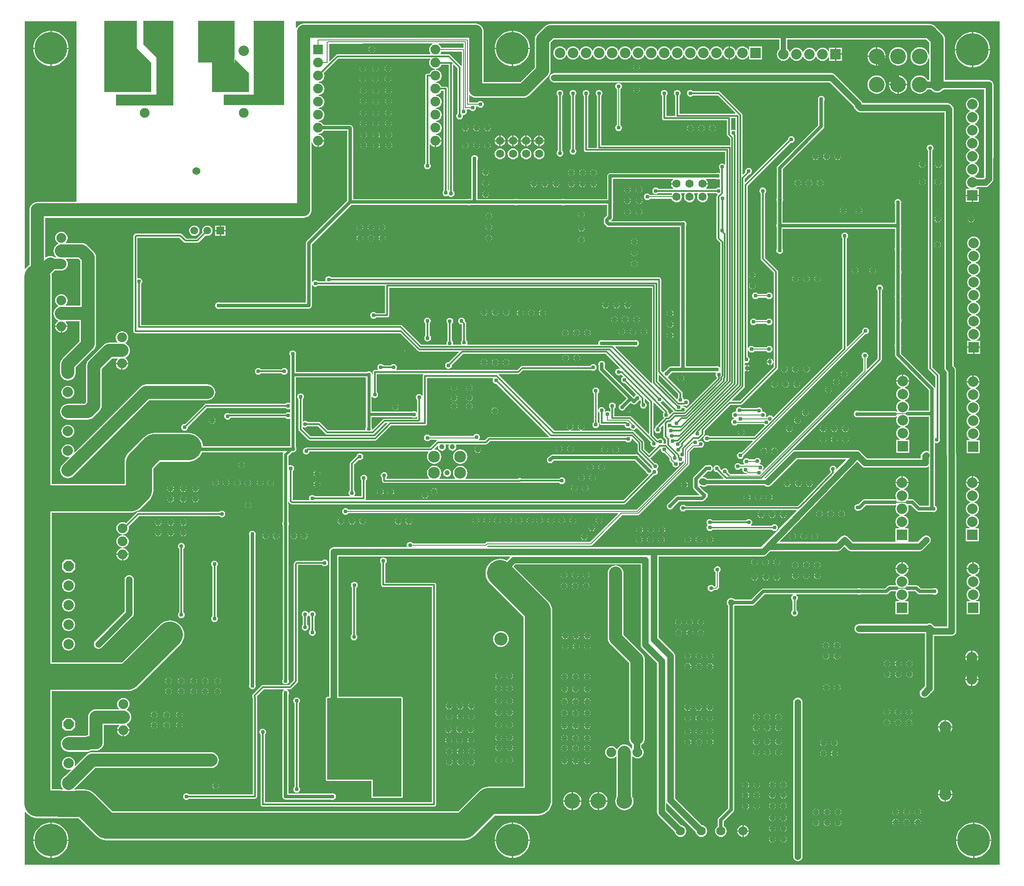
<source format=gbl>
G04*
G04 #@! TF.GenerationSoftware,Altium Limited,Altium Designer,20.0.2 (26)*
G04*
G04 Layer_Physical_Order=2*
G04 Layer_Color=16711680*
%FSLAX25Y25*%
%MOIN*%
G70*
G01*
G75*
%ADD12C,0.01000*%
%ADD35C,0.03100*%
%ADD40R,0.08000X0.08000*%
%ADD60C,0.08000*%
%ADD61C,0.06000*%
%ADD62C,0.09055*%
%ADD63C,0.03900*%
%ADD64C,0.07500*%
%ADD65C,0.10000*%
%ADD66R,0.05906X0.05906*%
%ADD67C,0.05906*%
%ADD68R,0.08000X0.08000*%
%ADD69R,0.07480X0.07480*%
%ADD70C,0.07480*%
%ADD71C,0.06299*%
%ADD72C,0.12000*%
%ADD73C,0.07874*%
%ADD74P,0.08523X8X292.5*%
%ADD75C,0.07000*%
%ADD76C,0.25000*%
%ADD77C,0.05000*%
%ADD78C,0.00800*%
%ADD80C,0.02500*%
%ADD81C,0.01200*%
%ADD83C,0.04000*%
%ADD84C,0.05000*%
%ADD85C,0.03000*%
%ADD87C,0.08000*%
%ADD88C,0.10000*%
%ADD89C,0.02200*%
%ADD90C,0.20000*%
G36*
X313687Y631173D02*
X313610Y631141D01*
X312619Y630381D01*
X311859Y629390D01*
X311382Y628237D01*
X311219Y627000D01*
X311382Y625763D01*
X311859Y624610D01*
X312272Y624072D01*
X312026Y623571D01*
X240940D01*
X240316Y623447D01*
X239787Y623094D01*
X234889Y618196D01*
X234427Y618388D01*
Y631573D01*
X259900D01*
X259900Y631573D01*
X260403Y631673D01*
X313587D01*
X313687Y631173D01*
D02*
G37*
G36*
X337573Y628487D02*
X337500Y628427D01*
X320539D01*
X320141Y629390D01*
X319381Y630381D01*
X318390Y631141D01*
X318313Y631173D01*
X318413Y631673D01*
X337573D01*
Y628487D01*
D02*
G37*
G36*
X748976Y1024D02*
X1024D01*
Y41652D01*
X1506Y41788D01*
X1673Y41514D01*
X2798Y40198D01*
X4114Y39073D01*
X5591Y38169D01*
X7190Y37506D01*
X8874Y37102D01*
X10600Y36966D01*
X26763D01*
X28038Y36866D01*
X40962D01*
X42010Y36948D01*
X55761Y23198D01*
X57077Y22073D01*
X58554Y21169D01*
X60153Y20506D01*
X61837Y20102D01*
X63563Y19966D01*
X338000D01*
X339726Y20102D01*
X341410Y20506D01*
X343009Y21169D01*
X344486Y22073D01*
X345802Y23198D01*
X361570Y38966D01*
X394500D01*
X396226Y39102D01*
X397910Y39506D01*
X399509Y40169D01*
X400986Y41073D01*
X402302Y42198D01*
X403427Y43514D01*
X404331Y44991D01*
X404994Y46590D01*
X405398Y48274D01*
X405534Y50000D01*
Y196000D01*
X405398Y197726D01*
X404994Y199410D01*
X404606Y200347D01*
X404331Y201009D01*
X403427Y202486D01*
X402302Y203802D01*
X375904Y230201D01*
X377372Y231670D01*
X473470D01*
Y170000D01*
X473590Y169086D01*
X473943Y168235D01*
X474504Y167504D01*
X485970Y156038D01*
Y41500D01*
X486090Y40586D01*
X486443Y39735D01*
X487004Y39004D01*
X499530Y26478D01*
X499616Y25825D01*
X500069Y24731D01*
X500791Y23791D01*
X501731Y23069D01*
X502825Y22616D01*
X504000Y22461D01*
X505175Y22616D01*
X506269Y23069D01*
X507209Y23791D01*
X507931Y24731D01*
X508384Y25825D01*
X508539Y27000D01*
X508384Y28175D01*
X507931Y29269D01*
X507209Y30209D01*
X506269Y30931D01*
X505175Y31384D01*
X504522Y31470D01*
X493030Y42962D01*
Y48397D01*
X493530Y48567D01*
X493824Y48183D01*
X515530Y26478D01*
X515616Y25825D01*
X516069Y24731D01*
X516791Y23791D01*
X517731Y23069D01*
X518825Y22616D01*
X520000Y22461D01*
X521175Y22616D01*
X522269Y23069D01*
X523209Y23791D01*
X523931Y24731D01*
X524384Y25825D01*
X524539Y27000D01*
X524384Y28175D01*
X523931Y29269D01*
X523209Y30209D01*
X522269Y30931D01*
X521175Y31384D01*
X520522Y31470D01*
X499851Y52142D01*
Y161513D01*
X499731Y162426D01*
X499378Y163278D01*
X498817Y164009D01*
X498817Y164009D01*
X487149Y175677D01*
Y237970D01*
X567500D01*
X567527Y237973D01*
X567554Y237970D01*
X567983Y238033D01*
X568414Y238090D01*
X568439Y238101D01*
X568466Y238105D01*
X568864Y238277D01*
X569265Y238443D01*
X569287Y238459D01*
X569312Y238470D01*
X569652Y238740D01*
X569996Y239004D01*
X570013Y239025D01*
X570034Y239042D01*
X572888Y241985D01*
X573000Y241970D01*
X624766D01*
X625680Y242090D01*
X626531Y242443D01*
X627262Y243004D01*
X629766Y245508D01*
X632270Y243004D01*
X633001Y242443D01*
X633852Y242090D01*
X634766Y241970D01*
X687500D01*
X688414Y242090D01*
X689265Y242443D01*
X689996Y243004D01*
X694996Y248004D01*
X695557Y248735D01*
X695910Y249586D01*
X696030Y250500D01*
X695910Y251414D01*
X695557Y252265D01*
X694996Y252996D01*
X694265Y253557D01*
X693414Y253910D01*
X692500Y254030D01*
X691586Y253910D01*
X690735Y253557D01*
X690004Y252996D01*
X686038Y249030D01*
X679073D01*
X679000Y249500D01*
X679000D01*
Y259500D01*
X676301D01*
X676202Y260000D01*
X676522Y260133D01*
X677566Y260934D01*
X678368Y261978D01*
X678871Y263195D01*
X679043Y264500D01*
X678871Y265805D01*
X678368Y267022D01*
X677566Y268066D01*
X676522Y268867D01*
X675648Y269229D01*
Y269771D01*
X676522Y270132D01*
X677566Y270934D01*
X678368Y271978D01*
X678871Y273195D01*
X679043Y274500D01*
X678871Y275805D01*
X678498Y276706D01*
X678832Y277206D01*
X680781D01*
X685109Y272878D01*
X685853Y272380D01*
X686731Y272206D01*
X697103D01*
X697265Y272098D01*
X698260Y271900D01*
X699255Y272098D01*
X700098Y272661D01*
X700662Y273505D01*
X700860Y274500D01*
X700662Y275495D01*
X700098Y276339D01*
X699294Y276876D01*
Y324754D01*
X699794Y325062D01*
X700606Y324900D01*
X701601Y325098D01*
X702445Y325661D01*
X703008Y326505D01*
X703206Y327500D01*
X703008Y328495D01*
X702908Y328645D01*
Y376700D01*
X702784Y377325D01*
X702430Y377854D01*
X697132Y383152D01*
Y549523D01*
X697339Y549661D01*
X697903Y550505D01*
X698101Y551500D01*
X697903Y552495D01*
X697339Y553338D01*
X696496Y553902D01*
X695501Y554100D01*
X694506Y553902D01*
X693662Y553338D01*
X693099Y552495D01*
X692901Y551500D01*
X693099Y550505D01*
X693662Y549661D01*
X693869Y549523D01*
Y382476D01*
X693994Y381852D01*
X694347Y381322D01*
X699645Y376025D01*
Y367299D01*
X699145Y367249D01*
X699119Y367378D01*
X698622Y368122D01*
X673138Y393607D01*
Y398713D01*
X673246Y398875D01*
X673444Y399870D01*
X673246Y400865D01*
X673138Y401027D01*
Y417609D01*
X673402Y418005D01*
X673600Y419000D01*
X673402Y419995D01*
X673216Y420274D01*
Y436831D01*
X673246Y436875D01*
X673444Y437870D01*
X673246Y438865D01*
X673216Y438909D01*
Y454726D01*
X673402Y455005D01*
X673600Y456000D01*
X673402Y456995D01*
X673138Y457391D01*
Y472714D01*
X673246Y472875D01*
X673444Y473870D01*
X673246Y474865D01*
X673138Y475027D01*
Y490714D01*
X673246Y490875D01*
X673444Y491870D01*
X673246Y492865D01*
X673138Y493027D01*
Y508604D01*
X673246Y508766D01*
X673444Y509761D01*
X673246Y510756D01*
X672682Y511599D01*
X671839Y512163D01*
X670844Y512361D01*
X669848Y512163D01*
X669005Y511599D01*
X668441Y510756D01*
X668244Y509761D01*
X668441Y508766D01*
X668549Y508604D01*
Y494164D01*
X582388D01*
Y510603D01*
X582564Y510867D01*
X582762Y511862D01*
X582564Y512857D01*
X582456Y513019D01*
Y535212D01*
X613622Y566378D01*
X614119Y567122D01*
X614294Y568000D01*
Y587844D01*
X614402Y588005D01*
X614600Y589000D01*
X614402Y589995D01*
X613838Y590838D01*
X612995Y591402D01*
X612000Y591600D01*
X611005Y591402D01*
X610161Y590838D01*
X609598Y589995D01*
X609400Y589000D01*
X609598Y588005D01*
X609706Y587844D01*
Y568950D01*
X578540Y537785D01*
X578043Y537040D01*
X577868Y536162D01*
Y513019D01*
X577760Y512857D01*
X577562Y511862D01*
X577760Y510867D01*
X577799Y510809D01*
Y493027D01*
X577692Y492865D01*
X577493Y491870D01*
X577692Y490875D01*
X577799Y490714D01*
Y474027D01*
X577692Y473865D01*
X577493Y472870D01*
X577692Y471875D01*
X578255Y471032D01*
X579099Y470468D01*
X580093Y470270D01*
X581088Y470468D01*
X581932Y471032D01*
X582496Y471875D01*
X582693Y472870D01*
X582496Y473865D01*
X582388Y474027D01*
Y489576D01*
X668549D01*
Y475027D01*
X668441Y474865D01*
X668244Y473870D01*
X668441Y472875D01*
X668549Y472714D01*
Y456751D01*
X668400Y456000D01*
X668598Y455005D01*
X668628Y454961D01*
Y439144D01*
X668441Y438865D01*
X668244Y437870D01*
X668441Y436875D01*
X668628Y436596D01*
Y420039D01*
X668598Y419995D01*
X668400Y419000D01*
X668549Y418249D01*
Y401027D01*
X668441Y400865D01*
X668244Y399870D01*
X668441Y398875D01*
X668549Y398713D01*
Y392656D01*
X668724Y391779D01*
X669221Y391034D01*
X694706Y365550D01*
Y349795D01*
X679333D01*
X678999Y350295D01*
X679371Y351195D01*
X679543Y352500D01*
X679371Y353805D01*
X678867Y355022D01*
X678066Y356066D01*
X677022Y356868D01*
X676148Y357229D01*
Y357771D01*
X677022Y358133D01*
X678066Y358934D01*
X678867Y359978D01*
X679371Y361195D01*
X679543Y362500D01*
X679371Y363805D01*
X678867Y365022D01*
X678066Y366066D01*
X677022Y366867D01*
X676148Y367229D01*
Y367771D01*
X677022Y368132D01*
X678066Y368934D01*
X678867Y369978D01*
X679371Y371195D01*
X679477Y372000D01*
X674500D01*
X669523D01*
X669629Y371195D01*
X670132Y369978D01*
X670934Y368934D01*
X671978Y368132D01*
X672852Y367771D01*
Y367229D01*
X671978Y366867D01*
X670934Y366066D01*
X670132Y365022D01*
X669629Y363805D01*
X669457Y362500D01*
X669629Y361195D01*
X670132Y359978D01*
X670934Y358934D01*
X671978Y358133D01*
X672852Y357771D01*
Y357229D01*
X671978Y356868D01*
X670934Y356066D01*
X670132Y355022D01*
X669629Y353805D01*
X669457Y352500D01*
X669629Y351195D01*
X670132Y349978D01*
X670356Y349687D01*
X670148Y349137D01*
X669855Y349073D01*
X669378Y349392D01*
X668500Y349566D01*
X640657D01*
X640495Y349674D01*
X639500Y349872D01*
X638505Y349674D01*
X637662Y349111D01*
X637098Y348267D01*
X636900Y347272D01*
X637098Y346277D01*
X637662Y345434D01*
X638505Y344870D01*
X639500Y344672D01*
X640495Y344870D01*
X640657Y344978D01*
X668500D01*
X669378Y345153D01*
X669839Y345461D01*
X670186Y345091D01*
X670132Y345022D01*
X669629Y343805D01*
X669457Y342500D01*
X669629Y341195D01*
X670132Y339978D01*
X670934Y338934D01*
X671978Y338133D01*
X672852Y337771D01*
Y337229D01*
X671978Y336867D01*
X670934Y336066D01*
X670132Y335022D01*
X669629Y333805D01*
X669457Y332500D01*
X669629Y331195D01*
X670132Y329978D01*
X670934Y328934D01*
X671978Y328133D01*
X672298Y328000D01*
X672199Y327500D01*
X669500D01*
Y317500D01*
X679500D01*
Y327500D01*
X676801D01*
X676702Y328000D01*
X677022Y328133D01*
X678066Y328934D01*
X678867Y329978D01*
X679371Y331195D01*
X679543Y332500D01*
X679371Y333805D01*
X678867Y335022D01*
X678066Y336066D01*
X677022Y336867D01*
X676148Y337229D01*
Y337771D01*
X677022Y338133D01*
X678066Y338934D01*
X678867Y339978D01*
X679371Y341195D01*
X679543Y342500D01*
X679371Y343805D01*
X678998Y344707D01*
X679332Y345207D01*
X694706D01*
Y318775D01*
X694664Y318754D01*
X694206Y318582D01*
X693414Y318910D01*
X692500Y319030D01*
X691586Y318910D01*
X690735Y318557D01*
X690004Y317996D01*
X689254Y317246D01*
X688693Y316515D01*
X688340Y315664D01*
X688220Y314750D01*
Y313227D01*
X647029D01*
X642558Y317698D01*
X642530Y317765D01*
X642357Y317990D01*
X642208Y318232D01*
X642078Y318355D01*
X641969Y318496D01*
X641880Y318585D01*
X641625Y318781D01*
X641537Y318864D01*
X641470Y318900D01*
X641149Y319146D01*
X640298Y319499D01*
X639384Y319619D01*
X592028D01*
X591114Y319499D01*
X590263Y319146D01*
X589532Y318585D01*
X568756Y297809D01*
X568656Y297829D01*
X568492Y298372D01*
X658019Y387899D01*
X658373Y388428D01*
X658497Y389053D01*
Y442007D01*
X658704Y442146D01*
X659268Y442989D01*
X659466Y443984D01*
X659268Y444979D01*
X658704Y445823D01*
X657861Y446386D01*
X656866Y446584D01*
X655871Y446386D01*
X655027Y445823D01*
X654464Y444979D01*
X654266Y443984D01*
X654464Y442989D01*
X655027Y442146D01*
X655235Y442007D01*
Y389729D01*
X647390Y381884D01*
X646928Y382076D01*
Y389887D01*
X647339Y390161D01*
X647903Y391005D01*
X648101Y392000D01*
X647903Y392995D01*
X647339Y393838D01*
X646496Y394402D01*
X645501Y394600D01*
X644506Y394402D01*
X643662Y393838D01*
X643099Y392995D01*
X642901Y392000D01*
X643099Y391005D01*
X643662Y390161D01*
X644073Y389887D01*
Y380542D01*
X567249Y303717D01*
X566697Y303872D01*
X566675Y303964D01*
X566972Y304162D01*
X567536Y305006D01*
X567733Y306001D01*
X567536Y306996D01*
X566972Y307839D01*
X566128Y308403D01*
X565133Y308601D01*
X564799Y308534D01*
X564604Y309005D01*
X564839Y309161D01*
X565402Y310005D01*
X565600Y311000D01*
X565402Y311995D01*
X564839Y312839D01*
X563995Y313402D01*
X563000Y313600D01*
X562005Y313402D01*
X561162Y312839D01*
X560820Y312327D01*
X556713D01*
X556438Y312738D01*
X555595Y313301D01*
X554600Y313499D01*
X553605Y313301D01*
X552762Y312738D01*
X552198Y311894D01*
X552000Y310899D01*
X552198Y309904D01*
X552762Y309061D01*
X552886Y308977D01*
X552735Y308477D01*
X550080D01*
X549838Y308839D01*
X548995Y309402D01*
X548000Y309600D01*
X547005Y309402D01*
X546162Y308839D01*
X545598Y307995D01*
X545400Y307000D01*
X545598Y306005D01*
X546162Y305161D01*
X547005Y304598D01*
X548000Y304400D01*
X548995Y304598D01*
X549838Y305161D01*
X550146Y305623D01*
X551128D01*
X551524Y305123D01*
X551400Y304500D01*
X551598Y303505D01*
X552162Y302661D01*
X553005Y302098D01*
X554000Y301900D01*
X554485Y301996D01*
X554914Y301568D01*
X554707Y301067D01*
X542240D01*
X540551Y302756D01*
X540600Y303000D01*
X540402Y303995D01*
X539839Y304838D01*
X538995Y305402D01*
X538000Y305600D01*
X537005Y305402D01*
X536162Y304838D01*
X535852Y304375D01*
X535208Y304311D01*
X534432Y305087D01*
X534481Y305331D01*
X534283Y306327D01*
X533719Y307170D01*
X532876Y307734D01*
X531881Y307931D01*
X530886Y307734D01*
X530043Y307170D01*
X529479Y306327D01*
X529281Y305331D01*
X529479Y304337D01*
X530043Y303493D01*
X530886Y302929D01*
X531881Y302732D01*
X532125Y302780D01*
X533892Y301013D01*
X534096Y300707D01*
X535707Y299096D01*
X536013Y298892D01*
X536895Y298011D01*
X536703Y297549D01*
X524240D01*
X523793Y297996D01*
X523061Y298557D01*
X522210Y298910D01*
X521328Y299026D01*
X521214Y299184D01*
X521087Y299492D01*
X524897Y303303D01*
X525009D01*
X525171Y303195D01*
X526166Y302997D01*
X527161Y303195D01*
X528005Y303759D01*
X528568Y304602D01*
X528766Y305597D01*
X528568Y306592D01*
X528005Y307435D01*
X527161Y307999D01*
X526166Y308197D01*
X525171Y307999D01*
X525009Y307891D01*
X523947D01*
X523069Y307716D01*
X522325Y307219D01*
X514378Y299272D01*
X513881Y298528D01*
X513706Y297650D01*
Y291164D01*
X513881Y290286D01*
X514378Y289542D01*
X518721Y285198D01*
X518530Y284736D01*
X502001D01*
X501123Y284561D01*
X500378Y284064D01*
X495230Y278916D01*
X495040Y278878D01*
X494196Y278315D01*
X493633Y277471D01*
X493435Y276476D01*
X493633Y275482D01*
X494196Y274638D01*
X495040Y274074D01*
X496035Y273877D01*
X497030Y274074D01*
X497873Y274638D01*
X498437Y275482D01*
X498475Y275672D01*
X502951Y280148D01*
X520541D01*
X521419Y280323D01*
X522163Y280820D01*
X523409Y282065D01*
X523906Y282809D01*
X523907Y282814D01*
X524175Y282993D01*
X524739Y283837D01*
X524937Y284832D01*
X524739Y285827D01*
X524175Y286670D01*
X523332Y287234D01*
X523135Y287273D01*
X518598Y291810D01*
X518627Y291946D01*
X519204Y292248D01*
X519586Y292090D01*
X519892Y292050D01*
X520031Y291943D01*
X520883Y291590D01*
X521796Y291470D01*
X522710Y291590D01*
X523561Y291943D01*
X524224Y292451D01*
X568511D01*
X569174Y291943D01*
X570025Y291590D01*
X570939Y291470D01*
X571853Y291590D01*
X572704Y291943D01*
X573435Y292504D01*
X593490Y312559D01*
X630859D01*
X631054Y312098D01*
X624046Y304872D01*
X623578Y305109D01*
X623402Y305995D01*
X622838Y306838D01*
X621995Y307402D01*
X621000Y307600D01*
X620005Y307402D01*
X619162Y306838D01*
X618598Y305995D01*
X618400Y305000D01*
X618598Y304005D01*
X619162Y303162D01*
X619232Y303114D01*
X619273Y302571D01*
X598651Y281309D01*
X598579Y281261D01*
X593949Y276631D01*
X507977D01*
X507838Y276838D01*
X506995Y277402D01*
X506000Y277600D01*
X505005Y277402D01*
X504162Y276838D01*
X503598Y275995D01*
X503400Y275000D01*
X503598Y274005D01*
X504162Y273162D01*
X505005Y272598D01*
X506000Y272400D01*
X506995Y272598D01*
X507838Y273162D01*
X507977Y273369D01*
X592849D01*
X593044Y272908D01*
X566006Y245030D01*
X356429D01*
X355721D01*
X355568Y245364D01*
X355549Y245530D01*
X356192Y246173D01*
X435091D01*
X435091Y246173D01*
X435637Y246281D01*
X436100Y246591D01*
X459118Y269609D01*
X471410D01*
X471410Y269609D01*
X471956Y269717D01*
X472419Y270027D01*
X510456Y308063D01*
X510456Y308063D01*
X510765Y308526D01*
X510874Y309073D01*
X510874Y309073D01*
Y318054D01*
X514342Y321523D01*
X517828D01*
X517828Y321523D01*
X518374Y321631D01*
X518414Y321658D01*
X518505Y321598D01*
X519500Y321400D01*
X520495Y321598D01*
X521339Y322162D01*
X521902Y323005D01*
X522100Y324000D01*
X521902Y324995D01*
X521339Y325838D01*
X520495Y326402D01*
X519500Y326600D01*
X518505Y326402D01*
X518093Y326127D01*
X517585Y326337D01*
X517418Y326748D01*
X517682Y327180D01*
X517811D01*
X518436Y327304D01*
X518965Y327658D01*
X522000Y330692D01*
X522353Y331222D01*
X522477Y331846D01*
Y334534D01*
X542245Y354301D01*
X550332D01*
X550957Y354425D01*
X551486Y354779D01*
X578433Y381726D01*
X578787Y382255D01*
X578911Y382879D01*
Y456400D01*
X578787Y457024D01*
X578433Y457553D01*
X568831Y467155D01*
Y516623D01*
X569038Y516761D01*
X569602Y517605D01*
X569800Y518600D01*
X569602Y519595D01*
X569038Y520438D01*
X568195Y521002D01*
X567200Y521200D01*
X566205Y521002D01*
X565361Y520438D01*
X564798Y519595D01*
X564600Y518600D01*
X564798Y517605D01*
X565361Y516761D01*
X565569Y516623D01*
Y466479D01*
X565693Y465855D01*
X566046Y465326D01*
X575648Y455724D01*
Y387859D01*
X575251Y387611D01*
X575251Y387611D01*
X575251Y387611D01*
Y387611D01*
X575148Y387601D01*
X574998Y388355D01*
X574435Y389198D01*
X573591Y389762D01*
X573096Y389861D01*
Y387360D01*
Y384859D01*
X573591Y384958D01*
X574435Y385522D01*
X574998Y386365D01*
X575148Y387119D01*
X575251Y387109D01*
Y387109D01*
X575251Y387109D01*
D01*
X575648Y386861D01*
Y383555D01*
X549657Y357564D01*
X543615D01*
X543424Y358026D01*
X552753Y367355D01*
X553107Y367884D01*
X553231Y368509D01*
Y380022D01*
X553672Y380257D01*
X554056Y380001D01*
X554551Y379902D01*
Y382403D01*
Y384903D01*
X554056Y384805D01*
X553672Y384548D01*
X553231Y384784D01*
Y386225D01*
X553731Y386553D01*
X554500Y386400D01*
X555495Y386598D01*
X556339Y387161D01*
X556902Y388005D01*
X557100Y389000D01*
X556902Y389995D01*
X556339Y390839D01*
X555651Y391298D01*
Y395843D01*
X555805Y395899D01*
X556150Y395926D01*
X556662Y395162D01*
X557505Y394598D01*
X558500Y394400D01*
X559495Y394598D01*
X560338Y395162D01*
X560613Y395573D01*
X569887D01*
X570162Y395163D01*
X571005Y394599D01*
X572000Y394401D01*
X572995Y394599D01*
X573839Y395163D01*
X574402Y396006D01*
X574600Y397001D01*
X574402Y397996D01*
X573839Y398839D01*
X572995Y399403D01*
X572000Y399601D01*
X571005Y399403D01*
X570162Y398839D01*
X569887Y398428D01*
X560613D01*
X560338Y398838D01*
X559495Y399402D01*
X558500Y399600D01*
X557505Y399402D01*
X556662Y398838D01*
X556150Y398074D01*
X555805Y398101D01*
X555651Y398157D01*
X555651Y522342D01*
X588757Y555448D01*
X589001Y555400D01*
X589996Y555598D01*
X590839Y556161D01*
X591403Y557005D01*
X591601Y558000D01*
X591403Y558995D01*
X590839Y559838D01*
X589996Y560402D01*
X589001Y560600D01*
X588006Y560402D01*
X587162Y559838D01*
X586599Y558995D01*
X586401Y558000D01*
X586449Y557755D01*
X553693Y524999D01*
X553231Y525191D01*
Y527924D01*
X556434Y531127D01*
X557295Y531298D01*
X558139Y531861D01*
X558702Y532705D01*
X558900Y533700D01*
X558702Y534695D01*
X558139Y535538D01*
X557295Y536102D01*
X556300Y536300D01*
X555305Y536102D01*
X554461Y535538D01*
X553898Y534695D01*
X553700Y533700D01*
X553815Y533122D01*
X551893Y531200D01*
X551431Y531392D01*
Y576986D01*
X551307Y577610D01*
X550953Y578139D01*
X534438Y594654D01*
X533909Y595008D01*
X533285Y595132D01*
X513477D01*
X513339Y595339D01*
X512495Y595903D01*
X511500Y596101D01*
X510505Y595903D01*
X509662Y595339D01*
X509098Y594496D01*
X508900Y593501D01*
X509098Y592506D01*
X509662Y591662D01*
X510505Y591099D01*
X511500Y590901D01*
X512495Y591099D01*
X513339Y591662D01*
X513477Y591869D01*
X532609D01*
X546145Y578333D01*
X545954Y577872D01*
X503131D01*
Y591524D01*
X503339Y591662D01*
X503902Y592506D01*
X504100Y593501D01*
X503902Y594496D01*
X503339Y595339D01*
X502495Y595903D01*
X501500Y596101D01*
X500505Y595903D01*
X499662Y595339D01*
X499098Y594496D01*
X498900Y593501D01*
X499098Y592506D01*
X499662Y591662D01*
X499869Y591524D01*
Y576240D01*
X499730Y576072D01*
X493131D01*
Y591524D01*
X493339Y591662D01*
X493902Y592506D01*
X494100Y593501D01*
X493902Y594496D01*
X493339Y595339D01*
X492495Y595903D01*
X491500Y596101D01*
X490505Y595903D01*
X489662Y595339D01*
X489098Y594496D01*
X488900Y593501D01*
X489098Y592506D01*
X489662Y591662D01*
X489869Y591524D01*
Y574440D01*
X489993Y573816D01*
X490347Y573287D01*
X490876Y572933D01*
X491500Y572809D01*
X539658D01*
Y561774D01*
X539782Y561150D01*
X540136Y560621D01*
X542080Y558677D01*
Y553572D01*
X541908Y553431D01*
X443131D01*
Y591524D01*
X443339Y591662D01*
X443902Y592506D01*
X444100Y593501D01*
X443902Y594496D01*
X443339Y595339D01*
X442495Y595903D01*
X441500Y596101D01*
X440505Y595903D01*
X439662Y595339D01*
X439098Y594496D01*
X438900Y593501D01*
X439098Y592506D01*
X439662Y591662D01*
X439869Y591524D01*
Y551990D01*
X439574Y551631D01*
X433132D01*
Y591524D01*
X433339Y591662D01*
X433902Y592506D01*
X434100Y593501D01*
X433902Y594496D01*
X433339Y595339D01*
X432495Y595903D01*
X431500Y596101D01*
X430505Y595903D01*
X429662Y595339D01*
X429098Y594496D01*
X428900Y593501D01*
X429098Y592506D01*
X429662Y591662D01*
X429869Y591524D01*
Y550000D01*
X429993Y549376D01*
X430347Y548846D01*
X430876Y548493D01*
X431500Y548369D01*
X538219D01*
Y539101D01*
X537719Y538918D01*
X536995Y539402D01*
X536000Y539600D01*
X535005Y539402D01*
X534162Y538838D01*
X533598Y537995D01*
X533400Y537000D01*
X533598Y536005D01*
X534162Y535161D01*
X534369Y535023D01*
Y532420D01*
X533869Y532152D01*
X533495Y532402D01*
X532500Y532600D01*
X531505Y532402D01*
X531344Y532294D01*
X450042D01*
X449164Y532119D01*
X448420Y531622D01*
X447923Y530878D01*
X447748Y530000D01*
Y512294D01*
X415157D01*
X414995Y512402D01*
X414000Y512600D01*
X413005Y512402D01*
X412844Y512294D01*
X379027D01*
X378865Y512402D01*
X377870Y512600D01*
X376875Y512402D01*
X376713Y512294D01*
X348294D01*
Y542344D01*
X348402Y542505D01*
X348600Y543500D01*
X348402Y544495D01*
X347838Y545338D01*
X346995Y545902D01*
X346000Y546100D01*
X345005Y545902D01*
X344162Y545338D01*
X343598Y544495D01*
X343400Y543500D01*
X343598Y542505D01*
X343706Y542344D01*
Y512294D01*
X343027D01*
X342865Y512402D01*
X341870Y512600D01*
X340875Y512402D01*
X340714Y512294D01*
X252794D01*
Y566870D01*
X252620Y567748D01*
X252122Y568492D01*
X251992Y568622D01*
X251248Y569119D01*
X250370Y569294D01*
X230181D01*
X230140Y569390D01*
X229381Y570381D01*
X228391Y571140D01*
X227237Y571618D01*
X226252Y571748D01*
Y572252D01*
X227237Y572382D01*
X228391Y572859D01*
X229381Y573619D01*
X230140Y574610D01*
X230618Y575763D01*
X230781Y577000D01*
X230618Y578237D01*
X230140Y579390D01*
X229381Y580381D01*
X228391Y581141D01*
X227237Y581618D01*
X226252Y581748D01*
Y582252D01*
X227237Y582382D01*
X228391Y582860D01*
X229381Y583619D01*
X230140Y584610D01*
X230618Y585763D01*
X230781Y587000D01*
X230618Y588237D01*
X230140Y589391D01*
X229381Y590381D01*
X228391Y591141D01*
X227237Y591618D01*
X226252Y591748D01*
Y592252D01*
X227237Y592382D01*
X228391Y592860D01*
X229381Y593619D01*
X230140Y594609D01*
X230618Y595763D01*
X230781Y597000D01*
X230618Y598237D01*
X230140Y599391D01*
X229381Y600381D01*
X228391Y601140D01*
X227237Y601618D01*
X226252Y601748D01*
Y602252D01*
X227237Y602382D01*
X228391Y602859D01*
X229381Y603619D01*
X230140Y604609D01*
X230618Y605763D01*
X230781Y607000D01*
X230618Y608237D01*
X230304Y608997D01*
X241616Y620309D01*
X311999D01*
X312220Y619860D01*
X311859Y619390D01*
X311382Y618237D01*
X311219Y617000D01*
X311382Y615763D01*
X311859Y614609D01*
X312619Y613619D01*
X313610Y612859D01*
X314763Y612382D01*
X315748Y612252D01*
Y611748D01*
X314763Y611618D01*
X313610Y611140D01*
X312619Y610381D01*
X311859Y609390D01*
X311545Y608631D01*
X309862D01*
X309238Y608507D01*
X308709Y608153D01*
X308355Y607624D01*
X308231Y607000D01*
Y539731D01*
X308024Y539592D01*
X307460Y538749D01*
X307262Y537754D01*
X307460Y536759D01*
X308024Y535915D01*
X308867Y535352D01*
X309862Y535154D01*
X310857Y535352D01*
X311701Y535915D01*
X312264Y536759D01*
X312462Y537754D01*
X312264Y538749D01*
X311701Y539592D01*
X311493Y539731D01*
Y554265D01*
X311994Y554435D01*
X312619Y553619D01*
X313610Y552859D01*
X314763Y552382D01*
X315500Y552285D01*
Y557000D01*
X316000D01*
Y557500D01*
X320715D01*
X320618Y558237D01*
X320141Y559390D01*
X319381Y560381D01*
X318390Y561140D01*
X317237Y561618D01*
X316252Y561748D01*
Y562252D01*
X317237Y562382D01*
X318390Y562859D01*
X319381Y563619D01*
X320141Y564609D01*
X320618Y565763D01*
X320781Y567000D01*
X320618Y568237D01*
X320141Y569390D01*
X319381Y570381D01*
X318390Y571140D01*
X317237Y571618D01*
X316252Y571748D01*
Y572252D01*
X317237Y572382D01*
X318390Y572859D01*
X319381Y573619D01*
X320141Y574610D01*
X320618Y575763D01*
X320781Y577000D01*
X320618Y578237D01*
X320141Y579390D01*
X319381Y580381D01*
X318390Y581141D01*
X317237Y581618D01*
X316252Y581748D01*
Y582252D01*
X317237Y582382D01*
X318390Y582860D01*
X319381Y583619D01*
X320141Y584610D01*
X320618Y585763D01*
X320781Y587000D01*
X320618Y588237D01*
X320141Y589391D01*
X319381Y590381D01*
X318390Y591141D01*
X317237Y591618D01*
X316252Y591748D01*
Y592252D01*
X317237Y592382D01*
X318390Y592860D01*
X319381Y593619D01*
X320141Y594609D01*
X320455Y595369D01*
X322369D01*
Y518977D01*
X322162Y518839D01*
X321598Y517995D01*
X321400Y517000D01*
X321598Y516005D01*
X322162Y515162D01*
X323005Y514598D01*
X324000Y514400D01*
X324995Y514598D01*
X325831Y515157D01*
X326162Y514662D01*
X327005Y514098D01*
X328000Y513900D01*
X328995Y514098D01*
X329838Y514662D01*
X330402Y515505D01*
X330600Y516500D01*
X330402Y517495D01*
X329838Y518338D01*
X329631Y518477D01*
Y615360D01*
X330131Y615567D01*
X332869Y612830D01*
Y577977D01*
X332662Y577839D01*
X332098Y576995D01*
X331900Y576000D01*
X332098Y575005D01*
X332662Y574161D01*
X333505Y573598D01*
X334500Y573400D01*
X335495Y573598D01*
X336338Y574161D01*
X336902Y575005D01*
X337100Y576000D01*
X337003Y576489D01*
X337428Y576914D01*
X337500Y576900D01*
X338495Y577098D01*
X339338Y577662D01*
X339902Y578505D01*
X340100Y579500D01*
X339902Y580495D01*
X339811Y580632D01*
X340047Y581073D01*
X342387D01*
X342661Y580661D01*
X343505Y580098D01*
X344500Y579900D01*
X345495Y580098D01*
X346339Y580661D01*
X346902Y581505D01*
X347100Y582500D01*
X346977Y583118D01*
X347376Y583618D01*
X348357D01*
X348661Y583161D01*
X349505Y582598D01*
X350500Y582400D01*
X351495Y582598D01*
X352339Y583161D01*
X352902Y584005D01*
X353100Y585000D01*
X352902Y585995D01*
X352339Y586838D01*
X351495Y587402D01*
X350500Y587600D01*
X349505Y587402D01*
X348661Y586838D01*
X348417Y586473D01*
X345580D01*
X345556Y586477D01*
X345556Y586477D01*
X343444D01*
X343420Y586473D01*
X341927D01*
Y592057D01*
X342427Y592236D01*
X342737Y591859D01*
X343651Y591109D01*
X344693Y590552D01*
X345824Y590209D01*
X347000Y590093D01*
X383623D01*
X384799Y590209D01*
X385930Y590552D01*
X386972Y591109D01*
X387886Y591859D01*
X402503Y606476D01*
X403253Y607390D01*
X403810Y608432D01*
X404153Y609563D01*
X404269Y610739D01*
Y632345D01*
X406595Y634671D01*
X579974D01*
Y627481D01*
X579434Y627066D01*
X578632Y626022D01*
X578129Y624805D01*
X577957Y623500D01*
X578129Y622195D01*
X578632Y620978D01*
X579434Y619934D01*
X580478Y619133D01*
X581695Y618629D01*
X583000Y618457D01*
X584305Y618629D01*
X585522Y619133D01*
X586566Y619934D01*
X587367Y620978D01*
X587729Y621852D01*
X588271D01*
X588632Y620978D01*
X589434Y619934D01*
X590478Y619133D01*
X591695Y618629D01*
X593000Y618457D01*
X594305Y618629D01*
X595522Y619133D01*
X596566Y619934D01*
X597367Y620978D01*
X597729Y621852D01*
X598271D01*
X598632Y620978D01*
X599434Y619934D01*
X600478Y619133D01*
X601695Y618629D01*
X603000Y618457D01*
X604305Y618629D01*
X605522Y619133D01*
X606566Y619934D01*
X607368Y620978D01*
X607729Y621852D01*
X608271D01*
X608633Y620978D01*
X609434Y619934D01*
X610478Y619133D01*
X611695Y618629D01*
X613000Y618457D01*
X614305Y618629D01*
X615522Y619133D01*
X616566Y619934D01*
X617368Y620978D01*
X617500Y621298D01*
X618000Y621199D01*
Y618500D01*
X622500D01*
Y623500D01*
Y628500D01*
X618000D01*
Y625801D01*
X617500Y625702D01*
X617368Y626022D01*
X616566Y627066D01*
X615522Y627868D01*
X614305Y628371D01*
X613000Y628543D01*
X611695Y628371D01*
X610478Y627868D01*
X609434Y627066D01*
X608633Y626022D01*
X608271Y625148D01*
X607729D01*
X607368Y626022D01*
X606566Y627066D01*
X605522Y627868D01*
X604305Y628371D01*
X603000Y628543D01*
X601695Y628371D01*
X600478Y627868D01*
X599434Y627066D01*
X598632Y626022D01*
X598271Y625148D01*
X597729D01*
X597367Y626022D01*
X596566Y627066D01*
X595522Y627868D01*
X594305Y628371D01*
X593000Y628543D01*
X591695Y628371D01*
X590478Y627868D01*
X589434Y627066D01*
X588632Y626022D01*
X588271Y625148D01*
X587729D01*
X587367Y626022D01*
X586566Y627066D01*
X586026Y627481D01*
Y634671D01*
X692645D01*
X694971Y632345D01*
Y622845D01*
X694471Y622821D01*
X694434Y623199D01*
X694033Y624518D01*
X693383Y625735D01*
X692509Y626800D01*
X691443Y627675D01*
X690227Y628325D01*
X688907Y628725D01*
X687535Y628861D01*
X686163Y628725D01*
X684843Y628325D01*
X683627Y627675D01*
X682561Y626800D01*
X681686Y625735D01*
X681037Y624518D01*
X680636Y623199D01*
X680501Y621827D01*
X680636Y620455D01*
X681037Y619135D01*
X681686Y617919D01*
X682561Y616853D01*
X683627Y615978D01*
X684843Y615328D01*
X686163Y614928D01*
X687535Y614793D01*
X688907Y614928D01*
X690227Y615328D01*
X691443Y615978D01*
X692509Y616853D01*
X693383Y617919D01*
X694033Y619135D01*
X694434Y620455D01*
X694471Y620833D01*
X694971Y620808D01*
Y603703D01*
X693585D01*
X693383Y604081D01*
X692509Y605147D01*
X691443Y606022D01*
X690227Y606672D01*
X688907Y607072D01*
X687535Y607207D01*
X686163Y607072D01*
X684843Y606672D01*
X683627Y606022D01*
X682561Y605147D01*
X681686Y604081D01*
X681037Y602865D01*
X680636Y601545D01*
X680501Y600173D01*
X680636Y598801D01*
X681037Y597481D01*
X681686Y596265D01*
X682561Y595199D01*
X683627Y594325D01*
X684843Y593675D01*
X686163Y593274D01*
X687535Y593139D01*
X688907Y593274D01*
X690227Y593675D01*
X691443Y594325D01*
X692509Y595199D01*
X693383Y596265D01*
X693585Y596643D01*
X696135D01*
X696737Y595910D01*
X697650Y595160D01*
X698693Y594603D01*
X699824Y594260D01*
X701000Y594144D01*
X702176Y594260D01*
X703307Y594603D01*
X704350Y595160D01*
X705263Y595910D01*
X705865Y596643D01*
X737001D01*
Y544238D01*
X736970Y544000D01*
Y529223D01*
X736277Y528530D01*
X731594D01*
X731566Y528566D01*
X730522Y529367D01*
X729648Y529729D01*
Y530271D01*
X730522Y530632D01*
X731566Y531434D01*
X732368Y532478D01*
X732871Y533695D01*
X733043Y535000D01*
X732871Y536305D01*
X732368Y537522D01*
X731566Y538566D01*
X730522Y539367D01*
X729648Y539729D01*
Y540271D01*
X730522Y540632D01*
X731566Y541434D01*
X732368Y542478D01*
X732871Y543695D01*
X733043Y545000D01*
X732871Y546305D01*
X732368Y547522D01*
X731566Y548566D01*
X730522Y549368D01*
X729648Y549729D01*
Y550271D01*
X730522Y550632D01*
X731566Y551434D01*
X732368Y552478D01*
X732871Y553695D01*
X733043Y555000D01*
X732871Y556305D01*
X732368Y557522D01*
X731566Y558566D01*
X730522Y559368D01*
X729648Y559729D01*
Y560271D01*
X730522Y560633D01*
X731566Y561434D01*
X732368Y562478D01*
X732871Y563695D01*
X733043Y565000D01*
X732871Y566305D01*
X732368Y567522D01*
X731566Y568566D01*
X730522Y569368D01*
X729648Y569729D01*
Y570271D01*
X730522Y570633D01*
X731566Y571434D01*
X732368Y572478D01*
X732871Y573695D01*
X733043Y575000D01*
X732871Y576305D01*
X732368Y577522D01*
X731566Y578566D01*
X730522Y579367D01*
X729648Y579729D01*
Y580271D01*
X730522Y580632D01*
X731566Y581434D01*
X732368Y582478D01*
X732871Y583695D01*
X733043Y585000D01*
X732871Y586305D01*
X732368Y587522D01*
X731566Y588566D01*
X730522Y589367D01*
X729305Y589871D01*
X728000Y590043D01*
X726695Y589871D01*
X725478Y589367D01*
X724434Y588566D01*
X723632Y587522D01*
X723129Y586305D01*
X722957Y585000D01*
X723129Y583695D01*
X723632Y582478D01*
X724434Y581434D01*
X725478Y580632D01*
X726352Y580271D01*
Y579729D01*
X725478Y579367D01*
X724434Y578566D01*
X723632Y577522D01*
X723129Y576305D01*
X722957Y575000D01*
X723129Y573695D01*
X723632Y572478D01*
X724434Y571434D01*
X725478Y570633D01*
X726352Y570271D01*
Y569729D01*
X725478Y569368D01*
X724434Y568566D01*
X723632Y567522D01*
X723129Y566305D01*
X722957Y565000D01*
X723129Y563695D01*
X723632Y562478D01*
X724434Y561434D01*
X725478Y560633D01*
X726352Y560271D01*
Y559729D01*
X725478Y559368D01*
X724434Y558566D01*
X723632Y557522D01*
X723129Y556305D01*
X722957Y555000D01*
X723129Y553695D01*
X723632Y552478D01*
X724434Y551434D01*
X725478Y550632D01*
X726352Y550271D01*
Y549729D01*
X725478Y549368D01*
X724434Y548566D01*
X723632Y547522D01*
X723129Y546305D01*
X722957Y545000D01*
X723129Y543695D01*
X723632Y542478D01*
X724434Y541434D01*
X725478Y540632D01*
X726352Y540271D01*
Y539729D01*
X725478Y539367D01*
X724434Y538566D01*
X723632Y537522D01*
X723129Y536305D01*
X722957Y535000D01*
X723129Y533695D01*
X723632Y532478D01*
X724434Y531434D01*
X725478Y530632D01*
X726352Y530271D01*
Y529729D01*
X725478Y529367D01*
X724434Y528566D01*
X723632Y527522D01*
X723129Y526305D01*
X722957Y525000D01*
X723129Y523695D01*
X723632Y522478D01*
X724434Y521434D01*
X725478Y520633D01*
X725798Y520500D01*
X725699Y520000D01*
X723000D01*
Y515500D01*
X728000D01*
X733000D01*
Y520000D01*
X730301D01*
X730202Y520500D01*
X730522Y520633D01*
X731566Y521434D01*
X731594Y521470D01*
X737739D01*
X738653Y521590D01*
X739504Y521943D01*
X740235Y522504D01*
X742996Y525265D01*
X743557Y525996D01*
X743910Y526847D01*
X744030Y527761D01*
Y543793D01*
X744062Y544031D01*
Y600173D01*
X743941Y601087D01*
X743589Y601938D01*
X743028Y602669D01*
X742297Y603230D01*
X741445Y603583D01*
X740531Y603703D01*
X707029D01*
Y634842D01*
X706913Y636018D01*
X706570Y637149D01*
X706013Y638192D01*
X705263Y639105D01*
X699405Y644963D01*
X698492Y645713D01*
X697449Y646270D01*
X696318Y646613D01*
X695142Y646729D01*
X404098D01*
X402922Y646613D01*
X401791Y646270D01*
X400748Y645713D01*
X399835Y644963D01*
X393977Y639105D01*
X393227Y638192D01*
X392670Y637149D01*
X392327Y636018D01*
X392211Y634842D01*
Y613237D01*
X381126Y602151D01*
X353029D01*
Y641000D01*
X352913Y642176D01*
X352570Y643307D01*
X352013Y644349D01*
X351263Y645263D01*
X350349Y646013D01*
X349307Y646570D01*
X348176Y646913D01*
X347000Y647029D01*
X214858D01*
X213682Y646913D01*
X212551Y646570D01*
X211508Y646013D01*
X210595Y645263D01*
X209845Y644349D01*
X209500Y643704D01*
X209000Y643830D01*
Y648976D01*
X748976D01*
Y1024D01*
D02*
G37*
G36*
X336073Y614932D02*
X335889Y614813D01*
X335573Y614740D01*
X327219Y623094D01*
X326690Y623447D01*
X326065Y623571D01*
X319974D01*
X319728Y624072D01*
X320141Y624610D01*
X320539Y625573D01*
X336073D01*
Y614932D01*
D02*
G37*
G36*
X162000Y620000D02*
X173000Y609000D01*
Y594500D01*
X144501D01*
Y617000D01*
X134000D01*
Y649000D01*
X162000D01*
Y620000D01*
D02*
G37*
G36*
X87000Y628000D02*
X98000Y617000D01*
Y594500D01*
X62026Y594500D01*
X61961Y649000D01*
X87000Y649000D01*
Y628000D01*
D02*
G37*
G36*
X200000Y584500D02*
X153500D01*
Y592500D01*
X176500D01*
Y649000D01*
X200000D01*
Y584500D01*
D02*
G37*
G36*
X115000Y584000D02*
X71000Y584000D01*
X71000Y592500D01*
X102000D01*
Y621000D01*
X92000Y631000D01*
Y649000D01*
X115000Y649000D01*
Y584000D01*
D02*
G37*
G36*
X546369Y565420D02*
X545869Y565152D01*
X545495Y565402D01*
X544500Y565600D01*
X543505Y565402D01*
X543362Y565306D01*
X542921Y565542D01*
Y574440D01*
X543059Y574609D01*
X546369D01*
Y565420D01*
D02*
G37*
G36*
X248206Y510950D02*
X217265Y480010D01*
X216768Y479265D01*
X216594Y478388D01*
Y432795D01*
X150657D01*
X150495Y432903D01*
X149500Y433101D01*
X148505Y432903D01*
X147662Y432339D01*
X147098Y431496D01*
X146900Y430501D01*
X147098Y429506D01*
X147662Y428662D01*
X148505Y428099D01*
X149500Y427901D01*
X150495Y428099D01*
X150657Y428207D01*
X218888D01*
X219765Y428381D01*
X220510Y428879D01*
X221007Y429623D01*
X221182Y430501D01*
Y446230D01*
X221682Y446380D01*
X222162Y445661D01*
X223005Y445098D01*
X224000Y444900D01*
X224995Y445098D01*
X225838Y445661D01*
X225977Y445869D01*
X277230D01*
X277369Y445700D01*
Y424631D01*
X270478D01*
X270339Y424838D01*
X269496Y425402D01*
X268501Y425600D01*
X267506Y425402D01*
X266663Y424838D01*
X266099Y423995D01*
X265901Y423000D01*
X266099Y422005D01*
X266663Y421161D01*
X267506Y420598D01*
X268501Y420400D01*
X269496Y420598D01*
X270339Y421161D01*
X270478Y421368D01*
X279000D01*
X279624Y421493D01*
X280153Y421846D01*
X280507Y422375D01*
X280631Y423000D01*
Y444069D01*
X482069D01*
Y371335D01*
X481990Y371266D01*
X481599Y371097D01*
X453952Y398744D01*
X454143Y399206D01*
X468401D01*
X468563Y399098D01*
X469558Y398900D01*
X470553Y399098D01*
X471396Y399661D01*
X471960Y400505D01*
X472158Y401500D01*
X471960Y402495D01*
X471396Y403338D01*
X470553Y403902D01*
X469558Y404100D01*
X468563Y403902D01*
X468401Y403794D01*
X444657D01*
X444495Y403902D01*
X443500Y404100D01*
X442505Y403902D01*
X441662Y403338D01*
X441098Y402495D01*
X440900Y401500D01*
X441034Y400825D01*
X440663Y400325D01*
X340478D01*
X340242Y400766D01*
X340402Y401005D01*
X340600Y402000D01*
X340402Y402995D01*
X339839Y403838D01*
X339631Y403977D01*
Y416716D01*
X339507Y417341D01*
X339154Y417870D01*
X338551Y418472D01*
X338600Y418716D01*
X338402Y419711D01*
X337839Y420555D01*
X336995Y421119D01*
X336000Y421316D01*
X335005Y421119D01*
X334161Y420555D01*
X333598Y419711D01*
X333400Y418716D01*
X333598Y417722D01*
X334161Y416878D01*
X335005Y416315D01*
X336000Y416117D01*
X336369Y415693D01*
Y403977D01*
X336161Y403838D01*
X335598Y402995D01*
X335400Y402000D01*
X335598Y401005D01*
X335758Y400766D01*
X335522Y400325D01*
X329837D01*
X329466Y400825D01*
X329600Y401500D01*
X329402Y402495D01*
X328838Y403338D01*
X328631Y403477D01*
Y416523D01*
X328838Y416662D01*
X329402Y417505D01*
X329600Y418500D01*
X329402Y419495D01*
X328838Y420338D01*
X327995Y420902D01*
X327000Y421100D01*
X326005Y420902D01*
X325162Y420338D01*
X324598Y419495D01*
X324400Y418500D01*
X324598Y417505D01*
X325162Y416662D01*
X325369Y416523D01*
Y403477D01*
X325162Y403338D01*
X324598Y402495D01*
X324400Y401500D01*
X324534Y400825D01*
X324163Y400325D01*
X305136D01*
X290307Y415154D01*
X289778Y415507D01*
X289154Y415631D01*
X90131D01*
Y447023D01*
X90338Y447161D01*
X90902Y448005D01*
X91100Y449000D01*
X90902Y449995D01*
X90338Y450839D01*
X89495Y451402D01*
X88500Y451600D01*
X87881Y451477D01*
X87381Y451875D01*
Y482651D01*
X119574D01*
X123047Y479178D01*
X123576Y478824D01*
X124200Y478700D01*
X133331D01*
X133955Y478824D01*
X134485Y479178D01*
X139606Y484299D01*
X139968Y484149D01*
X141000Y484013D01*
X142032Y484149D01*
X142993Y484547D01*
X143819Y485181D01*
X144453Y486007D01*
X144851Y486968D01*
X144987Y488000D01*
X144851Y489032D01*
X144453Y489993D01*
X143819Y490819D01*
X142993Y491453D01*
X142032Y491851D01*
X141000Y491987D01*
X139968Y491851D01*
X139007Y491453D01*
X138181Y490819D01*
X137547Y489993D01*
X137149Y489032D01*
X137013Y488000D01*
X137149Y486968D01*
X137299Y486606D01*
X132655Y481962D01*
X124876D01*
X121403Y485435D01*
X120874Y485789D01*
X120250Y485913D01*
X86453D01*
X85829Y485789D01*
X85299Y485435D01*
X84597Y484732D01*
X84243Y484203D01*
X84119Y483579D01*
Y410906D01*
X84243Y410281D01*
X84597Y409752D01*
X85126Y409398D01*
X85750Y409274D01*
X289027D01*
X302561Y395740D01*
X303091Y395386D01*
X303715Y395262D01*
X333801D01*
X333993Y394800D01*
X326244Y387052D01*
X326000Y387100D01*
X325005Y386902D01*
X324162Y386339D01*
X323598Y385495D01*
X323400Y384500D01*
X323598Y383505D01*
X324162Y382662D01*
X325005Y382098D01*
X326000Y381900D01*
X326995Y382098D01*
X327838Y382662D01*
X328402Y383505D01*
X328600Y384500D01*
X328551Y384745D01*
X337269Y393462D01*
X446403D01*
X457442Y382422D01*
X457196Y381961D01*
X456500Y382100D01*
X455505Y381902D01*
X454662Y381339D01*
X454098Y380495D01*
X453900Y379500D01*
X454098Y378505D01*
X454662Y377661D01*
X455505Y377098D01*
X456500Y376900D01*
X457495Y377098D01*
X458338Y377661D01*
X458385Y377666D01*
X459732Y376319D01*
X459667Y375676D01*
X459162Y375339D01*
X458598Y374495D01*
X458400Y373500D01*
X458598Y372505D01*
X459162Y371661D01*
X460005Y371098D01*
X461000Y370900D01*
X461152Y370930D01*
X469758Y362324D01*
X469686Y361689D01*
X469162Y361338D01*
X468598Y360495D01*
X468585Y360428D01*
X468111Y360195D01*
X467482Y360824D01*
X461392Y366913D01*
X461392Y366913D01*
X445881Y382425D01*
Y384381D01*
X445989Y384542D01*
X446186Y385537D01*
X445989Y386532D01*
X445425Y387376D01*
X444581Y387939D01*
X443586Y388137D01*
X442591Y387939D01*
X441748Y387376D01*
X441184Y386532D01*
X440986Y385537D01*
X441184Y384542D01*
X441292Y384381D01*
Y381475D01*
X441467Y380597D01*
X441964Y379853D01*
X458148Y363669D01*
X458148Y363669D01*
X462615Y359202D01*
X458417Y355004D01*
X458207Y354962D01*
X457363Y354398D01*
X456800Y353555D01*
X456602Y352560D01*
X456800Y351565D01*
X457363Y350722D01*
X458207Y350158D01*
X459202Y349960D01*
X460197Y350158D01*
X461040Y350722D01*
X461604Y351565D01*
X461638Y351736D01*
X465859Y355958D01*
X466658Y355158D01*
X467403Y354661D01*
X468281Y354486D01*
X469159Y354661D01*
X469903Y355158D01*
X471804Y357060D01*
X471995Y357098D01*
X472838Y357662D01*
X472915Y357776D01*
X473393Y357630D01*
Y355653D01*
X473426Y355486D01*
X473098Y354995D01*
X472900Y354000D01*
X473098Y353005D01*
X473662Y352162D01*
X474505Y351598D01*
X475500Y351400D01*
X476495Y351598D01*
X477339Y352162D01*
X477902Y353005D01*
X478100Y354000D01*
X477902Y354995D01*
X477339Y355838D01*
X476656Y356294D01*
Y358688D01*
X477156Y358895D01*
X479927Y356123D01*
Y332247D01*
X479465Y332055D01*
X466367Y345153D01*
X465838Y345507D01*
X465213Y345631D01*
X453327D01*
Y351523D01*
X453534Y351661D01*
X454098Y352505D01*
X454296Y353500D01*
X454098Y354495D01*
X453534Y355339D01*
X452691Y355902D01*
X451696Y356100D01*
X450701Y355902D01*
X449857Y355339D01*
X449294Y354495D01*
X449096Y353500D01*
X449294Y352505D01*
X449857Y351661D01*
X450065Y351523D01*
Y349289D01*
X449565Y349022D01*
X448995Y349402D01*
X448000Y349600D01*
X447005Y349402D01*
X446412Y349006D01*
X445962Y349307D01*
X446100Y350000D01*
X445902Y350995D01*
X445338Y351838D01*
X444495Y352402D01*
X443500Y352600D01*
X442505Y352402D01*
X441662Y351838D01*
X441098Y350995D01*
X441029Y350650D01*
X440529Y350699D01*
Y362955D01*
X440838Y363161D01*
X441402Y364005D01*
X441600Y365000D01*
X441402Y365995D01*
X440838Y366839D01*
X439995Y367402D01*
X439000Y367600D01*
X438005Y367402D01*
X437161Y366839D01*
X436598Y365995D01*
X436400Y365000D01*
X436598Y364005D01*
X437161Y363161D01*
X437471Y362955D01*
Y341045D01*
X437161Y340839D01*
X436598Y339995D01*
X436400Y339000D01*
X436598Y338005D01*
X437161Y337161D01*
X438005Y336598D01*
X439000Y336400D01*
X439995Y336598D01*
X440838Y337161D01*
X441402Y338005D01*
X441600Y339000D01*
X441402Y339995D01*
X440838Y340839D01*
X440750Y340898D01*
X440581Y341150D01*
X440529Y341202D01*
Y349301D01*
X441029Y349350D01*
X441098Y349005D01*
X441662Y348162D01*
X441869Y348023D01*
Y340358D01*
X441993Y339733D01*
X442346Y339204D01*
X442876Y338850D01*
X443500Y338726D01*
X460955D01*
X461098Y338005D01*
X461661Y337162D01*
X462505Y336598D01*
X463500Y336400D01*
X464495Y336598D01*
X464847Y336833D01*
X465212Y336682D01*
X465346Y336565D01*
X465878Y335769D01*
X466722Y335206D01*
X467717Y335008D01*
X468712Y335206D01*
X469555Y335769D01*
X469906Y336294D01*
X470541Y336366D01*
X481223Y325683D01*
X481098Y325495D01*
X480900Y324500D01*
X481098Y323505D01*
X481662Y322661D01*
X482505Y322098D01*
X483500Y321900D01*
X484495Y322098D01*
X484566Y322145D01*
X484884Y321757D01*
X484493Y321365D01*
X484101Y321104D01*
X479800Y316803D01*
X476152Y320451D01*
Y325676D01*
X476028Y326300D01*
X475674Y326830D01*
X474888Y327616D01*
X474870Y327643D01*
X468509Y334004D01*
X467979Y334357D01*
X467355Y334481D01*
X428418D01*
X428369Y334981D01*
X428765Y335060D01*
X429592Y335613D01*
X430145Y336440D01*
X430239Y336915D01*
X425341D01*
X425435Y336440D01*
X425988Y335613D01*
X426815Y335060D01*
X427211Y334981D01*
X427162Y334481D01*
X419918D01*
X419869Y334981D01*
X420265Y335060D01*
X421092Y335613D01*
X421645Y336440D01*
X421739Y336915D01*
X416841D01*
X416935Y336440D01*
X417488Y335613D01*
X418315Y335060D01*
X418711Y334981D01*
X418662Y334481D01*
X407326D01*
X364438Y377369D01*
X364646Y377869D01*
X379500D01*
X380124Y377993D01*
X380654Y378346D01*
X383176Y380869D01*
X435600D01*
X436005Y380598D01*
X437000Y380400D01*
X437995Y380598D01*
X438838Y381161D01*
X439402Y382005D01*
X439600Y383000D01*
X439402Y383995D01*
X438838Y384838D01*
X437995Y385402D01*
X437000Y385600D01*
X436005Y385402D01*
X435161Y384838D01*
X434689Y384131D01*
X382500D01*
X381876Y384007D01*
X381347Y383653D01*
X378824Y381131D01*
X286296D01*
X286029Y381631D01*
X286279Y382005D01*
X286477Y383000D01*
X286279Y383995D01*
X285715Y384839D01*
X284872Y385402D01*
X283877Y385600D01*
X282882Y385402D01*
X282038Y384839D01*
X281900Y384632D01*
X276144D01*
X275838Y385088D01*
X274995Y385652D01*
X274000Y385850D01*
X273005Y385652D01*
X272162Y385088D01*
X271598Y384245D01*
X271400Y383250D01*
X271598Y382255D01*
X272015Y381631D01*
X271749Y381131D01*
X269394D01*
X268770Y381007D01*
X268240Y380654D01*
X267887Y380124D01*
X267763Y379500D01*
Y378026D01*
X267263Y377976D01*
X267162Y378483D01*
X266598Y379327D01*
X265755Y379890D01*
X264760Y380088D01*
X263765Y379890D01*
X263374Y379629D01*
X208771D01*
Y392308D01*
X208903Y392505D01*
X209101Y393500D01*
X208903Y394495D01*
X208339Y395339D01*
X207496Y395902D01*
X206501Y396100D01*
X205506Y395902D01*
X204662Y395339D01*
X204099Y394495D01*
X203901Y393500D01*
X204099Y392505D01*
X204489Y391921D01*
Y377488D01*
Y356102D01*
X204048Y355866D01*
X203995Y355902D01*
X203000Y356100D01*
X202005Y355902D01*
X201162Y355339D01*
X201023Y355131D01*
X140000D01*
X139376Y355007D01*
X138847Y354654D01*
X123744Y339551D01*
X123500Y339600D01*
X122505Y339402D01*
X121662Y338839D01*
X121098Y337995D01*
X120900Y337000D01*
X121098Y336005D01*
X121662Y335161D01*
X122505Y334598D01*
X123500Y334400D01*
X124495Y334598D01*
X125338Y335161D01*
X125902Y336005D01*
X126100Y337000D01*
X126051Y337244D01*
X140676Y351869D01*
X201023D01*
X201162Y351661D01*
X202005Y351098D01*
X203000Y350900D01*
X203995Y351098D01*
X204048Y351134D01*
X204489Y350898D01*
Y348602D01*
X204048Y348366D01*
X203995Y348402D01*
X203000Y348600D01*
X202005Y348402D01*
X201162Y347838D01*
X201023Y347631D01*
X157882D01*
X157477Y347902D01*
X156482Y348100D01*
X155487Y347902D01*
X154643Y347339D01*
X154080Y346495D01*
X153882Y345500D01*
X154080Y344505D01*
X154643Y343661D01*
X155487Y343098D01*
X156482Y342900D01*
X157477Y343098D01*
X158320Y343661D01*
X158793Y344369D01*
X201023D01*
X201162Y344162D01*
X202005Y343598D01*
X203000Y343400D01*
X203995Y343598D01*
X204048Y343634D01*
X204489Y343398D01*
Y322641D01*
X137522D01*
X137462Y323393D01*
X137058Y325076D01*
X136396Y326676D01*
X135491Y328152D01*
X134367Y329469D01*
X133050Y330593D01*
X131574Y331498D01*
X129974Y332161D01*
X128290Y332565D01*
X126564Y332701D01*
X100216D01*
X98490Y332565D01*
X96806Y332161D01*
X95869Y331772D01*
X95206Y331498D01*
X93730Y330593D01*
X92414Y329469D01*
X80698Y317753D01*
X79573Y316437D01*
X78669Y314960D01*
X78006Y313361D01*
X77602Y311677D01*
X77466Y309951D01*
Y293534D01*
X21634D01*
Y452600D01*
X21498Y454326D01*
X21373Y454847D01*
X23983Y457457D01*
X29000D01*
X30305Y457629D01*
X31522Y458133D01*
X32566Y458934D01*
X33367Y459978D01*
X33871Y461195D01*
X34043Y462500D01*
X33871Y463805D01*
X33367Y465022D01*
X32639Y465971D01*
X32789Y466471D01*
X42120D01*
X43471Y465120D01*
Y430529D01*
X32405D01*
X32245Y431003D01*
X32388Y431112D01*
X33149Y432104D01*
X33628Y433260D01*
X33791Y434500D01*
X33628Y435740D01*
X33149Y436896D01*
X32388Y437888D01*
X31396Y438649D01*
X30240Y439128D01*
X29000Y439291D01*
X27760Y439128D01*
X26605Y438649D01*
X25612Y437888D01*
X24851Y436896D01*
X24372Y435740D01*
X24209Y434500D01*
X24372Y433260D01*
X24851Y432104D01*
X25612Y431112D01*
X26421Y430492D01*
X26417Y429962D01*
X26392Y429910D01*
X25651Y429513D01*
X24737Y428763D01*
X23987Y427849D01*
X23430Y426807D01*
X23087Y425676D01*
X22971Y424500D01*
X23087Y423324D01*
X23430Y422193D01*
X23987Y421150D01*
X24737Y420237D01*
X25651Y419487D01*
X26392Y419090D01*
X26417Y419038D01*
X26421Y418508D01*
X25612Y417888D01*
X24851Y416895D01*
X24372Y415740D01*
X24275Y415000D01*
X29000D01*
X33725D01*
X33628Y415740D01*
X33149Y416895D01*
X32388Y417888D01*
X32245Y417998D01*
X32405Y418471D01*
X42971D01*
Y402997D01*
X29737Y389763D01*
X28987Y388849D01*
X28430Y387807D01*
X28087Y386676D01*
X27971Y385500D01*
Y379000D01*
X28087Y377824D01*
X28430Y376693D01*
X28987Y375651D01*
X29737Y374737D01*
X30650Y373987D01*
X31693Y373430D01*
X32824Y373087D01*
X34000Y372971D01*
X35176Y373087D01*
X36307Y373430D01*
X37350Y373987D01*
X38263Y374737D01*
X39013Y375651D01*
X39570Y376693D01*
X39913Y377824D01*
X40029Y379000D01*
Y383003D01*
X53263Y396237D01*
X53763Y396737D01*
X54513Y397651D01*
X55070Y398693D01*
X55413Y399824D01*
X55529Y401000D01*
X55529Y401000D01*
Y467617D01*
X55413Y468793D01*
X55070Y469924D01*
X54513Y470966D01*
X53763Y471880D01*
X48880Y476763D01*
X47966Y477513D01*
X46924Y478070D01*
X45793Y478413D01*
X44617Y478529D01*
X32405D01*
X32245Y479003D01*
X32388Y479112D01*
X33149Y480104D01*
X33628Y481260D01*
X33791Y482500D01*
X33628Y483740D01*
X33149Y484896D01*
X32388Y485888D01*
X31396Y486649D01*
X30240Y487128D01*
X29000Y487291D01*
X27760Y487128D01*
X26605Y486649D01*
X25612Y485888D01*
X24851Y484896D01*
X24372Y483740D01*
X24209Y482500D01*
X24372Y481260D01*
X24851Y480104D01*
X25612Y479112D01*
X26421Y478492D01*
X26417Y477962D01*
X26392Y477910D01*
X25651Y477513D01*
X24737Y476763D01*
X23987Y475849D01*
X23430Y474807D01*
X23087Y473676D01*
X22971Y472500D01*
X23087Y471324D01*
X23430Y470193D01*
X23987Y469150D01*
X24737Y468237D01*
X25008Y468014D01*
X24840Y467543D01*
X23793D01*
X22807Y468070D01*
X21676Y468413D01*
X20500Y468529D01*
X19324Y468413D01*
X18193Y468070D01*
X17151Y467513D01*
X17081Y467456D01*
X16629Y467670D01*
Y497971D01*
X214858D01*
X216034Y498087D01*
X217165Y498430D01*
X218207Y498987D01*
X219121Y499737D01*
X219871Y500651D01*
X220428Y501693D01*
X220771Y502824D01*
X220887Y504000D01*
Y555696D01*
X221382Y555763D01*
X221860Y554609D01*
X222619Y553619D01*
X223609Y552859D01*
X224763Y552382D01*
X225500Y552285D01*
Y557000D01*
X226000D01*
Y557500D01*
X230715D01*
X230618Y558237D01*
X230140Y559390D01*
X229381Y560381D01*
X228391Y561140D01*
X227237Y561618D01*
X226252Y561748D01*
Y562252D01*
X227237Y562382D01*
X228391Y562859D01*
X229381Y563619D01*
X230140Y564609D01*
X230181Y564706D01*
X248206D01*
Y510950D01*
D02*
G37*
G36*
X534369Y527580D02*
Y521475D01*
X533869Y521077D01*
X533250Y521200D01*
X532255Y521002D01*
X531412Y520438D01*
X531273Y520231D01*
X523726D01*
X523557Y520731D01*
X523959Y521040D01*
X524625Y521907D01*
X525043Y522917D01*
X525120Y523500D01*
X521000D01*
Y524500D01*
X525120D01*
X525043Y525083D01*
X524625Y526093D01*
X523959Y526960D01*
X523638Y527206D01*
X523808Y527706D01*
X531344D01*
X531505Y527598D01*
X532500Y527400D01*
X533495Y527598D01*
X533869Y527848D01*
X534369Y527580D01*
D02*
G37*
G36*
X498362Y527206D02*
X498040Y526960D01*
X497375Y526093D01*
X496957Y525083D01*
X496880Y524500D01*
X501000D01*
Y523500D01*
X496880D01*
X496957Y522917D01*
X497375Y521907D01*
X498040Y521040D01*
X498443Y520731D01*
X498274Y520231D01*
X486977D01*
X486838Y520438D01*
X485995Y521002D01*
X485000Y521200D01*
X484005Y521002D01*
X483161Y520438D01*
X482598Y519595D01*
X482400Y518600D01*
X482598Y517605D01*
X483161Y516761D01*
X484005Y516198D01*
X485000Y516000D01*
X485995Y516198D01*
X486838Y516761D01*
X486977Y516969D01*
X497417D01*
X497664Y516469D01*
X497375Y516093D01*
X497100Y515427D01*
X480613D01*
X480338Y515838D01*
X479495Y516402D01*
X478500Y516600D01*
X477505Y516402D01*
X476661Y515838D01*
X476098Y514995D01*
X475900Y514000D01*
X476098Y513005D01*
X476661Y512161D01*
X477505Y511598D01*
X478500Y511400D01*
X479495Y511598D01*
X480338Y512161D01*
X480613Y512573D01*
X497100D01*
X497375Y511907D01*
X498040Y511040D01*
X498907Y510375D01*
X499917Y509957D01*
X501000Y509815D01*
X502083Y509957D01*
X503093Y510375D01*
X503960Y511040D01*
X504625Y511907D01*
X505043Y512917D01*
X505185Y514000D01*
X505043Y515083D01*
X504625Y516093D01*
X504336Y516469D01*
X504583Y516969D01*
X507417D01*
X507664Y516469D01*
X507375Y516093D01*
X506957Y515083D01*
X506815Y514000D01*
X506957Y512917D01*
X507375Y511907D01*
X508041Y511040D01*
X508907Y510375D01*
X509917Y509957D01*
X511000Y509815D01*
X512083Y509957D01*
X513093Y510375D01*
X513960Y511040D01*
X514625Y511907D01*
X515043Y512917D01*
X515185Y514000D01*
X515043Y515083D01*
X514625Y516093D01*
X514336Y516469D01*
X514583Y516969D01*
X517417D01*
X517664Y516469D01*
X517375Y516093D01*
X516957Y515083D01*
X516815Y514000D01*
X516957Y512917D01*
X517375Y511907D01*
X518041Y511040D01*
X518907Y510375D01*
X519917Y509957D01*
X521000Y509815D01*
X522083Y509957D01*
X523093Y510375D01*
X523959Y511040D01*
X524625Y511907D01*
X525043Y512917D01*
X525185Y514000D01*
X525043Y515083D01*
X524625Y516093D01*
X524336Y516469D01*
X524583Y516969D01*
X531273D01*
X531412Y516761D01*
X532255Y516198D01*
X532358Y516178D01*
X532503Y515699D01*
X532096Y515293D01*
X531743Y514763D01*
X531619Y514139D01*
Y482190D01*
X531743Y481566D01*
X532096Y481037D01*
X534619Y478514D01*
Y383071D01*
X534119Y382919D01*
X533839Y383338D01*
X532995Y383902D01*
X532000Y384100D01*
X531005Y383902D01*
X530843Y383794D01*
X508294D01*
Y491844D01*
X508402Y492005D01*
X508600Y493000D01*
X508402Y493995D01*
X507838Y494838D01*
X506995Y495402D01*
X506000Y495600D01*
X505005Y495402D01*
X504844Y495294D01*
X450895D01*
X450761Y495757D01*
X450768Y495794D01*
X451492Y496278D01*
X451990Y497022D01*
X452164Y497900D01*
Y508844D01*
X452272Y509005D01*
X452470Y510000D01*
X452336Y510672D01*
Y527706D01*
X498192D01*
X498362Y527206D01*
D02*
G37*
G36*
X326369Y519268D02*
X325869Y519018D01*
X325631Y519196D01*
Y597000D01*
X325507Y597624D01*
X325153Y598153D01*
X324624Y598507D01*
X324000Y598631D01*
X320455D01*
X320141Y599391D01*
X319381Y600381D01*
X318390Y601140D01*
X317237Y601618D01*
X316252Y601748D01*
Y602252D01*
X317237Y602382D01*
X318390Y602859D01*
X319381Y603619D01*
X320141Y604609D01*
X320618Y605763D01*
X320781Y607000D01*
X320618Y608237D01*
X320141Y609390D01*
X319381Y610381D01*
X318390Y611140D01*
X317237Y611618D01*
X316252Y611748D01*
Y612252D01*
X317237Y612382D01*
X318390Y612859D01*
X319381Y613619D01*
X320141Y614609D01*
X320438Y615329D01*
X326369D01*
Y519268D01*
D02*
G37*
G36*
X447576Y499751D02*
X447233Y499522D01*
X445798Y498087D01*
X445301Y497343D01*
X445126Y496465D01*
Y494435D01*
X445301Y493557D01*
X445798Y492813D01*
X447233Y491378D01*
X447977Y490881D01*
X448855Y490706D01*
X503706D01*
Y383794D01*
X496558D01*
X495680Y383619D01*
X494936Y383122D01*
X492253Y380440D01*
X492063Y380402D01*
X491219Y379838D01*
X490912Y379378D01*
X490268Y379315D01*
X489131Y380451D01*
Y450539D01*
X489007Y451163D01*
X488654Y451693D01*
X488124Y452046D01*
X487500Y452171D01*
X236039D01*
X235900Y452378D01*
X235057Y452941D01*
X234062Y453139D01*
X233067Y452941D01*
X232224Y452378D01*
X231660Y451534D01*
X231462Y450539D01*
X231643Y449631D01*
X231380Y449131D01*
X225977D01*
X225838Y449338D01*
X224995Y449902D01*
X224000Y450100D01*
X223005Y449902D01*
X222162Y449338D01*
X221682Y448620D01*
X221182Y448770D01*
Y477437D01*
X251450Y507706D01*
X340714D01*
X340875Y507598D01*
X341870Y507400D01*
X342865Y507598D01*
X343027Y507706D01*
X376713D01*
X376875Y507598D01*
X377870Y507400D01*
X378865Y507598D01*
X379027Y507706D01*
X412844D01*
X413005Y507598D01*
X414000Y507400D01*
X414995Y507598D01*
X415157Y507706D01*
X447576D01*
Y499751D01*
D02*
G37*
G36*
X40500Y510029D02*
X10600D01*
X9424Y509913D01*
X8293Y509570D01*
X7250Y509013D01*
X6337Y508263D01*
X5587Y507349D01*
X5030Y506307D01*
X4687Y505176D01*
X4571Y504000D01*
Y461806D01*
X4114Y461527D01*
X2798Y460402D01*
X1673Y459086D01*
X1506Y458812D01*
X1024Y458948D01*
Y648976D01*
X40500D01*
X40500Y510029D01*
D02*
G37*
G36*
X306656Y377369D02*
X306493Y377124D01*
X306369Y376500D01*
Y361391D01*
X306282Y361326D01*
X305603Y361442D01*
X305339Y361839D01*
X304495Y362402D01*
X303500Y362600D01*
X302505Y362402D01*
X301661Y361839D01*
X301098Y360995D01*
X300900Y360000D01*
X301098Y359005D01*
X301661Y358161D01*
X301869Y358023D01*
Y348907D01*
X301390Y348762D01*
X301378Y348780D01*
X300534Y349344D01*
X299539Y349542D01*
X298544Y349344D01*
X298241Y349141D01*
X266901D01*
Y360371D01*
X267401Y360523D01*
X267556Y360291D01*
X268399Y359728D01*
X269394Y359530D01*
X270389Y359728D01*
X271233Y360291D01*
X271796Y361135D01*
X271994Y362130D01*
X271796Y363125D01*
X271233Y363968D01*
X271025Y364107D01*
Y377869D01*
X306389D01*
X306656Y377369D01*
D02*
G37*
G36*
X488939Y376030D02*
X489154Y375707D01*
X490765Y374096D01*
X491087Y373881D01*
X502369Y362600D01*
Y359977D01*
X502162Y359839D01*
X501598Y358995D01*
X501579Y358898D01*
X501100Y358752D01*
X487131Y372721D01*
Y377184D01*
X487593Y377375D01*
X488939Y376030D01*
D02*
G37*
G36*
X530932Y379147D02*
X531075Y378929D01*
X531195Y378640D01*
X531098Y378495D01*
X530900Y377500D01*
X531098Y376505D01*
X531662Y375661D01*
X531869Y375523D01*
Y374787D01*
X508824Y351742D01*
X508189Y351814D01*
X507838Y352339D01*
X506995Y352902D01*
X506000Y353100D01*
X505526Y353006D01*
X505457Y353119D01*
X505738Y353619D01*
X506843D01*
X507467Y353743D01*
X507490Y353758D01*
X508303Y353596D01*
X509299Y353794D01*
X510142Y354358D01*
X510706Y355202D01*
X510904Y356196D01*
X510706Y357191D01*
X510142Y358035D01*
X509299Y358598D01*
X508303Y358796D01*
X507309Y358598D01*
X506952Y358360D01*
X506490Y358552D01*
X506402Y358995D01*
X505838Y359839D01*
X505631Y359977D01*
Y363276D01*
X505507Y363900D01*
X505154Y364429D01*
X494372Y375210D01*
X494436Y375854D01*
X494896Y376162D01*
X495460Y377005D01*
X495498Y377196D01*
X497508Y379206D01*
X530843D01*
X530932Y379147D01*
D02*
G37*
G36*
X498359Y349723D02*
X498225Y349150D01*
X497855Y348903D01*
X495950Y346999D01*
X495472Y347144D01*
X495402Y347495D01*
X494838Y348339D01*
X494631Y348477D01*
Y349172D01*
X494507Y349796D01*
X494153Y350325D01*
X488852Y355627D01*
X488934Y355897D01*
X489051Y356135D01*
X489839Y356662D01*
X490189Y357186D01*
X490824Y357258D01*
X498359Y349723D01*
D02*
G37*
G36*
X301869Y344977D02*
Y343631D01*
X276847D01*
X276223Y343507D01*
X275693Y343154D01*
X267759Y335219D01*
X267298Y335465D01*
X267360Y335776D01*
X267162Y336771D01*
X266901Y337161D01*
Y344859D01*
X298067D01*
X298544Y344540D01*
X299539Y344342D01*
X300534Y344540D01*
X301378Y345104D01*
X301390Y345122D01*
X301869Y344977D01*
D02*
G37*
G36*
X278845Y339907D02*
X269074Y330136D01*
X220176D01*
X214131Y336181D01*
Y337080D01*
X214631Y337348D01*
X215005Y337098D01*
X216000Y336900D01*
X216995Y337098D01*
X217839Y337662D01*
X217977Y337869D01*
X225824D01*
X231821Y331872D01*
X232350Y331519D01*
X232974Y331394D01*
X267873D01*
X268497Y331519D01*
X269026Y331872D01*
X277523Y340369D01*
X278653D01*
X278845Y339907D01*
D02*
G37*
G36*
X262619Y347000D02*
Y337161D01*
X262358Y336771D01*
X262160Y335776D01*
X262283Y335157D01*
X261885Y334657D01*
X233650D01*
X227654Y340653D01*
X227124Y341007D01*
X226500Y341131D01*
X217977D01*
X217839Y341338D01*
X216995Y341902D01*
X216000Y342100D01*
X215005Y341902D01*
X214631Y341652D01*
X214131Y341920D01*
Y358523D01*
X214338Y358662D01*
X214902Y359505D01*
X215100Y360500D01*
X214902Y361495D01*
X214338Y362338D01*
X213495Y362902D01*
X212500Y363100D01*
X211505Y362902D01*
X210662Y362338D01*
X210098Y361495D01*
X209900Y360500D01*
X210098Y359505D01*
X210662Y358662D01*
X210869Y358523D01*
Y335505D01*
X210993Y334881D01*
X211347Y334351D01*
X218347Y327351D01*
X218876Y326998D01*
X219500Y326874D01*
X269750D01*
X270374Y326998D01*
X270903Y327351D01*
X281921Y338369D01*
X308000D01*
X308624Y338493D01*
X309154Y338846D01*
X309507Y339376D01*
X309631Y340000D01*
Y374869D01*
X359981D01*
X360248Y374369D01*
X359998Y373994D01*
X359800Y372999D01*
X359998Y372004D01*
X360561Y371161D01*
X361405Y370597D01*
X362400Y370399D01*
X362644Y370448D01*
X402999Y330093D01*
X402807Y329631D01*
X357162D01*
X357162Y329631D01*
X356538Y329507D01*
X356009Y329153D01*
X354047Y327192D01*
X349481D01*
X349432Y327354D01*
X349359Y327692D01*
X349902Y328505D01*
X350100Y329500D01*
X349902Y330495D01*
X349339Y331339D01*
X348495Y331902D01*
X347500Y332100D01*
X346505Y331902D01*
X345661Y331339D01*
X345098Y330495D01*
X345077Y330388D01*
X311858D01*
X311583Y330799D01*
X310740Y331362D01*
X309745Y331560D01*
X308750Y331362D01*
X307907Y330799D01*
X307343Y329955D01*
X307145Y328960D01*
X307343Y327965D01*
X307907Y327122D01*
X308750Y326558D01*
X309745Y326360D01*
X310740Y326558D01*
X311583Y327122D01*
X311858Y327533D01*
X316932D01*
X316999Y327444D01*
X316887Y326767D01*
X316807Y326714D01*
X311724Y321631D01*
X217995D01*
X217371Y321507D01*
X217110Y321333D01*
X216791Y321396D01*
X215796Y321198D01*
X214953Y320635D01*
X214389Y319791D01*
X214191Y318796D01*
X214389Y317801D01*
X214953Y316958D01*
X215796Y316394D01*
X216791Y316196D01*
X217786Y316394D01*
X218630Y316958D01*
X219193Y317801D01*
X219306Y318369D01*
X310436D01*
X310657Y317920D01*
X310172Y317288D01*
X309615Y315943D01*
X309425Y314500D01*
X309615Y313057D01*
X310172Y311712D01*
X311058Y310558D01*
X312212Y309672D01*
X313557Y309115D01*
X315000Y308925D01*
X316443Y309115D01*
X317788Y309672D01*
X318942Y310558D01*
X319828Y311712D01*
X320385Y313057D01*
X320575Y314500D01*
X320385Y315943D01*
X319828Y317288D01*
X318942Y318442D01*
X317788Y319328D01*
X316443Y319885D01*
X315433Y320018D01*
X315253Y320546D01*
X317615Y322908D01*
X317623Y322906D01*
X318059Y322645D01*
X317974Y322000D01*
X318077Y321217D01*
X318379Y320487D01*
X318860Y319860D01*
X319487Y319379D01*
X320217Y319077D01*
X321000Y318974D01*
X321783Y319077D01*
X322513Y319379D01*
X323140Y319860D01*
X323621Y320487D01*
X323923Y321217D01*
X324026Y322000D01*
X323923Y322783D01*
X323655Y323429D01*
X323858Y323929D01*
X326142D01*
X326345Y323429D01*
X326077Y322783D01*
X325974Y322000D01*
X326077Y321217D01*
X326379Y320487D01*
X326860Y319860D01*
X327487Y319379D01*
X328217Y319077D01*
X329000Y318974D01*
X329783Y319077D01*
X330513Y319379D01*
X331140Y319860D01*
X331621Y320487D01*
X331923Y321217D01*
X332026Y322000D01*
X331923Y322783D01*
X331655Y323429D01*
X331858Y323929D01*
X354723D01*
X355347Y324053D01*
X355876Y324407D01*
X357838Y326369D01*
X462023D01*
X462161Y326162D01*
X463005Y325598D01*
X464000Y325400D01*
X464995Y325598D01*
X465838Y326162D01*
X466402Y327005D01*
X466600Y328000D01*
X466581Y328095D01*
X467022Y328330D01*
X470745Y324608D01*
X470763Y324581D01*
X471089Y324255D01*
Y319030D01*
X471213Y318405D01*
X471567Y317876D01*
X481990Y307453D01*
X481900Y307000D01*
X482098Y306005D01*
X482661Y305162D01*
Y304989D01*
X482254Y304716D01*
X481839Y305339D01*
X481115Y305822D01*
X472378Y314559D01*
X472340Y314750D01*
X471776Y315593D01*
X470933Y316157D01*
X469938Y316355D01*
X468943Y316157D01*
X468781Y316049D01*
X405755D01*
X404877Y315874D01*
X404133Y315377D01*
X403196Y314440D01*
X403005Y314402D01*
X402162Y313838D01*
X401598Y312995D01*
X401400Y312000D01*
X401598Y311005D01*
X402162Y310161D01*
X403005Y309598D01*
X404000Y309400D01*
X404995Y309598D01*
X405838Y310161D01*
X406402Y311005D01*
X406440Y311195D01*
X406705Y311461D01*
X468781D01*
X468943Y311353D01*
X469134Y311315D01*
X477512Y302936D01*
X477598Y302505D01*
X478161Y301661D01*
X479005Y301098D01*
X479364Y301027D01*
X479509Y300548D01*
X460092Y281131D01*
X262549D01*
X262281Y281631D01*
X262445Y281876D01*
X262569Y282500D01*
Y295982D01*
X262837Y296162D01*
X263401Y297005D01*
X263599Y298000D01*
X263401Y298995D01*
X262837Y299839D01*
X261994Y300402D01*
X260999Y300600D01*
X260004Y300402D01*
X259161Y299839D01*
X258597Y298995D01*
X258399Y298000D01*
X258597Y297005D01*
X259161Y296162D01*
X259306Y296064D01*
Y284131D01*
X253867D01*
X253722Y284610D01*
X253799Y284661D01*
X254362Y285505D01*
X254560Y286500D01*
X254362Y287495D01*
X253799Y288338D01*
X253592Y288476D01*
Y308519D01*
X257143Y312070D01*
X258000Y311900D01*
X258995Y312098D01*
X259839Y312662D01*
X260402Y313505D01*
X260600Y314500D01*
X260402Y315495D01*
X259839Y316338D01*
X258995Y316902D01*
X258000Y317100D01*
X257005Y316902D01*
X256161Y316338D01*
X255598Y315495D01*
X255510Y315051D01*
X250807Y310348D01*
X250453Y309819D01*
X250329Y309194D01*
Y288476D01*
X250122Y288338D01*
X249558Y287495D01*
X249360Y286500D01*
X249558Y285505D01*
X250122Y284661D01*
X250199Y284610D01*
X250054Y284131D01*
X223477D01*
X223339Y284338D01*
X222495Y284902D01*
X221500Y285100D01*
X220505Y284902D01*
X219661Y284338D01*
X219098Y283495D01*
X218900Y282500D01*
X219073Y281631D01*
X218792Y281131D01*
X206631D01*
Y303523D01*
X206838Y303661D01*
X207402Y304505D01*
X207600Y305500D01*
X207402Y306495D01*
X206838Y307339D01*
X205995Y307902D01*
X205000Y308100D01*
X204005Y307902D01*
X203641Y307659D01*
X203141Y307926D01*
Y315223D01*
X205793Y317875D01*
X206563D01*
X206725Y317907D01*
X206760Y317900D01*
X207755Y318098D01*
X208598Y318661D01*
X209162Y319505D01*
X209360Y320500D01*
X209162Y321495D01*
X208771Y322079D01*
Y375347D01*
X262619D01*
Y347000D01*
D02*
G37*
G36*
X491020Y348845D02*
X491161Y348338D01*
X490598Y347495D01*
X490400Y346500D01*
X490598Y345505D01*
X491161Y344661D01*
X491288Y344577D01*
X491337Y344079D01*
X485347Y338088D01*
X484993Y337559D01*
X484878Y336983D01*
X484661Y336838D01*
X484098Y335995D01*
X483900Y335000D01*
X484098Y334005D01*
X484661Y333161D01*
X485505Y332598D01*
X486500Y332400D01*
X487495Y332598D01*
X488339Y333161D01*
X488902Y334005D01*
X489100Y335000D01*
X488902Y335995D01*
X488488Y336615D01*
X490413Y338541D01*
X490875Y338350D01*
Y330253D01*
X490999Y329629D01*
X491353Y329100D01*
X493030Y327423D01*
Y324698D01*
X492643Y324380D01*
X492639Y324381D01*
X491016D01*
X490780Y324822D01*
X490902Y325005D01*
X491100Y326000D01*
X490902Y326995D01*
X490339Y327838D01*
X489495Y328402D01*
X488500Y328600D01*
X487505Y328402D01*
X486662Y327838D01*
X486385Y327811D01*
X483190Y331006D01*
Y356021D01*
X483652Y356213D01*
X491020Y348845D01*
D02*
G37*
G36*
X489012Y320563D02*
X488900Y320000D01*
X489098Y319005D01*
X489662Y318162D01*
X490505Y317598D01*
X491479Y317404D01*
X495523Y313360D01*
Y312069D01*
X495523Y312069D01*
X495631Y311523D01*
X495941Y311060D01*
X497859Y309141D01*
X497791Y308797D01*
X497989Y307802D01*
X498552Y306958D01*
X499396Y306395D01*
X500390Y306197D01*
X501385Y306395D01*
X502229Y306958D01*
X502793Y307802D01*
X502990Y308797D01*
X502818Y309664D01*
X502822Y309673D01*
X503089Y309980D01*
X503211Y310057D01*
X504000Y309900D01*
X504995Y310098D01*
X505838Y310662D01*
X505939Y310812D01*
X506439Y310660D01*
Y310064D01*
X470238Y273864D01*
X249152D01*
X248878Y274274D01*
X248034Y274838D01*
X247039Y275036D01*
X246044Y274838D01*
X245201Y274274D01*
X244637Y273431D01*
X244439Y272436D01*
X244637Y271441D01*
X245201Y270598D01*
X246044Y270034D01*
X247039Y269836D01*
X248034Y270034D01*
X248878Y270598D01*
X249152Y271009D01*
X455828D01*
X456019Y270547D01*
X434500Y249027D01*
X355601D01*
X355054Y248919D01*
X354591Y248609D01*
X354591Y248609D01*
X353909Y247927D01*
X298613D01*
X298339Y248339D01*
X297495Y248902D01*
X296500Y249100D01*
X295505Y248902D01*
X294661Y248339D01*
X294098Y247495D01*
X293900Y246500D01*
X294093Y245530D01*
X294097Y245442D01*
X293841Y245030D01*
X238000D01*
X237086Y244910D01*
X236235Y244557D01*
X235504Y243996D01*
X234943Y243265D01*
X234590Y242414D01*
X234470Y241500D01*
Y130020D01*
X233000D01*
X232610Y129942D01*
X232279Y129721D01*
X232058Y129390D01*
X231980Y129000D01*
Y66500D01*
X232058Y66110D01*
X232279Y65779D01*
X232610Y65558D01*
X233000Y65480D01*
X266980D01*
Y54148D01*
X266808Y53890D01*
X266730Y53500D01*
X266808Y53110D01*
X267029Y52779D01*
X267360Y52558D01*
X267750Y52480D01*
X290000D01*
X290390Y52558D01*
X290721Y52779D01*
X290942Y53110D01*
X291020Y53500D01*
Y129000D01*
X290942Y129390D01*
X290721Y129721D01*
X290390Y129942D01*
X290000Y130020D01*
X241530D01*
Y237970D01*
X356429Y237970D01*
X372980D01*
X373187Y237470D01*
X370599Y234881D01*
X369120Y235494D01*
X367436Y235898D01*
X365710Y236034D01*
X365500D01*
X363774Y235898D01*
X362090Y235494D01*
X360491Y234831D01*
X359014Y233927D01*
X357698Y232802D01*
X356573Y231486D01*
X355669Y230009D01*
X355006Y228410D01*
X354602Y226726D01*
X354466Y225000D01*
X354602Y223274D01*
X355006Y221590D01*
X355669Y219991D01*
X356573Y218514D01*
X357698Y217198D01*
X383466Y191430D01*
Y61034D01*
X357000D01*
X355274Y60898D01*
X353590Y60494D01*
X351991Y59831D01*
X350514Y58927D01*
X349198Y57802D01*
X333430Y42034D01*
X68133D01*
X54365Y55802D01*
X53049Y56927D01*
X51572Y57831D01*
X49973Y58494D01*
X48289Y58898D01*
X46563Y59034D01*
X41062D01*
X39787Y58934D01*
X39167D01*
X38960Y59434D01*
X54998Y75471D01*
X143750D01*
X144926Y75587D01*
X146057Y75930D01*
X147099Y76487D01*
X148013Y77237D01*
X148763Y78151D01*
X149320Y79193D01*
X149663Y80324D01*
X149779Y81500D01*
X149663Y82677D01*
X149320Y83807D01*
X148763Y84850D01*
X148013Y85764D01*
X147099Y86513D01*
X146057Y87070D01*
X144926Y87414D01*
X143750Y87529D01*
X52501D01*
X52501Y87529D01*
X51324Y87414D01*
X50193Y87070D01*
X49151Y86513D01*
X48237Y85764D01*
X48237Y85763D01*
X39615Y77141D01*
X39191Y77424D01*
X39310Y77711D01*
X39480Y79000D01*
X39310Y80289D01*
X38813Y81490D01*
X38021Y82521D01*
X36990Y83312D01*
X35789Y83810D01*
X34500Y83980D01*
X33211Y83810D01*
X32010Y83312D01*
X30979Y82521D01*
X30187Y81490D01*
X29690Y80289D01*
X29520Y79000D01*
X29690Y77711D01*
X30187Y76510D01*
X30979Y75479D01*
X32010Y74687D01*
X33211Y74190D01*
X34500Y74020D01*
X35789Y74190D01*
X36076Y74309D01*
X36359Y73885D01*
X31873Y69399D01*
X31150Y69013D01*
X30237Y68263D01*
X29487Y67349D01*
X28930Y66307D01*
X28587Y65176D01*
X28471Y64000D01*
Y63500D01*
X28587Y62323D01*
X28930Y61193D01*
X29487Y60150D01*
X30075Y59434D01*
X29838Y58934D01*
X29213D01*
X27938Y59034D01*
X21634D01*
Y134466D01*
X80000D01*
X81726Y134602D01*
X83410Y135006D01*
X85009Y135669D01*
X86486Y136573D01*
X87802Y137698D01*
X120012Y169908D01*
X121137Y171224D01*
X122041Y172701D01*
X122704Y174300D01*
X123108Y175984D01*
X123244Y177710D01*
X123108Y179436D01*
X122704Y181120D01*
X122041Y182719D01*
X121137Y184196D01*
X120012Y185512D01*
X118696Y186637D01*
X117219Y187541D01*
X115620Y188204D01*
X113936Y188608D01*
X112210Y188744D01*
X110484Y188608D01*
X108800Y188204D01*
X107201Y187541D01*
X105724Y186637D01*
X104408Y185512D01*
X75430Y156534D01*
X21634D01*
Y271466D01*
X82284D01*
X84010Y271602D01*
X85694Y272006D01*
X87294Y272669D01*
X88770Y273573D01*
X90087Y274698D01*
X96302Y280913D01*
X97427Y282230D01*
X98331Y283706D01*
X98994Y285306D01*
X99398Y286990D01*
X99534Y288716D01*
Y305381D01*
X104786Y310633D01*
X126564D01*
X128290Y310769D01*
X129974Y311173D01*
X131574Y311835D01*
X133050Y312740D01*
X134367Y313864D01*
X135491Y315181D01*
X136396Y316657D01*
X136900Y317875D01*
X199052D01*
X199320Y317375D01*
X199022Y316929D01*
X198859Y316109D01*
Y282001D01*
X198759Y281498D01*
Y278102D01*
X198859Y277599D01*
Y264449D01*
X198598Y264059D01*
X198400Y263064D01*
X198598Y262069D01*
X198859Y261679D01*
Y143645D01*
X198598Y143255D01*
X198400Y142260D01*
X198598Y141265D01*
X199162Y140421D01*
X200005Y139858D01*
X201000Y139660D01*
X201995Y139858D01*
X202838Y140421D01*
X203402Y141265D01*
X203600Y142260D01*
X203402Y143255D01*
X203141Y143645D01*
Y261679D01*
X203402Y262069D01*
X203600Y263064D01*
X203402Y264059D01*
X203141Y264449D01*
Y278002D01*
X203041Y278504D01*
Y279529D01*
X203239Y279597D01*
X203541Y279612D01*
X203847Y279155D01*
X204655Y278346D01*
X205185Y277993D01*
X205809Y277869D01*
X460768D01*
X461392Y277993D01*
X461922Y278346D01*
X483832Y300257D01*
X484009Y300222D01*
X485004Y300420D01*
X485848Y300984D01*
X486411Y301827D01*
X486609Y302822D01*
X486411Y303817D01*
X486023Y304398D01*
X486134Y305025D01*
X486339Y305161D01*
X486902Y306005D01*
X487100Y307000D01*
X486902Y307995D01*
X486339Y308839D01*
X485495Y309402D01*
X484500Y309600D01*
X484464Y309593D01*
X481032Y313025D01*
X481081Y313523D01*
X481244Y313632D01*
X486146Y318535D01*
X486538Y318796D01*
X488551Y320810D01*
X489012Y320563D01*
D02*
G37*
G36*
X643070Y307201D02*
X643802Y306640D01*
X644653Y306287D01*
X645567Y306167D01*
X691750D01*
X692664Y306287D01*
X693515Y306640D01*
X694206Y307170D01*
X694512Y307111D01*
X694706Y307045D01*
Y276794D01*
X687681D01*
X683353Y281122D01*
X682609Y281620D01*
X681731Y281794D01*
X678832D01*
X678498Y282294D01*
X678871Y283195D01*
X679043Y284500D01*
X678871Y285805D01*
X678368Y287022D01*
X677566Y288066D01*
X676522Y288867D01*
X675648Y289229D01*
Y289771D01*
X676522Y290132D01*
X677566Y290934D01*
X678368Y291978D01*
X678871Y293195D01*
X678977Y294000D01*
X674000D01*
X669023D01*
X669129Y293195D01*
X669632Y291978D01*
X670434Y290934D01*
X671478Y290132D01*
X672352Y289771D01*
Y289229D01*
X671478Y288867D01*
X670434Y288066D01*
X669632Y287022D01*
X669129Y285805D01*
X668957Y284500D01*
X669129Y283195D01*
X669605Y282045D01*
X669518Y281883D01*
X669502Y281861D01*
X669260Y281643D01*
X668500Y281794D01*
X645188D01*
X644310Y281620D01*
X643566Y281122D01*
X640453Y278010D01*
X640000Y278100D01*
X639005Y277902D01*
X638162Y277339D01*
X637598Y276495D01*
X637400Y275500D01*
X637598Y274505D01*
X638162Y273661D01*
X639005Y273098D01*
X640000Y272900D01*
X640995Y273098D01*
X641156Y273206D01*
X641188D01*
X642066Y273380D01*
X642810Y273878D01*
X646138Y277206D01*
X668500D01*
X669260Y277357D01*
X669502Y277139D01*
X669518Y277117D01*
X669605Y276955D01*
X669129Y275805D01*
X668957Y274500D01*
X669129Y273195D01*
X669632Y271978D01*
X670434Y270934D01*
X671478Y270132D01*
X672352Y269771D01*
Y269229D01*
X671478Y268867D01*
X670434Y268066D01*
X669632Y267022D01*
X669129Y265805D01*
X668957Y264500D01*
X669129Y263195D01*
X669632Y261978D01*
X670434Y260934D01*
X671478Y260133D01*
X671798Y260000D01*
X671699Y259500D01*
X669000D01*
Y249500D01*
X669000D01*
X668927Y249030D01*
X636228D01*
X632262Y252996D01*
X631531Y253557D01*
X630680Y253910D01*
X629766Y254030D01*
X628852Y253910D01*
X628001Y253557D01*
X627270Y252996D01*
X623304Y249030D01*
X580363D01*
X580168Y249491D01*
X639304Y310463D01*
X639804Y310467D01*
X643070Y307201D01*
D02*
G37*
G36*
X290000Y53500D02*
X267750D01*
X268000Y53750D01*
Y66500D01*
X233000D01*
Y129000D01*
X290000D01*
Y53500D01*
D02*
G37*
%LPC*%
G36*
X267658Y629649D02*
Y627700D01*
X269608D01*
X269513Y628175D01*
X268961Y629002D01*
X268134Y629555D01*
X267658Y629649D01*
D02*
G37*
G36*
X266658D02*
X266183Y629555D01*
X265356Y629002D01*
X264804Y628175D01*
X264709Y627700D01*
X266658D01*
Y629649D01*
D02*
G37*
G36*
X269608Y626700D02*
X267658D01*
Y624751D01*
X268134Y624845D01*
X268961Y625398D01*
X269513Y626225D01*
X269608Y626700D01*
D02*
G37*
G36*
X266658D02*
X264709D01*
X264804Y626225D01*
X265356Y625398D01*
X266183Y624845D01*
X266658Y624751D01*
Y626700D01*
D02*
G37*
G36*
X375500Y641502D02*
Y628500D01*
X388502D01*
X388375Y630118D01*
X387879Y632185D01*
X387066Y634148D01*
X385956Y635960D01*
X384576Y637575D01*
X382960Y638955D01*
X381148Y640066D01*
X379185Y640879D01*
X377118Y641375D01*
X375500Y641502D01*
D02*
G37*
G36*
X374500D02*
X372882Y641375D01*
X370815Y640879D01*
X368852Y640066D01*
X367040Y638955D01*
X365424Y637575D01*
X364044Y635960D01*
X362934Y634148D01*
X362121Y632185D01*
X361625Y630118D01*
X361498Y628500D01*
X374500D01*
Y641502D01*
D02*
G37*
G36*
X728500Y640502D02*
Y627500D01*
X741502D01*
X741375Y629118D01*
X740879Y631185D01*
X740066Y633148D01*
X738955Y634960D01*
X737575Y636576D01*
X735960Y637956D01*
X734148Y639066D01*
X732185Y639879D01*
X730118Y640375D01*
X728500Y640502D01*
D02*
G37*
G36*
X727500D02*
X725882Y640375D01*
X723815Y639879D01*
X721852Y639066D01*
X720040Y637956D01*
X718425Y636576D01*
X717044Y634960D01*
X715934Y633148D01*
X715121Y631185D01*
X714625Y629118D01*
X714498Y627500D01*
X727500D01*
Y640502D01*
D02*
G37*
G36*
X551500Y629543D02*
X550195Y629371D01*
X548978Y628867D01*
X547934Y628066D01*
X547132Y627022D01*
X546771Y626148D01*
X546229D01*
X545867Y627022D01*
X545066Y628066D01*
X544022Y628867D01*
X542805Y629371D01*
X542000Y629477D01*
Y624500D01*
Y619523D01*
X542805Y619629D01*
X544022Y620132D01*
X545066Y620934D01*
X545867Y621978D01*
X546229Y622852D01*
X546771D01*
X547132Y621978D01*
X547934Y620934D01*
X548978Y620132D01*
X550195Y619629D01*
X551500Y619457D01*
X552805Y619629D01*
X554022Y620132D01*
X555066Y620934D01*
X555867Y621978D01*
X556000Y622298D01*
X556500Y622199D01*
Y619500D01*
X566500D01*
Y629500D01*
X556500D01*
Y626801D01*
X556000Y626702D01*
X555867Y627022D01*
X555066Y628066D01*
X554022Y628867D01*
X552805Y629371D01*
X551500Y629543D01*
D02*
G37*
G36*
X531500Y629543D02*
X530195Y629371D01*
X528978Y628867D01*
X527934Y628066D01*
X527133Y627022D01*
X526771Y626148D01*
X526229D01*
X525868Y627022D01*
X525066Y628066D01*
X524022Y628867D01*
X522805Y629371D01*
X521500Y629543D01*
X520195Y629371D01*
X518978Y628867D01*
X517934Y628066D01*
X517133Y627022D01*
X516771Y626148D01*
X516229D01*
X515868Y627022D01*
X515066Y628066D01*
X514022Y628867D01*
X512805Y629371D01*
X511500Y629543D01*
X510195Y629371D01*
X508978Y628867D01*
X507934Y628066D01*
X507132Y627022D01*
X506771Y626148D01*
X506229D01*
X505867Y627022D01*
X505066Y628066D01*
X504022Y628867D01*
X502805Y629371D01*
X501500Y629543D01*
X500195Y629371D01*
X498978Y628867D01*
X497934Y628066D01*
X497132Y627022D01*
X496771Y626148D01*
X496229D01*
X495867Y627022D01*
X495066Y628066D01*
X494022Y628867D01*
X492805Y629371D01*
X491500Y629543D01*
X490195Y629371D01*
X488978Y628867D01*
X487934Y628066D01*
X487133Y627022D01*
X486771Y626148D01*
X486229D01*
X485868Y627022D01*
X485066Y628066D01*
X484022Y628867D01*
X482805Y629371D01*
X481500Y629543D01*
X480195Y629371D01*
X478978Y628867D01*
X477934Y628066D01*
X477133Y627022D01*
X476771Y626148D01*
X476229D01*
X475868Y627022D01*
X475066Y628066D01*
X474022Y628867D01*
X472805Y629371D01*
X471500Y629543D01*
X470195Y629371D01*
X468978Y628867D01*
X467934Y628066D01*
X467133Y627022D01*
X466771Y626148D01*
X466229D01*
X465868Y627022D01*
X465066Y628066D01*
X464022Y628867D01*
X462805Y629371D01*
X461500Y629543D01*
X460195Y629371D01*
X458978Y628867D01*
X457934Y628066D01*
X457132Y627022D01*
X456771Y626148D01*
X456229D01*
X455867Y627022D01*
X455066Y628066D01*
X454022Y628867D01*
X452805Y629371D01*
X451500Y629543D01*
X450195Y629371D01*
X448978Y628867D01*
X447934Y628066D01*
X447132Y627022D01*
X446771Y626148D01*
X446229D01*
X445867Y627022D01*
X445066Y628066D01*
X444022Y628867D01*
X442805Y629371D01*
X441500Y629543D01*
X440195Y629371D01*
X438978Y628867D01*
X437934Y628066D01*
X437133Y627022D01*
X436771Y626148D01*
X436229D01*
X435868Y627022D01*
X435066Y628066D01*
X434022Y628867D01*
X432805Y629371D01*
X431500Y629543D01*
X430195Y629371D01*
X428978Y628867D01*
X427934Y628066D01*
X427133Y627022D01*
X426771Y626148D01*
X426229D01*
X425868Y627022D01*
X425066Y628066D01*
X424022Y628867D01*
X422805Y629371D01*
X421500Y629543D01*
X420195Y629371D01*
X418978Y628867D01*
X417934Y628066D01*
X417133Y627022D01*
X416771Y626148D01*
X416229D01*
X415868Y627022D01*
X415066Y628066D01*
X414022Y628867D01*
X412805Y629371D01*
X411500Y629543D01*
X410195Y629371D01*
X408978Y628867D01*
X407934Y628066D01*
X407132Y627022D01*
X406629Y625805D01*
X406457Y624500D01*
X406629Y623195D01*
X407132Y621978D01*
X407934Y620934D01*
X408978Y620132D01*
X410195Y619629D01*
X411500Y619457D01*
X412805Y619629D01*
X414022Y620132D01*
X415066Y620934D01*
X415868Y621978D01*
X416229Y622852D01*
X416771D01*
X417133Y621978D01*
X417934Y620934D01*
X418978Y620132D01*
X420195Y619629D01*
X421500Y619457D01*
X422805Y619629D01*
X424022Y620132D01*
X425066Y620934D01*
X425868Y621978D01*
X426229Y622852D01*
X426771D01*
X427133Y621978D01*
X427934Y620934D01*
X428978Y620132D01*
X430195Y619629D01*
X431500Y619457D01*
X432805Y619629D01*
X434022Y620132D01*
X435066Y620934D01*
X435868Y621978D01*
X436229Y622852D01*
X436771D01*
X437133Y621978D01*
X437934Y620934D01*
X438978Y620132D01*
X440195Y619629D01*
X441500Y619457D01*
X442805Y619629D01*
X444022Y620132D01*
X445066Y620934D01*
X445867Y621978D01*
X446229Y622852D01*
X446771D01*
X447132Y621978D01*
X447934Y620934D01*
X448978Y620132D01*
X450195Y619629D01*
X451500Y619457D01*
X452805Y619629D01*
X454022Y620132D01*
X455066Y620934D01*
X455867Y621978D01*
X456229Y622852D01*
X456771D01*
X457132Y621978D01*
X457934Y620934D01*
X458978Y620132D01*
X460195Y619629D01*
X461500Y619457D01*
X462805Y619629D01*
X464022Y620132D01*
X465066Y620934D01*
X465868Y621978D01*
X466229Y622852D01*
X466771D01*
X467133Y621978D01*
X467934Y620934D01*
X468978Y620132D01*
X470195Y619629D01*
X471500Y619457D01*
X472805Y619629D01*
X474022Y620132D01*
X475066Y620934D01*
X475868Y621978D01*
X476229Y622852D01*
X476771D01*
X477133Y621978D01*
X477934Y620934D01*
X478978Y620132D01*
X480195Y619629D01*
X481500Y619457D01*
X482805Y619629D01*
X484022Y620132D01*
X485066Y620934D01*
X485868Y621978D01*
X486229Y622852D01*
X486771D01*
X487133Y621978D01*
X487934Y620934D01*
X488978Y620132D01*
X490195Y619629D01*
X491500Y619457D01*
X492805Y619629D01*
X494022Y620132D01*
X495066Y620934D01*
X495867Y621978D01*
X496229Y622852D01*
X496771D01*
X497132Y621978D01*
X497934Y620934D01*
X498978Y620132D01*
X500195Y619629D01*
X501500Y619457D01*
X502805Y619629D01*
X504022Y620132D01*
X505066Y620934D01*
X505867Y621978D01*
X506229Y622852D01*
X506771D01*
X507132Y621978D01*
X507934Y620934D01*
X508978Y620132D01*
X510195Y619629D01*
X511500Y619457D01*
X512805Y619629D01*
X514022Y620132D01*
X515066Y620934D01*
X515868Y621978D01*
X516229Y622852D01*
X516771D01*
X517133Y621978D01*
X517934Y620934D01*
X518978Y620132D01*
X520195Y619629D01*
X521500Y619457D01*
X522805Y619629D01*
X524022Y620132D01*
X525066Y620934D01*
X525868Y621978D01*
X526229Y622852D01*
X526771D01*
X527133Y621978D01*
X527934Y620934D01*
X528978Y620132D01*
X530195Y619629D01*
X531500Y619457D01*
X532805Y619629D01*
X534022Y620132D01*
X535066Y620934D01*
X535868Y621978D01*
X536229Y622852D01*
X536771D01*
X537133Y621978D01*
X537934Y620934D01*
X538978Y620132D01*
X540195Y619629D01*
X541000Y619523D01*
Y624500D01*
Y629477D01*
X540195Y629371D01*
X538978Y628867D01*
X537934Y628066D01*
X537133Y627022D01*
X536771Y626148D01*
X536229D01*
X535868Y627022D01*
X535066Y628066D01*
X534022Y628867D01*
X532805Y629371D01*
X531500Y629543D01*
D02*
G37*
G36*
X628000Y628500D02*
X623500D01*
Y624000D01*
X628000D01*
Y628500D01*
D02*
G37*
G36*
X654965Y628811D02*
Y622327D01*
X661450D01*
X661364Y623199D01*
X660963Y624518D01*
X660313Y625735D01*
X659439Y626800D01*
X658373Y627675D01*
X657157Y628325D01*
X655837Y628725D01*
X654965Y628811D01*
D02*
G37*
G36*
X653965Y628811D02*
X653093Y628725D01*
X651773Y628325D01*
X650557Y627675D01*
X649491Y626800D01*
X648617Y625735D01*
X647966Y624518D01*
X647566Y623199D01*
X647480Y622327D01*
X653965D01*
Y628811D01*
D02*
G37*
G36*
X628000Y623000D02*
X623500D01*
Y618500D01*
X628000D01*
Y623000D01*
D02*
G37*
G36*
X661450Y621327D02*
X654965D01*
Y614842D01*
X655837Y614928D01*
X657157Y615328D01*
X658373Y615978D01*
X659439Y616853D01*
X660313Y617919D01*
X660963Y619135D01*
X661364Y620455D01*
X661450Y621327D01*
D02*
G37*
G36*
X653965D02*
X647480D01*
X647566Y620455D01*
X647966Y619135D01*
X648617Y617919D01*
X649491Y616853D01*
X650557Y615978D01*
X651773Y615328D01*
X653093Y614928D01*
X653965Y614842D01*
Y621327D01*
D02*
G37*
G36*
X671000Y628861D02*
X669628Y628725D01*
X668308Y628325D01*
X667092Y627675D01*
X666026Y626800D01*
X665152Y625735D01*
X664501Y624518D01*
X664101Y623199D01*
X663966Y621827D01*
X664101Y620455D01*
X664501Y619135D01*
X665152Y617919D01*
X666026Y616853D01*
X667092Y615978D01*
X668308Y615328D01*
X669628Y614928D01*
X671000Y614793D01*
X672372Y614928D01*
X673692Y615328D01*
X674908Y615978D01*
X675974Y616853D01*
X676848Y617919D01*
X677498Y619135D01*
X677899Y620455D01*
X678034Y621827D01*
X677899Y623199D01*
X677498Y624518D01*
X676848Y625735D01*
X675974Y626800D01*
X674908Y627675D01*
X673692Y628325D01*
X672372Y628725D01*
X671000Y628861D01*
D02*
G37*
G36*
X388502Y627500D02*
X375500D01*
Y614498D01*
X377118Y614625D01*
X379185Y615121D01*
X381148Y615934D01*
X382960Y617044D01*
X384576Y618425D01*
X385956Y620040D01*
X387066Y621852D01*
X387879Y623815D01*
X388375Y625882D01*
X388502Y627500D01*
D02*
G37*
G36*
X374500D02*
X361498D01*
X361625Y625882D01*
X362121Y623815D01*
X362934Y621852D01*
X364044Y620040D01*
X365424Y618425D01*
X367040Y617044D01*
X368852Y615934D01*
X370815Y615121D01*
X372882Y614625D01*
X374500Y614498D01*
Y627500D01*
D02*
G37*
G36*
X470700Y616250D02*
Y614300D01*
X472649D01*
X472555Y614776D01*
X472002Y615602D01*
X471175Y616155D01*
X470700Y616250D01*
D02*
G37*
G36*
X469700D02*
X469225Y616155D01*
X468398Y615602D01*
X467845Y614776D01*
X467751Y614300D01*
X469700D01*
Y616250D01*
D02*
G37*
G36*
X741502Y626500D02*
X728500D01*
Y613498D01*
X730118Y613625D01*
X732185Y614121D01*
X734148Y614934D01*
X735960Y616045D01*
X737575Y617424D01*
X738955Y619040D01*
X740066Y620852D01*
X740879Y622815D01*
X741375Y624882D01*
X741502Y626500D01*
D02*
G37*
G36*
X727500D02*
X714498D01*
X714625Y624882D01*
X715121Y622815D01*
X715934Y620852D01*
X717044Y619040D01*
X718425Y617424D01*
X720040Y616045D01*
X721852Y614934D01*
X723815Y614121D01*
X725882Y613625D01*
X727500Y613498D01*
Y626500D01*
D02*
G37*
G36*
X280000Y614950D02*
Y613000D01*
X281949D01*
X281855Y613475D01*
X281302Y614302D01*
X280475Y614855D01*
X280000Y614950D01*
D02*
G37*
G36*
X279000D02*
X278524Y614855D01*
X277698Y614302D01*
X277145Y613475D01*
X277050Y613000D01*
X279000D01*
Y614950D01*
D02*
G37*
G36*
X270413D02*
Y613000D01*
X272363D01*
X272268Y613475D01*
X271716Y614302D01*
X270889Y614855D01*
X270413Y614950D01*
D02*
G37*
G36*
X269413D02*
X268938Y614855D01*
X268111Y614302D01*
X267558Y613475D01*
X267464Y613000D01*
X269413D01*
Y614950D01*
D02*
G37*
G36*
X260700D02*
Y613000D01*
X262649D01*
X262555Y613475D01*
X262002Y614302D01*
X261175Y614855D01*
X260700Y614950D01*
D02*
G37*
G36*
X259700D02*
X259225Y614855D01*
X258398Y614302D01*
X257845Y613475D01*
X257751Y613000D01*
X259700D01*
Y614950D01*
D02*
G37*
G36*
X472649Y613300D02*
X470700D01*
Y611350D01*
X471175Y611445D01*
X472002Y611998D01*
X472555Y612824D01*
X472649Y613300D01*
D02*
G37*
G36*
X469700D02*
X467751D01*
X467845Y612824D01*
X468398Y611998D01*
X469225Y611445D01*
X469700Y611350D01*
Y613300D01*
D02*
G37*
G36*
X281949Y612000D02*
X280000D01*
Y610050D01*
X280475Y610145D01*
X281302Y610698D01*
X281855Y611524D01*
X281949Y612000D01*
D02*
G37*
G36*
X279000D02*
X277050D01*
X277145Y611524D01*
X277698Y610698D01*
X278524Y610145D01*
X279000Y610050D01*
Y612000D01*
D02*
G37*
G36*
X272363D02*
X270413D01*
Y610050D01*
X270889Y610145D01*
X271716Y610698D01*
X272268Y611524D01*
X272363Y612000D01*
D02*
G37*
G36*
X269413D02*
X267464D01*
X267558Y611524D01*
X268111Y610698D01*
X268938Y610145D01*
X269413Y610050D01*
Y612000D01*
D02*
G37*
G36*
X262649D02*
X260700D01*
Y610050D01*
X261175Y610145D01*
X262002Y610698D01*
X262555Y611524D01*
X262649Y612000D01*
D02*
G37*
G36*
X259700D02*
X257751D01*
X257845Y611524D01*
X258398Y610698D01*
X259225Y610145D01*
X259700Y610050D01*
Y612000D01*
D02*
G37*
G36*
X280000Y606950D02*
Y605000D01*
X281949D01*
X281855Y605476D01*
X281302Y606302D01*
X280475Y606855D01*
X280000Y606950D01*
D02*
G37*
G36*
X279000D02*
X278524Y606855D01*
X277698Y606302D01*
X277145Y605476D01*
X277050Y605000D01*
X279000D01*
Y606950D01*
D02*
G37*
G36*
X270413D02*
Y605000D01*
X272363D01*
X272268Y605476D01*
X271716Y606302D01*
X270889Y606855D01*
X270413Y606950D01*
D02*
G37*
G36*
X269413D02*
X268938Y606855D01*
X268111Y606302D01*
X267558Y605476D01*
X267464Y605000D01*
X269413D01*
Y606950D01*
D02*
G37*
G36*
X260700D02*
Y605000D01*
X262649D01*
X262555Y605476D01*
X262002Y606302D01*
X261175Y606855D01*
X260700Y606950D01*
D02*
G37*
G36*
X259700D02*
X259225Y606855D01*
X258398Y606302D01*
X257845Y605476D01*
X257751Y605000D01*
X259700D01*
Y606950D01*
D02*
G37*
G36*
X281949Y604000D02*
X280000D01*
Y602050D01*
X280475Y602145D01*
X281302Y602698D01*
X281855Y603524D01*
X281949Y604000D01*
D02*
G37*
G36*
X279000D02*
X277050D01*
X277145Y603524D01*
X277698Y602698D01*
X278524Y602145D01*
X279000Y602050D01*
Y604000D01*
D02*
G37*
G36*
X272363D02*
X270413D01*
Y602050D01*
X270889Y602145D01*
X271716Y602698D01*
X272268Y603524D01*
X272363Y604000D01*
D02*
G37*
G36*
X269413D02*
X267464D01*
X267558Y603524D01*
X268111Y602698D01*
X268938Y602145D01*
X269413Y602050D01*
Y604000D01*
D02*
G37*
G36*
X262649D02*
X260700D01*
Y602050D01*
X261175Y602145D01*
X262002Y602698D01*
X262555Y603524D01*
X262649Y604000D01*
D02*
G37*
G36*
X259700D02*
X257751D01*
X257845Y603524D01*
X258398Y602698D01*
X259225Y602145D01*
X259700Y602050D01*
Y604000D01*
D02*
G37*
G36*
X671500Y607158D02*
Y600673D01*
X677985D01*
X677899Y601545D01*
X677498Y602865D01*
X676848Y604081D01*
X675974Y605147D01*
X674908Y606022D01*
X673692Y606672D01*
X672372Y607072D01*
X671500Y607158D01*
D02*
G37*
G36*
X670500Y607158D02*
X669628Y607072D01*
X668308Y606672D01*
X667092Y606022D01*
X666026Y605147D01*
X665152Y604081D01*
X664501Y602865D01*
X664101Y601545D01*
X664015Y600673D01*
X670500D01*
Y607158D01*
D02*
G37*
G36*
X470700Y598949D02*
Y597000D01*
X472649D01*
X472555Y597475D01*
X472002Y598302D01*
X471175Y598855D01*
X470700Y598949D01*
D02*
G37*
G36*
X469700D02*
X469225Y598855D01*
X468398Y598302D01*
X467845Y597475D01*
X467751Y597000D01*
X469700D01*
Y598949D01*
D02*
G37*
G36*
X280300Y597950D02*
Y596000D01*
X282249D01*
X282155Y596476D01*
X281602Y597302D01*
X280775Y597855D01*
X280300Y597950D01*
D02*
G37*
G36*
X279300D02*
X278824Y597855D01*
X277998Y597302D01*
X277445Y596476D01*
X277350Y596000D01*
X279300D01*
Y597950D01*
D02*
G37*
G36*
X270713D02*
Y596000D01*
X272663D01*
X272568Y596476D01*
X272016Y597302D01*
X271189Y597855D01*
X270713Y597950D01*
D02*
G37*
G36*
X269713D02*
X269238Y597855D01*
X268411Y597302D01*
X267858Y596476D01*
X267764Y596000D01*
X269713D01*
Y597950D01*
D02*
G37*
G36*
X261000D02*
Y596000D01*
X262949D01*
X262855Y596476D01*
X262302Y597302D01*
X261475Y597855D01*
X261000Y597950D01*
D02*
G37*
G36*
X260000D02*
X259524Y597855D01*
X258698Y597302D01*
X258145Y596476D01*
X258050Y596000D01*
X260000D01*
Y597950D01*
D02*
G37*
G36*
X472649Y596000D02*
X470700D01*
Y594051D01*
X471175Y594145D01*
X472002Y594698D01*
X472555Y595525D01*
X472649Y596000D01*
D02*
G37*
G36*
X469700D02*
X467751D01*
X467845Y595525D01*
X468398Y594698D01*
X469225Y594145D01*
X469700Y594051D01*
Y596000D01*
D02*
G37*
G36*
X677985Y599673D02*
X671500D01*
Y593189D01*
X672372Y593274D01*
X673692Y593675D01*
X674908Y594325D01*
X675974Y595199D01*
X676848Y596265D01*
X677498Y597481D01*
X677899Y598801D01*
X677985Y599673D01*
D02*
G37*
G36*
X670500D02*
X664015D01*
X664101Y598801D01*
X664501Y597481D01*
X665152Y596265D01*
X666026Y595199D01*
X667092Y594325D01*
X668308Y593675D01*
X669628Y593274D01*
X670500Y593189D01*
Y599673D01*
D02*
G37*
G36*
X654465Y607207D02*
X653093Y607072D01*
X651773Y606672D01*
X650557Y606022D01*
X649491Y605147D01*
X648617Y604081D01*
X647966Y602865D01*
X647566Y601545D01*
X647431Y600173D01*
X647566Y598801D01*
X647966Y597481D01*
X648617Y596265D01*
X649491Y595199D01*
X650557Y594325D01*
X651773Y593675D01*
X653093Y593274D01*
X654465Y593139D01*
X655837Y593274D01*
X657157Y593675D01*
X658373Y594325D01*
X659439Y595199D01*
X660313Y596265D01*
X660963Y597481D01*
X661364Y598801D01*
X661499Y600173D01*
X661364Y601545D01*
X660963Y602865D01*
X660313Y604081D01*
X659439Y605147D01*
X658373Y606022D01*
X657157Y606672D01*
X655837Y607072D01*
X654465Y607207D01*
D02*
G37*
G36*
X282249Y595000D02*
X280300D01*
Y593050D01*
X280775Y593145D01*
X281602Y593698D01*
X282155Y594524D01*
X282249Y595000D01*
D02*
G37*
G36*
X279300D02*
X277350D01*
X277445Y594524D01*
X277998Y593698D01*
X278824Y593145D01*
X279300Y593050D01*
Y595000D01*
D02*
G37*
G36*
X272663D02*
X270713D01*
Y593050D01*
X271189Y593145D01*
X272016Y593698D01*
X272568Y594524D01*
X272663Y595000D01*
D02*
G37*
G36*
X269713D02*
X267764D01*
X267858Y594524D01*
X268411Y593698D01*
X269238Y593145D01*
X269713Y593050D01*
Y595000D01*
D02*
G37*
G36*
X262949D02*
X261000D01*
Y593050D01*
X261475Y593145D01*
X262302Y593698D01*
X262855Y594524D01*
X262949Y595000D01*
D02*
G37*
G36*
X260000D02*
X258050D01*
X258145Y594524D01*
X258698Y593698D01*
X259524Y593145D01*
X260000Y593050D01*
Y595000D01*
D02*
G37*
G36*
X280300Y589950D02*
Y588000D01*
X282249D01*
X282155Y588476D01*
X281602Y589302D01*
X280775Y589855D01*
X280300Y589950D01*
D02*
G37*
G36*
X279300D02*
X278824Y589855D01*
X277998Y589302D01*
X277445Y588476D01*
X277350Y588000D01*
X279300D01*
Y589950D01*
D02*
G37*
G36*
X270713D02*
Y588000D01*
X272663D01*
X272568Y588476D01*
X272016Y589302D01*
X271189Y589855D01*
X270713Y589950D01*
D02*
G37*
G36*
X269713D02*
X269238Y589855D01*
X268411Y589302D01*
X267858Y588476D01*
X267764Y588000D01*
X269713D01*
Y589950D01*
D02*
G37*
G36*
X261000D02*
Y588000D01*
X262949D01*
X262855Y588476D01*
X262302Y589302D01*
X261475Y589855D01*
X261000Y589950D01*
D02*
G37*
G36*
X260000D02*
X259524Y589855D01*
X258698Y589302D01*
X258145Y588476D01*
X258050Y588000D01*
X260000D01*
Y589950D01*
D02*
G37*
G36*
X282249Y587000D02*
X280300D01*
Y585050D01*
X280775Y585145D01*
X281602Y585698D01*
X282155Y586525D01*
X282249Y587000D01*
D02*
G37*
G36*
X279300D02*
X277350D01*
X277445Y586525D01*
X277998Y585698D01*
X278824Y585145D01*
X279300Y585050D01*
Y587000D01*
D02*
G37*
G36*
X272663D02*
X270713D01*
Y585050D01*
X271189Y585145D01*
X272016Y585698D01*
X272568Y586525D01*
X272663Y587000D01*
D02*
G37*
G36*
X269713D02*
X267764D01*
X267858Y586525D01*
X268411Y585698D01*
X269238Y585145D01*
X269713Y585050D01*
Y587000D01*
D02*
G37*
G36*
X262949D02*
X261000D01*
Y585050D01*
X261475Y585145D01*
X262302Y585698D01*
X262855Y586525D01*
X262949Y587000D01*
D02*
G37*
G36*
X260000D02*
X258050D01*
X258145Y586525D01*
X258698Y585698D01*
X259524Y585145D01*
X260000Y585050D01*
Y587000D01*
D02*
G37*
G36*
X280300Y580949D02*
Y579000D01*
X282249D01*
X282155Y579475D01*
X281602Y580302D01*
X280775Y580855D01*
X280300Y580949D01*
D02*
G37*
G36*
X279300D02*
X278824Y580855D01*
X277998Y580302D01*
X277445Y579475D01*
X277350Y579000D01*
X279300D01*
Y580949D01*
D02*
G37*
G36*
X270713D02*
Y579000D01*
X272663D01*
X272568Y579475D01*
X272016Y580302D01*
X271189Y580855D01*
X270713Y580949D01*
D02*
G37*
G36*
X269713D02*
X269238Y580855D01*
X268411Y580302D01*
X267858Y579475D01*
X267764Y579000D01*
X269713D01*
Y580949D01*
D02*
G37*
G36*
X261000D02*
Y579000D01*
X262949D01*
X262855Y579475D01*
X262302Y580302D01*
X261475Y580855D01*
X261000Y580949D01*
D02*
G37*
G36*
X260000D02*
X259524Y580855D01*
X258698Y580302D01*
X258145Y579475D01*
X258050Y579000D01*
X260000D01*
Y580949D01*
D02*
G37*
G36*
X282249Y578000D02*
X280300D01*
Y576051D01*
X280775Y576145D01*
X281602Y576698D01*
X282155Y577525D01*
X282249Y578000D01*
D02*
G37*
G36*
X279300D02*
X277350D01*
X277445Y577525D01*
X277998Y576698D01*
X278824Y576145D01*
X279300Y576051D01*
Y578000D01*
D02*
G37*
G36*
X272663D02*
X270713D01*
Y576051D01*
X271189Y576145D01*
X272016Y576698D01*
X272568Y577525D01*
X272663Y578000D01*
D02*
G37*
G36*
X269713D02*
X267764D01*
X267858Y577525D01*
X268411Y576698D01*
X269238Y576145D01*
X269713Y576051D01*
Y578000D01*
D02*
G37*
G36*
X262949D02*
X261000D01*
Y576051D01*
X261475Y576145D01*
X262302Y576698D01*
X262855Y577525D01*
X262949Y578000D01*
D02*
G37*
G36*
X260000D02*
X258050D01*
X258145Y577525D01*
X258698Y576698D01*
X259524Y576145D01*
X260000Y576051D01*
Y578000D01*
D02*
G37*
G36*
X280300Y572950D02*
Y571000D01*
X282249D01*
X282155Y571476D01*
X281602Y572302D01*
X280775Y572855D01*
X280300Y572950D01*
D02*
G37*
G36*
X279300D02*
X278824Y572855D01*
X277998Y572302D01*
X277445Y571476D01*
X277350Y571000D01*
X279300D01*
Y572950D01*
D02*
G37*
G36*
X270713D02*
Y571000D01*
X272663D01*
X272568Y571476D01*
X272016Y572302D01*
X271189Y572855D01*
X270713Y572950D01*
D02*
G37*
G36*
X269713D02*
X269238Y572855D01*
X268411Y572302D01*
X267858Y571476D01*
X267764Y571000D01*
X269713D01*
Y572950D01*
D02*
G37*
G36*
X261000D02*
Y571000D01*
X262949D01*
X262855Y571476D01*
X262302Y572302D01*
X261475Y572855D01*
X261000Y572950D01*
D02*
G37*
G36*
X260000D02*
X259524Y572855D01*
X258698Y572302D01*
X258145Y571476D01*
X258050Y571000D01*
X260000D01*
Y572950D01*
D02*
G37*
G36*
X282249Y570000D02*
X280300D01*
Y568050D01*
X280775Y568145D01*
X281602Y568698D01*
X282155Y569525D01*
X282249Y570000D01*
D02*
G37*
G36*
X279300D02*
X277350D01*
X277445Y569525D01*
X277998Y568698D01*
X278824Y568145D01*
X279300Y568050D01*
Y570000D01*
D02*
G37*
G36*
X272663D02*
X270713D01*
Y568050D01*
X271189Y568145D01*
X272016Y568698D01*
X272568Y569525D01*
X272663Y570000D01*
D02*
G37*
G36*
X269713D02*
X267764D01*
X267858Y569525D01*
X268411Y568698D01*
X269238Y568145D01*
X269713Y568050D01*
Y570000D01*
D02*
G37*
G36*
X262949D02*
X261000D01*
Y568050D01*
X261475Y568145D01*
X262302Y568698D01*
X262855Y569525D01*
X262949Y570000D01*
D02*
G37*
G36*
X260000D02*
X258050D01*
X258145Y569525D01*
X258698Y568698D01*
X259524Y568145D01*
X260000Y568050D01*
Y570000D01*
D02*
G37*
G36*
X356500Y569450D02*
Y567500D01*
X358450D01*
X358355Y567976D01*
X357802Y568802D01*
X356976Y569355D01*
X356500Y569450D01*
D02*
G37*
G36*
X355500D02*
X355025Y569355D01*
X354198Y568802D01*
X353645Y567976D01*
X353551Y567500D01*
X355500D01*
Y569450D01*
D02*
G37*
G36*
X348000D02*
Y567500D01*
X349950D01*
X349855Y567976D01*
X349302Y568802D01*
X348476Y569355D01*
X348000Y569450D01*
D02*
G37*
G36*
X347000D02*
X346525Y569355D01*
X345698Y568802D01*
X345145Y567976D01*
X345051Y567500D01*
X347000D01*
Y569450D01*
D02*
G37*
G36*
X339500D02*
Y567500D01*
X341449D01*
X341355Y567976D01*
X340802Y568802D01*
X339976Y569355D01*
X339500Y569450D01*
D02*
G37*
G36*
X338500D02*
X338024Y569355D01*
X337198Y568802D01*
X336645Y567976D01*
X336550Y567500D01*
X338500D01*
Y569450D01*
D02*
G37*
G36*
X529000Y569044D02*
Y567095D01*
X530950D01*
X530855Y567570D01*
X530303Y568397D01*
X529476Y568949D01*
X529000Y569044D01*
D02*
G37*
G36*
X528000D02*
X527525Y568949D01*
X526698Y568397D01*
X526145Y567570D01*
X526051Y567095D01*
X528000D01*
Y569044D01*
D02*
G37*
G36*
X520500D02*
Y567095D01*
X522450D01*
X522355Y567570D01*
X521803Y568397D01*
X520976Y568949D01*
X520500Y569044D01*
D02*
G37*
G36*
X519500D02*
X519025Y568949D01*
X518198Y568397D01*
X517645Y567570D01*
X517551Y567095D01*
X519500D01*
Y569044D01*
D02*
G37*
G36*
X512000D02*
Y567095D01*
X513950D01*
X513855Y567570D01*
X513303Y568397D01*
X512476Y568949D01*
X512000Y569044D01*
D02*
G37*
G36*
X511000D02*
X510525Y568949D01*
X509698Y568397D01*
X509145Y567570D01*
X509051Y567095D01*
X511000D01*
Y569044D01*
D02*
G37*
G36*
X358450Y566500D02*
X356500D01*
Y564550D01*
X356976Y564645D01*
X357802Y565198D01*
X358355Y566024D01*
X358450Y566500D01*
D02*
G37*
G36*
X355500D02*
X353551D01*
X353645Y566024D01*
X354198Y565198D01*
X355025Y564645D01*
X355500Y564550D01*
Y566500D01*
D02*
G37*
G36*
X349950D02*
X348000D01*
Y564550D01*
X348476Y564645D01*
X349302Y565198D01*
X349855Y566024D01*
X349950Y566500D01*
D02*
G37*
G36*
X347000D02*
X345051D01*
X345145Y566024D01*
X345698Y565198D01*
X346525Y564645D01*
X347000Y564550D01*
Y566500D01*
D02*
G37*
G36*
X341449D02*
X339500D01*
Y564550D01*
X339976Y564645D01*
X340802Y565198D01*
X341355Y566024D01*
X341449Y566500D01*
D02*
G37*
G36*
X338500D02*
X336550D01*
X336645Y566024D01*
X337198Y565198D01*
X338024Y564645D01*
X338500Y564550D01*
Y566500D01*
D02*
G37*
G36*
X456501Y601439D02*
X455506Y601241D01*
X454662Y600677D01*
X454099Y599834D01*
X453901Y598839D01*
X454099Y597844D01*
X454662Y597000D01*
X455073Y596726D01*
Y569113D01*
X454662Y568839D01*
X454098Y567995D01*
X453900Y567000D01*
X454098Y566005D01*
X454662Y565162D01*
X455505Y564598D01*
X456500Y564400D01*
X457495Y564598D01*
X458338Y565162D01*
X458902Y566005D01*
X459100Y567000D01*
X458902Y567995D01*
X458338Y568839D01*
X457927Y569113D01*
Y596725D01*
X458339Y597000D01*
X458903Y597844D01*
X459101Y598839D01*
X458903Y599834D01*
X458339Y600677D01*
X457496Y601241D01*
X456501Y601439D01*
D02*
G37*
G36*
X530950Y566094D02*
X529000D01*
Y564145D01*
X529476Y564240D01*
X530303Y564792D01*
X530855Y565619D01*
X530950Y566094D01*
D02*
G37*
G36*
X528000D02*
X526051D01*
X526145Y565619D01*
X526698Y564792D01*
X527525Y564240D01*
X528000Y564145D01*
Y566094D01*
D02*
G37*
G36*
X522450D02*
X520500D01*
Y564145D01*
X520976Y564240D01*
X521803Y564792D01*
X522355Y565619D01*
X522450Y566094D01*
D02*
G37*
G36*
X519500D02*
X517551D01*
X517645Y565619D01*
X518198Y564792D01*
X519025Y564240D01*
X519500Y564145D01*
Y566094D01*
D02*
G37*
G36*
X513950D02*
X512000D01*
Y564145D01*
X512476Y564240D01*
X513303Y564792D01*
X513855Y565619D01*
X513950Y566094D01*
D02*
G37*
G36*
X511000D02*
X509051D01*
X509145Y565619D01*
X509698Y564792D01*
X510525Y564240D01*
X511000Y564145D01*
Y566094D01*
D02*
G37*
G36*
X280800Y563949D02*
Y562000D01*
X282750D01*
X282655Y562475D01*
X282102Y563302D01*
X281276Y563855D01*
X280800Y563949D01*
D02*
G37*
G36*
X279800D02*
X279325Y563855D01*
X278498Y563302D01*
X277945Y562475D01*
X277851Y562000D01*
X279800D01*
Y563949D01*
D02*
G37*
G36*
X271213D02*
Y562000D01*
X273163D01*
X273068Y562475D01*
X272516Y563302D01*
X271689Y563855D01*
X271213Y563949D01*
D02*
G37*
G36*
X270213D02*
X269738Y563855D01*
X268911Y563302D01*
X268358Y562475D01*
X268264Y562000D01*
X270213D01*
Y563949D01*
D02*
G37*
G36*
X261500D02*
Y562000D01*
X263450D01*
X263355Y562475D01*
X262802Y563302D01*
X261976Y563855D01*
X261500Y563949D01*
D02*
G37*
G36*
X260500D02*
X260024Y563855D01*
X259198Y563302D01*
X258645Y562475D01*
X258551Y562000D01*
X260500D01*
Y563949D01*
D02*
G37*
G36*
X282750Y561000D02*
X280800D01*
Y559051D01*
X281276Y559145D01*
X282102Y559698D01*
X282655Y560525D01*
X282750Y561000D01*
D02*
G37*
G36*
X279800D02*
X277851D01*
X277945Y560525D01*
X278498Y559698D01*
X279325Y559145D01*
X279800Y559051D01*
Y561000D01*
D02*
G37*
G36*
X273163D02*
X271213D01*
Y559051D01*
X271689Y559145D01*
X272516Y559698D01*
X273068Y560525D01*
X273163Y561000D01*
D02*
G37*
G36*
X270213D02*
X268264D01*
X268358Y560525D01*
X268911Y559698D01*
X269738Y559145D01*
X270213Y559051D01*
Y561000D01*
D02*
G37*
G36*
X263450D02*
X261500D01*
Y559051D01*
X261976Y559145D01*
X262802Y559698D01*
X263355Y560525D01*
X263450Y561000D01*
D02*
G37*
G36*
X260500D02*
X258551D01*
X258645Y560525D01*
X259198Y559698D01*
X260024Y559145D01*
X260500Y559051D01*
Y561000D01*
D02*
G37*
G36*
X376000Y561120D02*
Y557500D01*
X379620D01*
X379543Y558083D01*
X379125Y559093D01*
X378460Y559960D01*
X377593Y560625D01*
X376583Y561043D01*
X376000Y561120D01*
D02*
G37*
G36*
X396000D02*
Y557500D01*
X399620D01*
X399543Y558083D01*
X399125Y559093D01*
X398460Y559960D01*
X397593Y560625D01*
X396583Y561043D01*
X396000Y561120D01*
D02*
G37*
G36*
X386000D02*
Y557500D01*
X389620D01*
X389543Y558083D01*
X389125Y559093D01*
X388459Y559960D01*
X387593Y560625D01*
X386583Y561043D01*
X386000Y561120D01*
D02*
G37*
G36*
X366000D02*
Y557500D01*
X369620D01*
X369543Y558083D01*
X369125Y559093D01*
X368460Y559960D01*
X367593Y560625D01*
X366583Y561043D01*
X366000Y561120D01*
D02*
G37*
G36*
X375000D02*
X374417Y561043D01*
X373407Y560625D01*
X372540Y559960D01*
X371875Y559093D01*
X371457Y558083D01*
X371380Y557500D01*
X375000D01*
Y561120D01*
D02*
G37*
G36*
X395000D02*
X394417Y561043D01*
X393407Y560625D01*
X392541Y559960D01*
X391875Y559093D01*
X391457Y558083D01*
X391380Y557500D01*
X395000D01*
Y561120D01*
D02*
G37*
G36*
X385000D02*
X384417Y561043D01*
X383407Y560625D01*
X382540Y559960D01*
X381875Y559093D01*
X381457Y558083D01*
X381380Y557500D01*
X385000D01*
Y561120D01*
D02*
G37*
G36*
X365000D02*
X364417Y561043D01*
X363407Y560625D01*
X362541Y559960D01*
X361875Y559093D01*
X361457Y558083D01*
X361380Y557500D01*
X365000D01*
Y561120D01*
D02*
G37*
G36*
X280800Y555949D02*
Y554000D01*
X282750D01*
X282655Y554475D01*
X282102Y555302D01*
X281276Y555855D01*
X280800Y555949D01*
D02*
G37*
G36*
X279800D02*
X279325Y555855D01*
X278498Y555302D01*
X277945Y554475D01*
X277851Y554000D01*
X279800D01*
Y555949D01*
D02*
G37*
G36*
X271213D02*
Y554000D01*
X273163D01*
X273068Y554475D01*
X272516Y555302D01*
X271689Y555855D01*
X271213Y555949D01*
D02*
G37*
G36*
X270213D02*
X269738Y555855D01*
X268911Y555302D01*
X268358Y554475D01*
X268264Y554000D01*
X270213D01*
Y555949D01*
D02*
G37*
G36*
X261500D02*
Y554000D01*
X263450D01*
X263355Y554475D01*
X262802Y555302D01*
X261976Y555855D01*
X261500Y555949D01*
D02*
G37*
G36*
X260500D02*
X260024Y555855D01*
X259198Y555302D01*
X258645Y554475D01*
X258551Y554000D01*
X260500D01*
Y555949D01*
D02*
G37*
G36*
X356500Y555949D02*
Y554000D01*
X358450D01*
X358355Y554475D01*
X357802Y555302D01*
X356976Y555855D01*
X356500Y555949D01*
D02*
G37*
G36*
X355500D02*
X355025Y555855D01*
X354198Y555302D01*
X353645Y554475D01*
X353551Y554000D01*
X355500D01*
Y555949D01*
D02*
G37*
G36*
X348000D02*
Y554000D01*
X349950D01*
X349855Y554475D01*
X349302Y555302D01*
X348476Y555855D01*
X348000Y555949D01*
D02*
G37*
G36*
X347000D02*
X346525Y555855D01*
X345698Y555302D01*
X345145Y554475D01*
X345051Y554000D01*
X347000D01*
Y555949D01*
D02*
G37*
G36*
X339500D02*
Y554000D01*
X341449D01*
X341355Y554475D01*
X340802Y555302D01*
X339976Y555855D01*
X339500Y555949D01*
D02*
G37*
G36*
X338500D02*
X338024Y555855D01*
X337198Y555302D01*
X336645Y554475D01*
X336550Y554000D01*
X338500D01*
Y555949D01*
D02*
G37*
G36*
X399620Y556500D02*
X396000D01*
Y552880D01*
X396583Y552957D01*
X397593Y553375D01*
X398460Y554040D01*
X399125Y554907D01*
X399543Y555917D01*
X399620Y556500D01*
D02*
G37*
G36*
X389620D02*
X386000D01*
Y552880D01*
X386583Y552957D01*
X387593Y553375D01*
X388459Y554040D01*
X389125Y554907D01*
X389543Y555917D01*
X389620Y556500D01*
D02*
G37*
G36*
X379620D02*
X376000D01*
Y552880D01*
X376583Y552957D01*
X377593Y553375D01*
X378460Y554040D01*
X379125Y554907D01*
X379543Y555917D01*
X379620Y556500D01*
D02*
G37*
G36*
X369620D02*
X366000D01*
Y552880D01*
X366583Y552957D01*
X367593Y553375D01*
X368460Y554040D01*
X369125Y554907D01*
X369543Y555917D01*
X369620Y556500D01*
D02*
G37*
G36*
X395000D02*
X391380D01*
X391457Y555917D01*
X391875Y554907D01*
X392541Y554040D01*
X393407Y553375D01*
X394417Y552957D01*
X395000Y552880D01*
Y556500D01*
D02*
G37*
G36*
X385000D02*
X381380D01*
X381457Y555917D01*
X381875Y554907D01*
X382540Y554040D01*
X383407Y553375D01*
X384417Y552957D01*
X385000Y552880D01*
Y556500D01*
D02*
G37*
G36*
X375000D02*
X371380D01*
X371457Y555917D01*
X371875Y554907D01*
X372540Y554040D01*
X373407Y553375D01*
X374417Y552957D01*
X375000Y552880D01*
Y556500D01*
D02*
G37*
G36*
X365000D02*
X361380D01*
X361457Y555917D01*
X361875Y554907D01*
X362541Y554040D01*
X363407Y553375D01*
X364417Y552957D01*
X365000Y552880D01*
Y556500D01*
D02*
G37*
G36*
X320715D02*
X316500D01*
Y552285D01*
X317237Y552382D01*
X318390Y552859D01*
X319381Y553619D01*
X320141Y554609D01*
X320618Y555763D01*
X320715Y556500D01*
D02*
G37*
G36*
X282750Y553000D02*
X280800D01*
Y551051D01*
X281276Y551145D01*
X282102Y551698D01*
X282655Y552525D01*
X282750Y553000D01*
D02*
G37*
G36*
X279800D02*
X277851D01*
X277945Y552525D01*
X278498Y551698D01*
X279325Y551145D01*
X279800Y551051D01*
Y553000D01*
D02*
G37*
G36*
X273163D02*
X271213D01*
Y551051D01*
X271689Y551145D01*
X272516Y551698D01*
X273068Y552525D01*
X273163Y553000D01*
D02*
G37*
G36*
X270213D02*
X268264D01*
X268358Y552525D01*
X268911Y551698D01*
X269738Y551145D01*
X270213Y551051D01*
Y553000D01*
D02*
G37*
G36*
X263450D02*
X261500D01*
Y551051D01*
X261976Y551145D01*
X262802Y551698D01*
X263355Y552525D01*
X263450Y553000D01*
D02*
G37*
G36*
X260500D02*
X258551D01*
X258645Y552525D01*
X259198Y551698D01*
X260024Y551145D01*
X260500Y551051D01*
Y553000D01*
D02*
G37*
G36*
X358450Y553000D02*
X356500D01*
Y551051D01*
X356976Y551145D01*
X357802Y551698D01*
X358355Y552525D01*
X358450Y553000D01*
D02*
G37*
G36*
X355500D02*
X353551D01*
X353645Y552525D01*
X354198Y551698D01*
X355025Y551145D01*
X355500Y551051D01*
Y553000D01*
D02*
G37*
G36*
X349950D02*
X348000D01*
Y551051D01*
X348476Y551145D01*
X349302Y551698D01*
X349855Y552525D01*
X349950Y553000D01*
D02*
G37*
G36*
X347000D02*
X345051D01*
X345145Y552525D01*
X345698Y551698D01*
X346525Y551145D01*
X347000Y551051D01*
Y553000D01*
D02*
G37*
G36*
X341449D02*
X339500D01*
Y551051D01*
X339976Y551145D01*
X340802Y551698D01*
X341355Y552525D01*
X341449Y553000D01*
D02*
G37*
G36*
X338500D02*
X336550D01*
X336645Y552525D01*
X337198Y551698D01*
X338024Y551145D01*
X338500Y551051D01*
Y553000D01*
D02*
G37*
G36*
X421500Y596101D02*
X420505Y595903D01*
X419662Y595339D01*
X419098Y594496D01*
X418900Y593501D01*
X419098Y592506D01*
X419662Y591662D01*
X419869Y591524D01*
Y556001D01*
X419869Y556000D01*
Y550977D01*
X419662Y550839D01*
X419098Y549995D01*
X418900Y549000D01*
X419098Y548005D01*
X419662Y547161D01*
X420505Y546598D01*
X421500Y546400D01*
X422495Y546598D01*
X423339Y547161D01*
X423902Y548005D01*
X424100Y549000D01*
X423902Y549995D01*
X423339Y550839D01*
X423131Y550977D01*
Y555999D01*
X423132Y556000D01*
Y591524D01*
X423339Y591662D01*
X423902Y592506D01*
X424100Y593501D01*
X423902Y594496D01*
X423339Y595339D01*
X422495Y595903D01*
X421500Y596101D01*
D02*
G37*
G36*
X625063Y547450D02*
Y545501D01*
X627012D01*
X626918Y545976D01*
X626365Y546803D01*
X625538Y547356D01*
X625063Y547450D01*
D02*
G37*
G36*
X624063D02*
X623588Y547356D01*
X622761Y546803D01*
X622208Y545976D01*
X622114Y545501D01*
X624063D01*
Y547450D01*
D02*
G37*
G36*
X616563D02*
Y545501D01*
X618512D01*
X618418Y545976D01*
X617865Y546803D01*
X617038Y547356D01*
X616563Y547450D01*
D02*
G37*
G36*
X615563D02*
X615088Y547356D01*
X614261Y546803D01*
X613708Y545976D01*
X613614Y545501D01*
X615563D01*
Y547450D01*
D02*
G37*
G36*
X608063D02*
Y545501D01*
X610012D01*
X609918Y545976D01*
X609365Y546803D01*
X608538Y547356D01*
X608063Y547450D01*
D02*
G37*
G36*
X607063D02*
X606588Y547356D01*
X605761Y546803D01*
X605208Y545976D01*
X605114Y545501D01*
X607063D01*
Y547450D01*
D02*
G37*
G36*
X411500Y596101D02*
X410505Y595903D01*
X409662Y595339D01*
X409098Y594496D01*
X408900Y593501D01*
X409098Y592506D01*
X409662Y591662D01*
X409869Y591524D01*
Y549477D01*
X409661Y549338D01*
X409098Y548495D01*
X408900Y547500D01*
X409098Y546505D01*
X409661Y545661D01*
X410505Y545098D01*
X411500Y544900D01*
X412495Y545098D01*
X413339Y545661D01*
X413902Y546505D01*
X414100Y547500D01*
X413902Y548495D01*
X413339Y549338D01*
X413132Y549477D01*
Y591524D01*
X413339Y591662D01*
X413902Y592506D01*
X414100Y593501D01*
X413902Y594496D01*
X413339Y595339D01*
X412495Y595903D01*
X411500Y596101D01*
D02*
G37*
G36*
X395500Y551185D02*
X394417Y551043D01*
X393407Y550625D01*
X392541Y549960D01*
X391875Y549093D01*
X391457Y548083D01*
X391315Y547000D01*
X391457Y545917D01*
X391875Y544907D01*
X392541Y544040D01*
X393407Y543375D01*
X394417Y542957D01*
X395500Y542815D01*
X396583Y542957D01*
X397593Y543375D01*
X398460Y544040D01*
X399125Y544907D01*
X399543Y545917D01*
X399685Y547000D01*
X399543Y548083D01*
X399125Y549093D01*
X398460Y549960D01*
X397593Y550625D01*
X396583Y551043D01*
X395500Y551185D01*
D02*
G37*
G36*
X385500D02*
X384417Y551043D01*
X383407Y550625D01*
X382540Y549960D01*
X381875Y549093D01*
X381457Y548083D01*
X381315Y547000D01*
X381457Y545917D01*
X381875Y544907D01*
X382540Y544040D01*
X383407Y543375D01*
X384417Y542957D01*
X385500Y542815D01*
X386583Y542957D01*
X387593Y543375D01*
X388459Y544040D01*
X389125Y544907D01*
X389543Y545917D01*
X389685Y547000D01*
X389543Y548083D01*
X389125Y549093D01*
X388459Y549960D01*
X387593Y550625D01*
X386583Y551043D01*
X385500Y551185D01*
D02*
G37*
G36*
X375500D02*
X374417Y551043D01*
X373407Y550625D01*
X372540Y549960D01*
X371875Y549093D01*
X371457Y548083D01*
X371315Y547000D01*
X371457Y545917D01*
X371875Y544907D01*
X372540Y544040D01*
X373407Y543375D01*
X374417Y542957D01*
X375500Y542815D01*
X376583Y542957D01*
X377593Y543375D01*
X378460Y544040D01*
X379125Y544907D01*
X379543Y545917D01*
X379685Y547000D01*
X379543Y548083D01*
X379125Y549093D01*
X378460Y549960D01*
X377593Y550625D01*
X376583Y551043D01*
X375500Y551185D01*
D02*
G37*
G36*
X365500D02*
X364417Y551043D01*
X363407Y550625D01*
X362541Y549960D01*
X361875Y549093D01*
X361457Y548083D01*
X361315Y547000D01*
X361457Y545917D01*
X361875Y544907D01*
X362541Y544040D01*
X363407Y543375D01*
X364417Y542957D01*
X365500Y542815D01*
X366583Y542957D01*
X367593Y543375D01*
X368460Y544040D01*
X369125Y544907D01*
X369543Y545917D01*
X369685Y547000D01*
X369543Y548083D01*
X369125Y549093D01*
X368460Y549960D01*
X367593Y550625D01*
X366583Y551043D01*
X365500Y551185D01*
D02*
G37*
G36*
X627012Y544501D02*
X625063D01*
Y542551D01*
X625538Y542646D01*
X626365Y543199D01*
X626918Y544026D01*
X627012Y544501D01*
D02*
G37*
G36*
X624063D02*
X622114D01*
X622208Y544026D01*
X622761Y543199D01*
X623588Y542646D01*
X624063Y542551D01*
Y544501D01*
D02*
G37*
G36*
X618512D02*
X616563D01*
Y542551D01*
X617038Y542646D01*
X617865Y543199D01*
X618418Y544026D01*
X618512Y544501D01*
D02*
G37*
G36*
X615563D02*
X613614D01*
X613708Y544026D01*
X614261Y543199D01*
X615088Y542646D01*
X615563Y542551D01*
Y544501D01*
D02*
G37*
G36*
X610012D02*
X608063D01*
Y542551D01*
X608538Y542646D01*
X609365Y543199D01*
X609918Y544026D01*
X610012Y544501D01*
D02*
G37*
G36*
X607063D02*
X605114D01*
X605208Y544026D01*
X605761Y543199D01*
X606588Y542646D01*
X607063Y542551D01*
Y544501D01*
D02*
G37*
G36*
X690000Y541544D02*
Y539595D01*
X691950D01*
X691855Y540070D01*
X691302Y540897D01*
X690476Y541449D01*
X690000Y541544D01*
D02*
G37*
G36*
X689000D02*
X688524Y541449D01*
X687698Y540897D01*
X687145Y540070D01*
X687050Y539595D01*
X689000D01*
Y541544D01*
D02*
G37*
G36*
X702500Y541449D02*
Y539500D01*
X704450D01*
X704355Y539976D01*
X703802Y540802D01*
X702976Y541355D01*
X702500Y541449D01*
D02*
G37*
G36*
X701500D02*
X701024Y541355D01*
X700198Y540802D01*
X699645Y539976D01*
X699550Y539500D01*
X701500D01*
Y541449D01*
D02*
G37*
G36*
X691950Y538594D02*
X690000D01*
Y536645D01*
X690476Y536739D01*
X691302Y537292D01*
X691855Y538119D01*
X691950Y538594D01*
D02*
G37*
G36*
X689000D02*
X687050D01*
X687145Y538119D01*
X687698Y537292D01*
X688524Y536739D01*
X689000Y536645D01*
Y538594D01*
D02*
G37*
G36*
X704450Y538500D02*
X702500D01*
Y536551D01*
X702976Y536645D01*
X703802Y537198D01*
X704355Y538025D01*
X704450Y538500D01*
D02*
G37*
G36*
X701500D02*
X699550D01*
X699645Y538025D01*
X700198Y537198D01*
X701024Y536645D01*
X701500Y536551D01*
Y538500D01*
D02*
G37*
G36*
X355000Y535450D02*
Y533500D01*
X356949D01*
X356855Y533976D01*
X356302Y534802D01*
X355475Y535355D01*
X355000Y535450D01*
D02*
G37*
G36*
X354000D02*
X353524Y535355D01*
X352698Y534802D01*
X352145Y533976D01*
X352050Y533500D01*
X354000D01*
Y535450D01*
D02*
G37*
G36*
X437829Y535032D02*
Y533083D01*
X439779D01*
X439684Y533558D01*
X439131Y534385D01*
X438304Y534938D01*
X437829Y535032D01*
D02*
G37*
G36*
X436829D02*
X436353Y534938D01*
X435527Y534385D01*
X434974Y533558D01*
X434879Y533083D01*
X436829D01*
Y535032D01*
D02*
G37*
G36*
X429329D02*
Y533083D01*
X431279D01*
X431184Y533558D01*
X430631Y534385D01*
X429804Y534938D01*
X429329Y535032D01*
D02*
G37*
G36*
X428329D02*
X427853Y534938D01*
X427027Y534385D01*
X426474Y533558D01*
X426379Y533083D01*
X428329D01*
Y535032D01*
D02*
G37*
G36*
X420829D02*
Y533083D01*
X422779D01*
X422684Y533558D01*
X422131Y534385D01*
X421304Y534938D01*
X420829Y535032D01*
D02*
G37*
G36*
X419829D02*
X419353Y534938D01*
X418527Y534385D01*
X417974Y533558D01*
X417879Y533083D01*
X419829D01*
Y535032D01*
D02*
G37*
G36*
X356949Y532500D02*
X355000D01*
Y530550D01*
X355475Y530645D01*
X356302Y531198D01*
X356855Y532025D01*
X356949Y532500D01*
D02*
G37*
G36*
X354000D02*
X352050D01*
X352145Y532025D01*
X352698Y531198D01*
X353524Y530645D01*
X354000Y530550D01*
Y532500D01*
D02*
G37*
G36*
X439779Y532083D02*
X437829D01*
Y530133D01*
X438304Y530228D01*
X439131Y530780D01*
X439684Y531607D01*
X439779Y532083D01*
D02*
G37*
G36*
X436829D02*
X434879D01*
X434974Y531607D01*
X435527Y530780D01*
X436353Y530228D01*
X436829Y530133D01*
Y532083D01*
D02*
G37*
G36*
X431279D02*
X429329D01*
Y530133D01*
X429804Y530228D01*
X430631Y530780D01*
X431184Y531607D01*
X431279Y532083D01*
D02*
G37*
G36*
X428329D02*
X426379D01*
X426474Y531607D01*
X427027Y530780D01*
X427853Y530228D01*
X428329Y530133D01*
Y532083D01*
D02*
G37*
G36*
X422779D02*
X420829D01*
Y530133D01*
X421304Y530228D01*
X422131Y530780D01*
X422684Y531607D01*
X422779Y532083D01*
D02*
G37*
G36*
X419829D02*
X417879D01*
X417974Y531607D01*
X418527Y530780D01*
X419353Y530228D01*
X419829Y530133D01*
Y532083D01*
D02*
G37*
G36*
X702000Y527949D02*
Y526000D01*
X703949D01*
X703855Y526475D01*
X703302Y527302D01*
X702476Y527855D01*
X702000Y527949D01*
D02*
G37*
G36*
X701000D02*
X700525Y527855D01*
X699698Y527302D01*
X699145Y526475D01*
X699051Y526000D01*
X701000D01*
Y527949D01*
D02*
G37*
G36*
X690095D02*
Y526000D01*
X692044D01*
X691949Y526475D01*
X691397Y527302D01*
X690570Y527855D01*
X690095Y527949D01*
D02*
G37*
G36*
X689094D02*
X688619Y527855D01*
X687792Y527302D01*
X687240Y526475D01*
X687145Y526000D01*
X689094D01*
Y527949D01*
D02*
G37*
G36*
X611606Y526989D02*
Y525039D01*
X613555D01*
X613461Y525515D01*
X612908Y526341D01*
X612081Y526894D01*
X611606Y526989D01*
D02*
G37*
G36*
X610606D02*
X610130Y526894D01*
X609303Y526341D01*
X608751Y525515D01*
X608656Y525039D01*
X610606D01*
Y526989D01*
D02*
G37*
G36*
X603106D02*
Y525039D01*
X605055D01*
X604961Y525515D01*
X604408Y526341D01*
X603581Y526894D01*
X603106Y526989D01*
D02*
G37*
G36*
X602106D02*
X601630Y526894D01*
X600803Y526341D01*
X600251Y525515D01*
X600156Y525039D01*
X602106D01*
Y526989D01*
D02*
G37*
G36*
X594606D02*
Y525039D01*
X596555D01*
X596461Y525515D01*
X595908Y526341D01*
X595081Y526894D01*
X594606Y526989D01*
D02*
G37*
G36*
X593606D02*
X593130Y526894D01*
X592303Y526341D01*
X591751Y525515D01*
X591656Y525039D01*
X593606D01*
Y526989D01*
D02*
G37*
G36*
X355000Y526950D02*
Y525000D01*
X356949D01*
X356855Y525476D01*
X356302Y526302D01*
X355475Y526855D01*
X355000Y526950D01*
D02*
G37*
G36*
X354000D02*
X353524Y526855D01*
X352698Y526302D01*
X352145Y525476D01*
X352050Y525000D01*
X354000D01*
Y526950D01*
D02*
G37*
G36*
X437829Y526449D02*
Y524500D01*
X439779D01*
X439684Y524975D01*
X439131Y525802D01*
X438304Y526355D01*
X437829Y526449D01*
D02*
G37*
G36*
X436829D02*
X436353Y526355D01*
X435527Y525802D01*
X434974Y524975D01*
X434879Y524500D01*
X436829D01*
Y526449D01*
D02*
G37*
G36*
X429329D02*
Y524500D01*
X431279D01*
X431184Y524975D01*
X430631Y525802D01*
X429804Y526355D01*
X429329Y526449D01*
D02*
G37*
G36*
X428329D02*
X427853Y526355D01*
X427027Y525802D01*
X426474Y524975D01*
X426379Y524500D01*
X428329D01*
Y526449D01*
D02*
G37*
G36*
X420829D02*
Y524500D01*
X422779D01*
X422684Y524975D01*
X422131Y525802D01*
X421304Y526355D01*
X420829Y526449D01*
D02*
G37*
G36*
X419829D02*
X419353Y526355D01*
X418527Y525802D01*
X417974Y524975D01*
X417879Y524500D01*
X419829D01*
Y526449D01*
D02*
G37*
G36*
X409000D02*
Y524500D01*
X410950D01*
X410855Y524975D01*
X410302Y525802D01*
X409476Y526355D01*
X409000Y526449D01*
D02*
G37*
G36*
X408000D02*
X407524Y526355D01*
X406698Y525802D01*
X406145Y524975D01*
X406050Y524500D01*
X408000D01*
Y526449D01*
D02*
G37*
G36*
X400500D02*
Y524500D01*
X402450D01*
X402355Y524975D01*
X401802Y525802D01*
X400976Y526355D01*
X400500Y526449D01*
D02*
G37*
G36*
X399500D02*
X399025Y526355D01*
X398198Y525802D01*
X397645Y524975D01*
X397551Y524500D01*
X399500D01*
Y526449D01*
D02*
G37*
G36*
X392000D02*
Y524500D01*
X393950D01*
X393855Y524975D01*
X393302Y525802D01*
X392476Y526355D01*
X392000Y526449D01*
D02*
G37*
G36*
X391000D02*
X390525Y526355D01*
X389698Y525802D01*
X389145Y524975D01*
X389051Y524500D01*
X391000D01*
Y526449D01*
D02*
G37*
G36*
X703949Y525000D02*
X702000D01*
Y523050D01*
X702476Y523145D01*
X703302Y523698D01*
X703855Y524524D01*
X703949Y525000D01*
D02*
G37*
G36*
X701000D02*
X699051D01*
X699145Y524524D01*
X699698Y523698D01*
X700525Y523145D01*
X701000Y523050D01*
Y525000D01*
D02*
G37*
G36*
X692044D02*
X690095D01*
Y523050D01*
X690570Y523145D01*
X691397Y523698D01*
X691949Y524524D01*
X692044Y525000D01*
D02*
G37*
G36*
X689094D02*
X687145D01*
X687240Y524524D01*
X687792Y523698D01*
X688619Y523145D01*
X689094Y523050D01*
Y525000D01*
D02*
G37*
G36*
X613555Y524039D02*
X611606D01*
Y522090D01*
X612081Y522184D01*
X612908Y522737D01*
X613461Y523564D01*
X613555Y524039D01*
D02*
G37*
G36*
X610606D02*
X608656D01*
X608751Y523564D01*
X609303Y522737D01*
X610130Y522184D01*
X610606Y522090D01*
Y524039D01*
D02*
G37*
G36*
X605055D02*
X603106D01*
Y522090D01*
X603581Y522184D01*
X604408Y522737D01*
X604961Y523564D01*
X605055Y524039D01*
D02*
G37*
G36*
X602106D02*
X600156D01*
X600251Y523564D01*
X600803Y522737D01*
X601630Y522184D01*
X602106Y522090D01*
Y524039D01*
D02*
G37*
G36*
X596555D02*
X594606D01*
Y522090D01*
X595081Y522184D01*
X595908Y522737D01*
X596461Y523564D01*
X596555Y524039D01*
D02*
G37*
G36*
X593606D02*
X591656D01*
X591751Y523564D01*
X592303Y522737D01*
X593130Y522184D01*
X593606Y522090D01*
Y524039D01*
D02*
G37*
G36*
X356949Y524000D02*
X355000D01*
Y522051D01*
X355475Y522145D01*
X356302Y522698D01*
X356855Y523525D01*
X356949Y524000D01*
D02*
G37*
G36*
X354000D02*
X352050D01*
X352145Y523525D01*
X352698Y522698D01*
X353524Y522145D01*
X354000Y522051D01*
Y524000D01*
D02*
G37*
G36*
X439779Y523500D02*
X437829D01*
Y521551D01*
X438304Y521645D01*
X439131Y522198D01*
X439684Y523025D01*
X439779Y523500D01*
D02*
G37*
G36*
X436829D02*
X434879D01*
X434974Y523025D01*
X435527Y522198D01*
X436353Y521645D01*
X436829Y521551D01*
Y523500D01*
D02*
G37*
G36*
X431279D02*
X429329D01*
Y521551D01*
X429804Y521645D01*
X430631Y522198D01*
X431184Y523025D01*
X431279Y523500D01*
D02*
G37*
G36*
X428329D02*
X426379D01*
X426474Y523025D01*
X427027Y522198D01*
X427853Y521645D01*
X428329Y521551D01*
Y523500D01*
D02*
G37*
G36*
X422779D02*
X420829D01*
Y521551D01*
X421304Y521645D01*
X422131Y522198D01*
X422684Y523025D01*
X422779Y523500D01*
D02*
G37*
G36*
X419829D02*
X417879D01*
X417974Y523025D01*
X418527Y522198D01*
X419353Y521645D01*
X419829Y521551D01*
Y523500D01*
D02*
G37*
G36*
X410950D02*
X409000D01*
Y521551D01*
X409476Y521645D01*
X410302Y522198D01*
X410855Y523025D01*
X410950Y523500D01*
D02*
G37*
G36*
X408000D02*
X406050D01*
X406145Y523025D01*
X406698Y522198D01*
X407524Y521645D01*
X408000Y521551D01*
Y523500D01*
D02*
G37*
G36*
X402450D02*
X400500D01*
Y521551D01*
X400976Y521645D01*
X401802Y522198D01*
X402355Y523025D01*
X402450Y523500D01*
D02*
G37*
G36*
X399500D02*
X397551D01*
X397645Y523025D01*
X398198Y522198D01*
X399025Y521645D01*
X399500Y521551D01*
Y523500D01*
D02*
G37*
G36*
X393950D02*
X392000D01*
Y521551D01*
X392476Y521645D01*
X393302Y522198D01*
X393855Y523025D01*
X393950Y523500D01*
D02*
G37*
G36*
X391000D02*
X389051D01*
X389145Y523025D01*
X389698Y522198D01*
X390525Y521645D01*
X391000Y521551D01*
Y523500D01*
D02*
G37*
G36*
X355000Y518449D02*
Y516500D01*
X356949D01*
X356855Y516975D01*
X356302Y517802D01*
X355475Y518355D01*
X355000Y518449D01*
D02*
G37*
G36*
X354000D02*
X353524Y518355D01*
X352698Y517802D01*
X352145Y516975D01*
X352050Y516500D01*
X354000D01*
Y518449D01*
D02*
G37*
G36*
X356949Y515500D02*
X355000D01*
Y513551D01*
X355475Y513645D01*
X356302Y514198D01*
X356855Y515025D01*
X356949Y515500D01*
D02*
G37*
G36*
X354000D02*
X352050D01*
X352145Y515025D01*
X352698Y514198D01*
X353524Y513645D01*
X354000Y513551D01*
Y515500D01*
D02*
G37*
G36*
X733000Y514500D02*
X728500D01*
Y510000D01*
X733000D01*
Y514500D01*
D02*
G37*
G36*
X727500D02*
X723000D01*
Y510000D01*
X727500D01*
Y514500D01*
D02*
G37*
G36*
X629277Y505961D02*
Y504012D01*
X631226D01*
X631131Y504487D01*
X630579Y505314D01*
X629752Y505867D01*
X629277Y505961D01*
D02*
G37*
G36*
X628276D02*
X627801Y505867D01*
X626974Y505314D01*
X626421Y504487D01*
X626327Y504012D01*
X628276D01*
Y505961D01*
D02*
G37*
G36*
X641500Y505949D02*
Y504000D01*
X643449D01*
X643355Y504475D01*
X642802Y505302D01*
X641975Y505855D01*
X641500Y505949D01*
D02*
G37*
G36*
X640500D02*
X640025Y505855D01*
X639198Y505302D01*
X638645Y504475D01*
X638551Y504000D01*
X640500D01*
Y505949D01*
D02*
G37*
G36*
X631226Y503012D02*
X629277D01*
Y501062D01*
X629752Y501157D01*
X630579Y501709D01*
X631131Y502536D01*
X631226Y503012D01*
D02*
G37*
G36*
X628276D02*
X626327D01*
X626421Y502536D01*
X626974Y501709D01*
X627801Y501157D01*
X628276Y501062D01*
Y503012D01*
D02*
G37*
G36*
X643449Y503000D02*
X641500D01*
Y501051D01*
X641975Y501145D01*
X642802Y501698D01*
X643355Y502525D01*
X643449Y503000D01*
D02*
G37*
G36*
X640500D02*
X638551D01*
X638645Y502525D01*
X639198Y501698D01*
X640025Y501145D01*
X640500Y501051D01*
Y503000D01*
D02*
G37*
G36*
X727500Y499449D02*
Y497500D01*
X729450D01*
X729355Y497975D01*
X728802Y498802D01*
X727976Y499355D01*
X727500Y499449D01*
D02*
G37*
G36*
X726500D02*
X726024Y499355D01*
X725198Y498802D01*
X724645Y497975D01*
X724550Y497500D01*
X726500D01*
Y499449D01*
D02*
G37*
G36*
X701905D02*
Y497500D01*
X703855D01*
X703760Y497975D01*
X703208Y498802D01*
X702381Y499355D01*
X701905Y499449D01*
D02*
G37*
G36*
X700906D02*
X700430Y499355D01*
X699603Y498802D01*
X699051Y497975D01*
X698956Y497500D01*
X700906D01*
Y499449D01*
D02*
G37*
G36*
X729450Y496500D02*
X727500D01*
Y494551D01*
X727976Y494645D01*
X728802Y495198D01*
X729355Y496025D01*
X729450Y496500D01*
D02*
G37*
G36*
X726500D02*
X724550D01*
X724645Y496025D01*
X725198Y495198D01*
X726024Y494645D01*
X726500Y494551D01*
Y496500D01*
D02*
G37*
G36*
X703855D02*
X701905D01*
Y494551D01*
X702381Y494645D01*
X703208Y495198D01*
X703760Y496025D01*
X703855Y496500D01*
D02*
G37*
G36*
X700906D02*
X698956D01*
X699051Y496025D01*
X699603Y495198D01*
X700430Y494645D01*
X700906Y494551D01*
Y496500D01*
D02*
G37*
G36*
X701811Y479722D02*
Y477772D01*
X703761D01*
X703666Y478248D01*
X703113Y479074D01*
X702286Y479627D01*
X701811Y479722D01*
D02*
G37*
G36*
X700811D02*
X700336Y479627D01*
X699509Y479074D01*
X698956Y478248D01*
X698862Y477772D01*
X700811D01*
Y479722D01*
D02*
G37*
G36*
X703761Y476772D02*
X701811D01*
Y474823D01*
X702286Y474917D01*
X703113Y475470D01*
X703666Y476297D01*
X703761Y476772D01*
D02*
G37*
G36*
X700811D02*
X698862D01*
X698956Y476297D01*
X699509Y475470D01*
X700336Y474917D01*
X700811Y474823D01*
Y476772D01*
D02*
G37*
G36*
X652000Y459949D02*
Y458000D01*
X653949D01*
X653855Y458475D01*
X653302Y459302D01*
X652476Y459855D01*
X652000Y459949D01*
D02*
G37*
G36*
X651000D02*
X650525Y459855D01*
X649698Y459302D01*
X649145Y458475D01*
X649051Y458000D01*
X651000D01*
Y459949D01*
D02*
G37*
G36*
X638500D02*
Y458000D01*
X640449D01*
X640355Y458475D01*
X639802Y459302D01*
X638975Y459855D01*
X638500Y459949D01*
D02*
G37*
G36*
X637500D02*
X637024Y459855D01*
X636198Y459302D01*
X635645Y458475D01*
X635550Y458000D01*
X637500D01*
Y459949D01*
D02*
G37*
G36*
X653949Y457000D02*
X652000D01*
Y455051D01*
X652476Y455145D01*
X653302Y455698D01*
X653855Y456525D01*
X653949Y457000D01*
D02*
G37*
G36*
X651000D02*
X649051D01*
X649145Y456525D01*
X649698Y455698D01*
X650525Y455145D01*
X651000Y455051D01*
Y457000D01*
D02*
G37*
G36*
X640449D02*
X638500D01*
Y455051D01*
X638975Y455145D01*
X639802Y455698D01*
X640355Y456525D01*
X640449Y457000D01*
D02*
G37*
G36*
X637500D02*
X635550D01*
X635645Y456525D01*
X636198Y455698D01*
X637024Y455145D01*
X637500Y455051D01*
Y457000D01*
D02*
G37*
G36*
X559500Y456250D02*
Y454300D01*
X561449D01*
X561355Y454775D01*
X560802Y455602D01*
X559975Y456155D01*
X559500Y456250D01*
D02*
G37*
G36*
X558500D02*
X558025Y456155D01*
X557198Y455602D01*
X556645Y454775D01*
X556551Y454300D01*
X558500D01*
Y456250D01*
D02*
G37*
G36*
X609620Y453599D02*
Y451650D01*
X611570D01*
X611475Y452125D01*
X610922Y452952D01*
X610096Y453505D01*
X609620Y453599D01*
D02*
G37*
G36*
X608620D02*
X608145Y453505D01*
X607318Y452952D01*
X606765Y452125D01*
X606671Y451650D01*
X608620D01*
Y453599D01*
D02*
G37*
G36*
X601120D02*
Y451650D01*
X603070D01*
X602975Y452125D01*
X602423Y452952D01*
X601595Y453505D01*
X601120Y453599D01*
D02*
G37*
G36*
X600120D02*
X599645Y453505D01*
X598818Y452952D01*
X598265Y452125D01*
X598171Y451650D01*
X600120D01*
Y453599D01*
D02*
G37*
G36*
X592620D02*
Y451650D01*
X594570D01*
X594475Y452125D01*
X593923Y452952D01*
X593095Y453505D01*
X592620Y453599D01*
D02*
G37*
G36*
X591620D02*
X591145Y453505D01*
X590318Y452952D01*
X589765Y452125D01*
X589671Y451650D01*
X591620D01*
Y453599D01*
D02*
G37*
G36*
X561449Y453300D02*
X559500D01*
Y451350D01*
X559975Y451445D01*
X560802Y451998D01*
X561355Y452824D01*
X561449Y453300D01*
D02*
G37*
G36*
X558500D02*
X556551D01*
X556645Y452824D01*
X557198Y451998D01*
X558025Y451445D01*
X558500Y451350D01*
Y453300D01*
D02*
G37*
G36*
X611570Y450650D02*
X609620D01*
Y448700D01*
X610096Y448795D01*
X610922Y449347D01*
X611475Y450174D01*
X611570Y450650D01*
D02*
G37*
G36*
X608620D02*
X606671D01*
X606765Y450174D01*
X607318Y449347D01*
X608145Y448795D01*
X608620Y448700D01*
Y450650D01*
D02*
G37*
G36*
X603070D02*
X601120D01*
Y448700D01*
X601595Y448795D01*
X602423Y449347D01*
X602975Y450174D01*
X603070Y450650D01*
D02*
G37*
G36*
X600120D02*
X598171D01*
X598265Y450174D01*
X598818Y449347D01*
X599645Y448795D01*
X600120Y448700D01*
Y450650D01*
D02*
G37*
G36*
X594570D02*
X592620D01*
Y448700D01*
X593095Y448795D01*
X593923Y449347D01*
X594475Y450174D01*
X594570Y450650D01*
D02*
G37*
G36*
X591620D02*
X589671D01*
X589765Y450174D01*
X590318Y449347D01*
X591145Y448795D01*
X591620Y448700D01*
Y450650D01*
D02*
G37*
G36*
X559600Y448149D02*
Y446200D01*
X561550D01*
X561455Y446675D01*
X560902Y447502D01*
X560076Y448055D01*
X559600Y448149D01*
D02*
G37*
G36*
X558600D02*
X558124Y448055D01*
X557298Y447502D01*
X556745Y446675D01*
X556650Y446200D01*
X558600D01*
Y448149D01*
D02*
G37*
G36*
X561550Y445200D02*
X559600D01*
Y443251D01*
X560076Y443345D01*
X560902Y443898D01*
X561455Y444725D01*
X561550Y445200D01*
D02*
G37*
G36*
X558600D02*
X556650D01*
X556745Y444725D01*
X557298Y443898D01*
X558124Y443345D01*
X558600Y443251D01*
Y445200D01*
D02*
G37*
G36*
X572000Y440600D02*
X571005Y440402D01*
X570161Y439839D01*
X569887Y439427D01*
X563613D01*
X563339Y439839D01*
X562495Y440402D01*
X561500Y440600D01*
X560505Y440402D01*
X559661Y439839D01*
X559098Y438995D01*
X558900Y438000D01*
X559098Y437005D01*
X559661Y436162D01*
X560505Y435598D01*
X561500Y435400D01*
X562495Y435598D01*
X563339Y436162D01*
X563613Y436573D01*
X569887D01*
X570161Y436162D01*
X571005Y435598D01*
X572000Y435400D01*
X572995Y435598D01*
X573839Y436162D01*
X574402Y437005D01*
X574600Y438000D01*
X574402Y438995D01*
X573839Y439839D01*
X572995Y440402D01*
X572000Y440600D01*
D02*
G37*
G36*
X572000Y420601D02*
X571005Y420403D01*
X570162Y419839D01*
X569886Y419427D01*
X562113D01*
X561838Y419838D01*
X560995Y420402D01*
X560000Y420600D01*
X559005Y420402D01*
X558161Y419838D01*
X557598Y418995D01*
X557400Y418000D01*
X557598Y417005D01*
X558161Y416161D01*
X559005Y415598D01*
X560000Y415400D01*
X560995Y415598D01*
X561838Y416161D01*
X562113Y416573D01*
X569888D01*
X570162Y416162D01*
X571005Y415599D01*
X572000Y415401D01*
X572995Y415599D01*
X573839Y416162D01*
X574402Y417006D01*
X574600Y418001D01*
X574402Y418996D01*
X573839Y419839D01*
X572995Y420403D01*
X572000Y420601D01*
D02*
G37*
G36*
X630000Y486600D02*
X629005Y486402D01*
X628161Y485839D01*
X627598Y484995D01*
X627400Y484000D01*
X627598Y483005D01*
X628161Y482162D01*
X628369Y482023D01*
Y397787D01*
X575420Y344838D01*
X574785Y344910D01*
X574435Y345435D01*
X573591Y345998D01*
X572596Y346196D01*
X571601Y345998D01*
X570758Y345435D01*
X570483Y345024D01*
X569749D01*
X569513Y345465D01*
X569562Y345538D01*
X569760Y346533D01*
X569562Y347528D01*
X568999Y348371D01*
X568155Y348935D01*
X567160Y349133D01*
X567004Y349102D01*
X566651Y349455D01*
X566734Y349874D01*
X566536Y350869D01*
X565973Y351712D01*
X565129Y352276D01*
X564134Y352474D01*
X563139Y352276D01*
X562316Y351726D01*
X551033D01*
X550895Y351933D01*
X550051Y352497D01*
X549056Y352694D01*
X548061Y352497D01*
X547218Y351933D01*
X546654Y351089D01*
X546456Y350095D01*
X546575Y349495D01*
X546150Y349070D01*
X546000Y349100D01*
X545005Y348902D01*
X544162Y348339D01*
X543598Y347495D01*
X543400Y346500D01*
X543598Y345505D01*
X544162Y344661D01*
X545005Y344098D01*
X545223Y344055D01*
Y343545D01*
X544505Y343402D01*
X543662Y342839D01*
X543098Y341995D01*
X542900Y341000D01*
X543098Y340005D01*
X543662Y339161D01*
X544505Y338598D01*
X545500Y338400D01*
X546495Y338598D01*
X547338Y339161D01*
X547602Y339555D01*
X567786D01*
X568073Y339127D01*
X568630Y338755D01*
X568714Y338132D01*
X560590Y330008D01*
X526196D01*
X526058Y330215D01*
X525215Y330779D01*
X524220Y330977D01*
X523225Y330779D01*
X522381Y330215D01*
X521818Y329372D01*
X521620Y328377D01*
X521818Y327382D01*
X522381Y326538D01*
X523225Y325975D01*
X524220Y325777D01*
X525215Y325975D01*
X526058Y326538D01*
X526196Y326745D01*
X559225D01*
X559416Y326283D01*
X550877Y317744D01*
X549933Y317932D01*
X548938Y317734D01*
X548095Y317170D01*
X547531Y316327D01*
X547333Y315332D01*
X547531Y314337D01*
X548095Y313493D01*
X548938Y312930D01*
X549933Y312732D01*
X550928Y312930D01*
X551772Y313493D01*
X552335Y314337D01*
X552533Y315332D01*
X552528Y315357D01*
X645642Y408471D01*
X646001Y408400D01*
X646996Y408598D01*
X647839Y409161D01*
X648403Y410005D01*
X648601Y411000D01*
X648403Y411995D01*
X647839Y412838D01*
X646996Y413402D01*
X646001Y413600D01*
X645006Y413402D01*
X644162Y412838D01*
X643599Y411995D01*
X643401Y411000D01*
X643522Y410389D01*
X632093Y398960D01*
X631631Y399151D01*
Y482023D01*
X631839Y482162D01*
X632402Y483005D01*
X632600Y484000D01*
X632402Y484995D01*
X631839Y485839D01*
X630995Y486402D01*
X630000Y486600D01*
D02*
G37*
G36*
X729000Y483543D02*
X727695Y483371D01*
X726478Y482867D01*
X725434Y482066D01*
X724633Y481022D01*
X724129Y479805D01*
X723957Y478500D01*
X724129Y477195D01*
X724633Y475978D01*
X725434Y474934D01*
X726478Y474132D01*
X727352Y473771D01*
Y473229D01*
X726478Y472867D01*
X725434Y472066D01*
X724633Y471022D01*
X724129Y469805D01*
X723957Y468500D01*
X724129Y467195D01*
X724633Y465978D01*
X725434Y464934D01*
X726478Y464132D01*
X727352Y463771D01*
Y463229D01*
X726478Y462867D01*
X725434Y462066D01*
X724633Y461022D01*
X724129Y459805D01*
X723957Y458500D01*
X724129Y457195D01*
X724633Y455978D01*
X725434Y454934D01*
X726478Y454133D01*
X727352Y453771D01*
Y453229D01*
X726478Y452868D01*
X725434Y452066D01*
X724633Y451022D01*
X724129Y449805D01*
X723957Y448500D01*
X724129Y447195D01*
X724633Y445978D01*
X725434Y444934D01*
X726478Y444133D01*
X727352Y443771D01*
Y443229D01*
X726478Y442868D01*
X725434Y442066D01*
X724633Y441022D01*
X724129Y439805D01*
X723957Y438500D01*
X724129Y437195D01*
X724633Y435978D01*
X725434Y434934D01*
X726478Y434132D01*
X727352Y433771D01*
Y433229D01*
X726478Y432867D01*
X725434Y432066D01*
X724633Y431022D01*
X724129Y429805D01*
X723957Y428500D01*
X724129Y427195D01*
X724633Y425978D01*
X725434Y424934D01*
X726478Y424132D01*
X727352Y423771D01*
Y423229D01*
X726478Y422867D01*
X725434Y422066D01*
X724633Y421022D01*
X724129Y419805D01*
X723957Y418500D01*
X724129Y417195D01*
X724633Y415978D01*
X725434Y414934D01*
X726478Y414132D01*
X727352Y413771D01*
Y413229D01*
X726478Y412867D01*
X725434Y412066D01*
X724633Y411022D01*
X724129Y409805D01*
X723957Y408500D01*
X724129Y407195D01*
X724633Y405978D01*
X725434Y404934D01*
X726478Y404133D01*
X726798Y404000D01*
X726699Y403500D01*
X724000D01*
Y399000D01*
X729000D01*
X734000D01*
Y403500D01*
X731301D01*
X731202Y404000D01*
X731522Y404133D01*
X732566Y404934D01*
X733367Y405978D01*
X733871Y407195D01*
X734043Y408500D01*
X733871Y409805D01*
X733367Y411022D01*
X732566Y412066D01*
X731522Y412867D01*
X730648Y413229D01*
Y413771D01*
X731522Y414132D01*
X732566Y414934D01*
X733367Y415978D01*
X733871Y417195D01*
X734043Y418500D01*
X733871Y419805D01*
X733367Y421022D01*
X732566Y422066D01*
X731522Y422867D01*
X730648Y423229D01*
Y423771D01*
X731522Y424132D01*
X732566Y424934D01*
X733367Y425978D01*
X733871Y427195D01*
X734043Y428500D01*
X733871Y429805D01*
X733367Y431022D01*
X732566Y432066D01*
X731522Y432867D01*
X730648Y433229D01*
Y433771D01*
X731522Y434132D01*
X732566Y434934D01*
X733367Y435978D01*
X733871Y437195D01*
X734043Y438500D01*
X733871Y439805D01*
X733367Y441022D01*
X732566Y442066D01*
X731522Y442868D01*
X730648Y443229D01*
Y443771D01*
X731522Y444133D01*
X732566Y444934D01*
X733367Y445978D01*
X733871Y447195D01*
X734043Y448500D01*
X733871Y449805D01*
X733367Y451022D01*
X732566Y452066D01*
X731522Y452868D01*
X730648Y453229D01*
Y453771D01*
X731522Y454133D01*
X732566Y454934D01*
X733367Y455978D01*
X733871Y457195D01*
X734043Y458500D01*
X733871Y459805D01*
X733367Y461022D01*
X732566Y462066D01*
X731522Y462867D01*
X730648Y463229D01*
Y463771D01*
X731522Y464132D01*
X732566Y464934D01*
X733367Y465978D01*
X733871Y467195D01*
X734043Y468500D01*
X733871Y469805D01*
X733367Y471022D01*
X732566Y472066D01*
X731522Y472867D01*
X730648Y473229D01*
Y473771D01*
X731522Y474132D01*
X732566Y474934D01*
X733367Y475978D01*
X733871Y477195D01*
X734043Y478500D01*
X733871Y479805D01*
X733367Y481022D01*
X732566Y482066D01*
X731522Y482867D01*
X730305Y483371D01*
X729000Y483543D01*
D02*
G37*
G36*
X734000Y398000D02*
X729500D01*
Y393500D01*
X734000D01*
Y398000D01*
D02*
G37*
G36*
X728500D02*
X724000D01*
Y393500D01*
X728500D01*
Y398000D01*
D02*
G37*
G36*
X572096Y389861D02*
X571601Y389762D01*
X570758Y389198D01*
X570194Y388355D01*
X570096Y387860D01*
X572096D01*
Y389861D01*
D02*
G37*
G36*
Y386860D02*
X570096D01*
X570194Y386365D01*
X570758Y385522D01*
X571601Y384958D01*
X572096Y384859D01*
Y386860D01*
D02*
G37*
G36*
X555551Y384903D02*
Y382903D01*
X557552D01*
X557453Y383398D01*
X556890Y384241D01*
X556046Y384805D01*
X555551Y384903D01*
D02*
G37*
G36*
X601120Y384200D02*
Y382250D01*
X603070D01*
X602975Y382726D01*
X602423Y383552D01*
X601595Y384105D01*
X601120Y384200D01*
D02*
G37*
G36*
X600120D02*
X599645Y384105D01*
X598818Y383552D01*
X598265Y382726D01*
X598171Y382250D01*
X600120D01*
Y384200D01*
D02*
G37*
G36*
X592620D02*
Y382250D01*
X594570D01*
X594475Y382726D01*
X593923Y383552D01*
X593095Y384105D01*
X592620Y384200D01*
D02*
G37*
G36*
X591620D02*
X591145Y384105D01*
X590318Y383552D01*
X589765Y382726D01*
X589671Y382250D01*
X591620D01*
Y384200D01*
D02*
G37*
G36*
X584120D02*
Y382250D01*
X586070D01*
X585975Y382726D01*
X585423Y383552D01*
X584595Y384105D01*
X584120Y384200D01*
D02*
G37*
G36*
X583120D02*
X582645Y384105D01*
X581818Y383552D01*
X581265Y382726D01*
X581171Y382250D01*
X583120D01*
Y384200D01*
D02*
G37*
G36*
X557552Y381903D02*
X555551D01*
Y379902D01*
X556046Y380001D01*
X556890Y380564D01*
X557453Y381408D01*
X557552Y381903D01*
D02*
G37*
G36*
X603070Y381250D02*
X601120D01*
Y379300D01*
X601595Y379395D01*
X602423Y379948D01*
X602975Y380774D01*
X603070Y381250D01*
D02*
G37*
G36*
X600120D02*
X598171D01*
X598265Y380774D01*
X598818Y379948D01*
X599645Y379395D01*
X600120Y379300D01*
Y381250D01*
D02*
G37*
G36*
X594570D02*
X592620D01*
Y379300D01*
X593095Y379395D01*
X593923Y379948D01*
X594475Y380774D01*
X594570Y381250D01*
D02*
G37*
G36*
X591620D02*
X589671D01*
X589765Y380774D01*
X590318Y379948D01*
X591145Y379395D01*
X591620Y379300D01*
Y381250D01*
D02*
G37*
G36*
X586070D02*
X584120D01*
Y379300D01*
X584595Y379395D01*
X585423Y379948D01*
X585975Y380774D01*
X586070Y381250D01*
D02*
G37*
G36*
X583120D02*
X581171D01*
X581265Y380774D01*
X581818Y379948D01*
X582645Y379395D01*
X583120Y379300D01*
Y381250D01*
D02*
G37*
G36*
X630021Y380314D02*
Y378364D01*
X631970D01*
X631876Y378839D01*
X631323Y379666D01*
X630496Y380219D01*
X630021Y380314D01*
D02*
G37*
G36*
X629021D02*
X628545Y380219D01*
X627718Y379666D01*
X627166Y378839D01*
X627071Y378364D01*
X629021D01*
Y380314D01*
D02*
G37*
G36*
X631970Y377364D02*
X630021D01*
Y375415D01*
X630496Y375509D01*
X631323Y376062D01*
X631876Y376889D01*
X631970Y377364D01*
D02*
G37*
G36*
X629021D02*
X627071D01*
X627166Y376889D01*
X627718Y376062D01*
X628545Y375509D01*
X629021Y375415D01*
Y377364D01*
D02*
G37*
G36*
X675000Y377477D02*
Y373000D01*
X679477D01*
X679371Y373805D01*
X678867Y375022D01*
X678066Y376066D01*
X677022Y376868D01*
X675805Y377371D01*
X675000Y377477D01*
D02*
G37*
G36*
X674000D02*
X673195Y377371D01*
X671978Y376868D01*
X670934Y376066D01*
X670132Y375022D01*
X669629Y373805D01*
X669523Y373000D01*
X674000D01*
Y377477D01*
D02*
G37*
G36*
X729000Y376977D02*
Y372500D01*
X733477D01*
X733371Y373305D01*
X732867Y374522D01*
X732066Y375566D01*
X731022Y376367D01*
X729805Y376871D01*
X729000Y376977D01*
D02*
G37*
G36*
X728000D02*
X727195Y376871D01*
X725978Y376367D01*
X724934Y375566D01*
X724132Y374522D01*
X723629Y373305D01*
X723523Y372500D01*
X728000D01*
Y376977D01*
D02*
G37*
G36*
X624010Y374303D02*
Y372354D01*
X625960D01*
X625865Y372829D01*
X625313Y373656D01*
X624486Y374209D01*
X624010Y374303D01*
D02*
G37*
G36*
X623010D02*
X622535Y374209D01*
X621708Y373656D01*
X621156Y372829D01*
X621061Y372354D01*
X623010D01*
Y374303D01*
D02*
G37*
G36*
X593679Y372489D02*
Y370540D01*
X595628D01*
X595534Y371015D01*
X594981Y371842D01*
X594154Y372395D01*
X593679Y372489D01*
D02*
G37*
G36*
X592679D02*
X592204Y372395D01*
X591376Y371842D01*
X590824Y371015D01*
X590729Y370540D01*
X592679D01*
Y372489D01*
D02*
G37*
G36*
X585179D02*
Y370540D01*
X587128D01*
X587034Y371015D01*
X586481Y371842D01*
X585654Y372395D01*
X585179Y372489D01*
D02*
G37*
G36*
X584179D02*
X583704Y372395D01*
X582876Y371842D01*
X582324Y371015D01*
X582229Y370540D01*
X584179D01*
Y372489D01*
D02*
G37*
G36*
X576679D02*
Y370540D01*
X578628D01*
X578534Y371015D01*
X577981Y371842D01*
X577154Y372395D01*
X576679Y372489D01*
D02*
G37*
G36*
X575679D02*
X575204Y372395D01*
X574376Y371842D01*
X573824Y371015D01*
X573729Y370540D01*
X575679D01*
Y372489D01*
D02*
G37*
G36*
X625960Y371354D02*
X624010D01*
Y369404D01*
X624486Y369499D01*
X625313Y370051D01*
X625865Y370878D01*
X625960Y371354D01*
D02*
G37*
G36*
X623010D02*
X621061D01*
X621156Y370878D01*
X621708Y370051D01*
X622535Y369499D01*
X623010Y369404D01*
Y371354D01*
D02*
G37*
G36*
X595628Y369540D02*
X593679D01*
Y367590D01*
X594154Y367685D01*
X594981Y368237D01*
X595534Y369064D01*
X595628Y369540D01*
D02*
G37*
G36*
X592679D02*
X590729D01*
X590824Y369064D01*
X591376Y368237D01*
X592204Y367685D01*
X592679Y367590D01*
Y369540D01*
D02*
G37*
G36*
X587128D02*
X585179D01*
Y367590D01*
X585654Y367685D01*
X586481Y368237D01*
X587034Y369064D01*
X587128Y369540D01*
D02*
G37*
G36*
X584179D02*
X582229D01*
X582324Y369064D01*
X582876Y368237D01*
X583704Y367685D01*
X584179Y367590D01*
Y369540D01*
D02*
G37*
G36*
X578628D02*
X576679D01*
Y367590D01*
X577154Y367685D01*
X577981Y368237D01*
X578534Y369064D01*
X578628Y369540D01*
D02*
G37*
G36*
X575679D02*
X573729D01*
X573824Y369064D01*
X574376Y368237D01*
X575204Y367685D01*
X575679Y367590D01*
Y369540D01*
D02*
G37*
G36*
X618000Y368293D02*
Y366343D01*
X619949D01*
X619855Y366819D01*
X619302Y367646D01*
X618475Y368198D01*
X618000Y368293D01*
D02*
G37*
G36*
X617000D02*
X616525Y368198D01*
X615698Y367646D01*
X615145Y366819D01*
X615051Y366343D01*
X617000D01*
Y368293D01*
D02*
G37*
G36*
X619949Y365343D02*
X618000D01*
Y363394D01*
X618475Y363488D01*
X619302Y364041D01*
X619855Y364868D01*
X619949Y365343D01*
D02*
G37*
G36*
X617000D02*
X615051D01*
X615145Y364868D01*
X615698Y364041D01*
X616525Y363488D01*
X617000Y363394D01*
Y365343D01*
D02*
G37*
G36*
X600245Y350827D02*
Y348877D01*
X602195D01*
X602100Y349353D01*
X601548Y350179D01*
X600721Y350732D01*
X600245Y350827D01*
D02*
G37*
G36*
X599245D02*
X598770Y350732D01*
X597943Y350179D01*
X597390Y349353D01*
X597296Y348877D01*
X599245D01*
Y350827D01*
D02*
G37*
G36*
X602195Y347877D02*
X600245D01*
Y345928D01*
X600721Y346022D01*
X601548Y346575D01*
X602100Y347402D01*
X602195Y347877D01*
D02*
G37*
G36*
X599245D02*
X597296D01*
X597390Y347402D01*
X597943Y346575D01*
X598770Y346022D01*
X599245Y345928D01*
Y347877D01*
D02*
G37*
G36*
X594235Y344816D02*
Y342867D01*
X596184D01*
X596090Y343342D01*
X595537Y344169D01*
X594710Y344722D01*
X594235Y344816D01*
D02*
G37*
G36*
X593235D02*
X592759Y344722D01*
X591932Y344169D01*
X591380Y343342D01*
X591285Y342867D01*
X593235D01*
Y344816D01*
D02*
G37*
G36*
X596184Y341867D02*
X594235D01*
Y339917D01*
X594710Y340012D01*
X595537Y340564D01*
X596090Y341391D01*
X596184Y341867D01*
D02*
G37*
G36*
X593235D02*
X591285D01*
X591380Y341391D01*
X591932Y340564D01*
X592759Y340012D01*
X593235Y339917D01*
Y341867D01*
D02*
G37*
G36*
X631000Y338450D02*
Y336500D01*
X632949D01*
X632855Y336976D01*
X632302Y337802D01*
X631475Y338355D01*
X631000Y338450D01*
D02*
G37*
G36*
X630000D02*
X629525Y338355D01*
X628698Y337802D01*
X628145Y336976D01*
X628051Y336500D01*
X630000D01*
Y338450D01*
D02*
G37*
G36*
X622500D02*
Y336500D01*
X624449D01*
X624355Y336976D01*
X623802Y337802D01*
X622975Y338355D01*
X622500Y338450D01*
D02*
G37*
G36*
X621500D02*
X621025Y338355D01*
X620198Y337802D01*
X619645Y336976D01*
X619551Y336500D01*
X621500D01*
Y338450D01*
D02*
G37*
G36*
X614000D02*
Y336500D01*
X615949D01*
X615855Y336976D01*
X615302Y337802D01*
X614475Y338355D01*
X614000Y338450D01*
D02*
G37*
G36*
X613000D02*
X612525Y338355D01*
X611698Y337802D01*
X611145Y336976D01*
X611051Y336500D01*
X613000D01*
Y338450D01*
D02*
G37*
G36*
X588000D02*
Y336500D01*
X589950D01*
X589855Y336976D01*
X589302Y337802D01*
X588476Y338355D01*
X588000Y338450D01*
D02*
G37*
G36*
X587000D02*
X586524Y338355D01*
X585698Y337802D01*
X585145Y336976D01*
X585050Y336500D01*
X587000D01*
Y338450D01*
D02*
G37*
G36*
X551099Y335624D02*
Y333674D01*
X553048D01*
X552954Y334150D01*
X552401Y334977D01*
X551574Y335529D01*
X551099Y335624D01*
D02*
G37*
G36*
X550099D02*
X549623Y335529D01*
X548796Y334977D01*
X548244Y334150D01*
X548149Y333674D01*
X550099D01*
Y335624D01*
D02*
G37*
G36*
X632949Y335500D02*
X631000D01*
Y333551D01*
X631475Y333645D01*
X632302Y334198D01*
X632855Y335024D01*
X632949Y335500D01*
D02*
G37*
G36*
X630000D02*
X628051D01*
X628145Y335024D01*
X628698Y334198D01*
X629525Y333645D01*
X630000Y333551D01*
Y335500D01*
D02*
G37*
G36*
X624449D02*
X622500D01*
Y333551D01*
X622975Y333645D01*
X623802Y334198D01*
X624355Y335024D01*
X624449Y335500D01*
D02*
G37*
G36*
X621500D02*
X619551D01*
X619645Y335024D01*
X620198Y334198D01*
X621025Y333645D01*
X621500Y333551D01*
Y335500D01*
D02*
G37*
G36*
X615949D02*
X614000D01*
Y333551D01*
X614475Y333645D01*
X615302Y334198D01*
X615855Y335024D01*
X615949Y335500D01*
D02*
G37*
G36*
X613000D02*
X611051D01*
X611145Y335024D01*
X611698Y334198D01*
X612525Y333645D01*
X613000Y333551D01*
Y335500D01*
D02*
G37*
G36*
X589950D02*
X588000D01*
Y333551D01*
X588476Y333645D01*
X589302Y334198D01*
X589855Y335024D01*
X589950Y335500D01*
D02*
G37*
G36*
X587000D02*
X585050D01*
X585145Y335024D01*
X585698Y334198D01*
X586524Y333645D01*
X587000Y333551D01*
Y335500D01*
D02*
G37*
G36*
X553048Y332674D02*
X551099D01*
Y330725D01*
X551574Y330819D01*
X552401Y331372D01*
X552954Y332199D01*
X553048Y332674D01*
D02*
G37*
G36*
X550099D02*
X548149D01*
X548244Y332199D01*
X548796Y331372D01*
X549623Y330819D01*
X550099Y330725D01*
Y332674D01*
D02*
G37*
G36*
X631062Y330250D02*
Y328300D01*
X633012D01*
X632917Y328776D01*
X632365Y329602D01*
X631537Y330155D01*
X631062Y330250D01*
D02*
G37*
G36*
X630062D02*
X629587Y330155D01*
X628760Y329602D01*
X628207Y328776D01*
X628113Y328300D01*
X630062D01*
Y330250D01*
D02*
G37*
G36*
X622562D02*
Y328300D01*
X624512D01*
X624417Y328776D01*
X623865Y329602D01*
X623037Y330155D01*
X622562Y330250D01*
D02*
G37*
G36*
X621562D02*
X621087Y330155D01*
X620260Y329602D01*
X619707Y328776D01*
X619613Y328300D01*
X621562D01*
Y330250D01*
D02*
G37*
G36*
X614062D02*
Y328300D01*
X616012D01*
X615917Y328776D01*
X615365Y329602D01*
X614537Y330155D01*
X614062Y330250D01*
D02*
G37*
G36*
X613062D02*
X612587Y330155D01*
X611760Y329602D01*
X611207Y328776D01*
X611112Y328300D01*
X613062D01*
Y330250D01*
D02*
G37*
G36*
X633012Y327300D02*
X631062D01*
Y325350D01*
X631537Y325445D01*
X632365Y325998D01*
X632917Y326824D01*
X633012Y327300D01*
D02*
G37*
G36*
X630062D02*
X628113D01*
X628207Y326824D01*
X628760Y325998D01*
X629587Y325445D01*
X630062Y325350D01*
Y327300D01*
D02*
G37*
G36*
X624512D02*
X622562D01*
Y325350D01*
X623037Y325445D01*
X623865Y325998D01*
X624417Y326824D01*
X624512Y327300D01*
D02*
G37*
G36*
X621562D02*
X619613D01*
X619707Y326824D01*
X620260Y325998D01*
X621087Y325445D01*
X621562Y325350D01*
Y327300D01*
D02*
G37*
G36*
X616012D02*
X614062D01*
Y325350D01*
X614537Y325445D01*
X615365Y325998D01*
X615917Y326824D01*
X616012Y327300D01*
D02*
G37*
G36*
X613062D02*
X611112D01*
X611207Y326824D01*
X611760Y325998D01*
X612587Y325445D01*
X613062Y325350D01*
Y327300D01*
D02*
G37*
G36*
X576679Y321095D02*
Y319145D01*
X578628D01*
X578534Y319621D01*
X577981Y320448D01*
X577154Y321000D01*
X576679Y321095D01*
D02*
G37*
G36*
X575679D02*
X575204Y321000D01*
X574376Y320448D01*
X573824Y319621D01*
X573729Y319145D01*
X575679D01*
Y321095D01*
D02*
G37*
G36*
X568512D02*
Y319145D01*
X570462D01*
X570367Y319621D01*
X569815Y320448D01*
X568988Y321000D01*
X568512Y321095D01*
D02*
G37*
G36*
X567512D02*
X567037Y321000D01*
X566210Y320448D01*
X565657Y319621D01*
X565563Y319145D01*
X567512D01*
Y321095D01*
D02*
G37*
G36*
X733477Y371500D02*
X728500D01*
X723523D01*
X723629Y370695D01*
X724132Y369478D01*
X724934Y368434D01*
X725978Y367633D01*
X726852Y367271D01*
Y366729D01*
X725978Y366368D01*
X724934Y365566D01*
X724132Y364522D01*
X723629Y363305D01*
X723457Y362000D01*
X723629Y360695D01*
X724132Y359478D01*
X724934Y358434D01*
X725978Y357632D01*
X726852Y357271D01*
Y356729D01*
X725978Y356367D01*
X724934Y355566D01*
X724132Y354522D01*
X723629Y353305D01*
X723457Y352000D01*
X723629Y350695D01*
X724132Y349478D01*
X724934Y348434D01*
X725978Y347633D01*
X726852Y347271D01*
Y346729D01*
X725978Y346368D01*
X724934Y345566D01*
X724132Y344522D01*
X723629Y343305D01*
X723457Y342000D01*
X723629Y340695D01*
X724132Y339478D01*
X724934Y338434D01*
X725978Y337632D01*
X726852Y337271D01*
Y336729D01*
X725978Y336368D01*
X724934Y335566D01*
X724132Y334522D01*
X723629Y333305D01*
X723457Y332000D01*
X723629Y330695D01*
X724132Y329478D01*
X724934Y328434D01*
X725978Y327632D01*
X726298Y327500D01*
X726199Y327000D01*
X723500D01*
Y317000D01*
X733500D01*
Y327000D01*
X730801D01*
X730702Y327500D01*
X731022Y327632D01*
X732066Y328434D01*
X732867Y329478D01*
X733371Y330695D01*
X733543Y332000D01*
X733371Y333305D01*
X732867Y334522D01*
X732066Y335566D01*
X731022Y336368D01*
X730148Y336729D01*
Y337271D01*
X731022Y337632D01*
X732066Y338434D01*
X732867Y339478D01*
X733371Y340695D01*
X733543Y342000D01*
X733371Y343305D01*
X732867Y344522D01*
X732066Y345566D01*
X731022Y346368D01*
X730148Y346729D01*
Y347271D01*
X731022Y347633D01*
X732066Y348434D01*
X732867Y349478D01*
X733371Y350695D01*
X733543Y352000D01*
X733371Y353305D01*
X732867Y354522D01*
X732066Y355566D01*
X731022Y356367D01*
X730148Y356729D01*
Y357271D01*
X731022Y357632D01*
X732066Y358434D01*
X732867Y359478D01*
X733371Y360695D01*
X733543Y362000D01*
X733371Y363305D01*
X732867Y364522D01*
X732066Y365566D01*
X731022Y366368D01*
X730148Y366729D01*
Y367271D01*
X731022Y367633D01*
X732066Y368434D01*
X732867Y369478D01*
X733371Y370695D01*
X733477Y371500D01*
D02*
G37*
G36*
X578628Y318145D02*
X576679D01*
Y316196D01*
X577154Y316290D01*
X577981Y316843D01*
X578534Y317670D01*
X578628Y318145D01*
D02*
G37*
G36*
X575679D02*
X573729D01*
X573824Y317670D01*
X574376Y316843D01*
X575204Y316290D01*
X575679Y316196D01*
Y318145D01*
D02*
G37*
G36*
X570462D02*
X568512D01*
Y316196D01*
X568988Y316290D01*
X569815Y316843D01*
X570367Y317670D01*
X570462Y318145D01*
D02*
G37*
G36*
X567512D02*
X565563D01*
X565657Y317670D01*
X566210Y316843D01*
X567037Y316290D01*
X567512Y316196D01*
Y318145D01*
D02*
G37*
G36*
X728500Y299477D02*
Y295000D01*
X732977D01*
X732871Y295805D01*
X732368Y297022D01*
X731566Y298066D01*
X730522Y298868D01*
X729305Y299371D01*
X728500Y299477D01*
D02*
G37*
G36*
X727500D02*
X726695Y299371D01*
X725478Y298868D01*
X724434Y298066D01*
X723632Y297022D01*
X723129Y295805D01*
X723023Y295000D01*
X727500D01*
Y299477D01*
D02*
G37*
G36*
X603500Y296449D02*
Y294500D01*
X605449D01*
X605355Y294975D01*
X604802Y295802D01*
X603975Y296355D01*
X603500Y296449D01*
D02*
G37*
G36*
X602500D02*
X602025Y296355D01*
X601198Y295802D01*
X600645Y294975D01*
X600551Y294500D01*
X602500D01*
Y296449D01*
D02*
G37*
G36*
X595000D02*
Y294500D01*
X596949D01*
X596855Y294975D01*
X596302Y295802D01*
X595475Y296355D01*
X595000Y296449D01*
D02*
G37*
G36*
X594000D02*
X593525Y296355D01*
X592698Y295802D01*
X592145Y294975D01*
X592051Y294500D01*
X594000D01*
Y296449D01*
D02*
G37*
G36*
X586500D02*
Y294500D01*
X588449D01*
X588355Y294975D01*
X587802Y295802D01*
X586975Y296355D01*
X586500Y296449D01*
D02*
G37*
G36*
X585500D02*
X585024Y296355D01*
X584198Y295802D01*
X583645Y294975D01*
X583551Y294500D01*
X585500D01*
Y296449D01*
D02*
G37*
G36*
X507542Y295353D02*
Y293404D01*
X509492D01*
X509397Y293879D01*
X508845Y294706D01*
X508017Y295259D01*
X507542Y295353D01*
D02*
G37*
G36*
X506542D02*
X506067Y295259D01*
X505240Y294706D01*
X504687Y293879D01*
X504593Y293404D01*
X506542D01*
Y295353D01*
D02*
G37*
G36*
X605449Y293500D02*
X603500D01*
Y291550D01*
X603975Y291645D01*
X604802Y292198D01*
X605355Y293024D01*
X605449Y293500D01*
D02*
G37*
G36*
X602500D02*
X600551D01*
X600645Y293024D01*
X601198Y292198D01*
X602025Y291645D01*
X602500Y291550D01*
Y293500D01*
D02*
G37*
G36*
X596949D02*
X595000D01*
Y291550D01*
X595475Y291645D01*
X596302Y292198D01*
X596855Y293024D01*
X596949Y293500D01*
D02*
G37*
G36*
X594000D02*
X592051D01*
X592145Y293024D01*
X592698Y292198D01*
X593525Y291645D01*
X594000Y291550D01*
Y293500D01*
D02*
G37*
G36*
X588449D02*
X586500D01*
Y291550D01*
X586975Y291645D01*
X587802Y292198D01*
X588355Y293024D01*
X588449Y293500D01*
D02*
G37*
G36*
X585500D02*
X583551D01*
X583645Y293024D01*
X584198Y292198D01*
X585024Y291645D01*
X585500Y291550D01*
Y293500D01*
D02*
G37*
G36*
X509492Y292404D02*
X507542D01*
Y290454D01*
X508017Y290549D01*
X508845Y291101D01*
X509397Y291928D01*
X509492Y292404D01*
D02*
G37*
G36*
X506542D02*
X504593D01*
X504687Y291928D01*
X505240Y291101D01*
X506067Y290549D01*
X506542Y290454D01*
Y292404D01*
D02*
G37*
G36*
X572551Y285936D02*
Y283986D01*
X574501D01*
X574406Y284461D01*
X573854Y285288D01*
X573027Y285841D01*
X572551Y285936D01*
D02*
G37*
G36*
X571551D02*
X571076Y285841D01*
X570249Y285288D01*
X569696Y284461D01*
X569602Y283986D01*
X571551D01*
Y285936D01*
D02*
G37*
G36*
X564051D02*
Y283986D01*
X566001D01*
X565906Y284461D01*
X565354Y285288D01*
X564527Y285841D01*
X564051Y285936D01*
D02*
G37*
G36*
X563051D02*
X562576Y285841D01*
X561749Y285288D01*
X561196Y284461D01*
X561102Y283986D01*
X563051D01*
Y285936D01*
D02*
G37*
G36*
X555551D02*
Y283986D01*
X557501D01*
X557406Y284461D01*
X556854Y285288D01*
X556027Y285841D01*
X555551Y285936D01*
D02*
G37*
G36*
X554551D02*
X554076Y285841D01*
X553249Y285288D01*
X552696Y284461D01*
X552602Y283986D01*
X554551D01*
Y285936D01*
D02*
G37*
G36*
X574501Y282986D02*
X572551D01*
Y281036D01*
X573027Y281131D01*
X573854Y281684D01*
X574406Y282511D01*
X574501Y282986D01*
D02*
G37*
G36*
X571551D02*
X569602D01*
X569696Y282511D01*
X570249Y281684D01*
X571076Y281131D01*
X571551Y281036D01*
Y282986D01*
D02*
G37*
G36*
X566001D02*
X564051D01*
Y281036D01*
X564527Y281131D01*
X565354Y281684D01*
X565906Y282511D01*
X566001Y282986D01*
D02*
G37*
G36*
X563051D02*
X561102D01*
X561196Y282511D01*
X561749Y281684D01*
X562576Y281131D01*
X563051Y281036D01*
Y282986D01*
D02*
G37*
G36*
X557501D02*
X555551D01*
Y281036D01*
X556027Y281131D01*
X556854Y281684D01*
X557406Y282511D01*
X557501Y282986D01*
D02*
G37*
G36*
X554551D02*
X552602D01*
X552696Y282511D01*
X553249Y281684D01*
X554076Y281131D01*
X554551Y281036D01*
Y282986D01*
D02*
G37*
G36*
X583300Y272449D02*
Y270500D01*
X585250D01*
X585155Y270975D01*
X584602Y271802D01*
X583776Y272355D01*
X583300Y272449D01*
D02*
G37*
G36*
X582300D02*
X581824Y272355D01*
X580998Y271802D01*
X580445Y270975D01*
X580350Y270500D01*
X582300D01*
Y272449D01*
D02*
G37*
G36*
X574800D02*
Y270500D01*
X576750D01*
X576655Y270975D01*
X576102Y271802D01*
X575276Y272355D01*
X574800Y272449D01*
D02*
G37*
G36*
X573800D02*
X573324Y272355D01*
X572498Y271802D01*
X571945Y270975D01*
X571850Y270500D01*
X573800D01*
Y272449D01*
D02*
G37*
G36*
X566300D02*
Y270500D01*
X568250D01*
X568155Y270975D01*
X567602Y271802D01*
X566776Y272355D01*
X566300Y272449D01*
D02*
G37*
G36*
X565300D02*
X564824Y272355D01*
X563998Y271802D01*
X563445Y270975D01*
X563350Y270500D01*
X565300D01*
Y272449D01*
D02*
G37*
G36*
X585250Y269500D02*
X583300D01*
Y267550D01*
X583776Y267645D01*
X584602Y268198D01*
X585155Y269024D01*
X585250Y269500D01*
D02*
G37*
G36*
X582300D02*
X580350D01*
X580445Y269024D01*
X580998Y268198D01*
X581824Y267645D01*
X582300Y267550D01*
Y269500D01*
D02*
G37*
G36*
X576750D02*
X574800D01*
Y267550D01*
X575276Y267645D01*
X576102Y268198D01*
X576655Y269024D01*
X576750Y269500D01*
D02*
G37*
G36*
X573800D02*
X571850D01*
X571945Y269024D01*
X572498Y268198D01*
X573324Y267645D01*
X573800Y267550D01*
Y269500D01*
D02*
G37*
G36*
X568250D02*
X566300D01*
Y267550D01*
X566776Y267645D01*
X567602Y268198D01*
X568155Y269024D01*
X568250Y269500D01*
D02*
G37*
G36*
X565300D02*
X563350D01*
X563445Y269024D01*
X563998Y268198D01*
X564824Y267645D01*
X565300Y267550D01*
Y269500D01*
D02*
G37*
G36*
X556500Y266600D02*
X555505Y266402D01*
X554662Y265839D01*
X554523Y265631D01*
X528477D01*
X528338Y265839D01*
X527495Y266402D01*
X526500Y266600D01*
X525505Y266402D01*
X524661Y265839D01*
X524098Y264995D01*
X523900Y264000D01*
X524098Y263005D01*
X524533Y262354D01*
X524621Y262000D01*
X524533Y261646D01*
X524098Y260995D01*
X523900Y260000D01*
X524098Y259005D01*
X524661Y258161D01*
X525505Y257598D01*
X526500Y257400D01*
X527495Y257598D01*
X528338Y258161D01*
X528545Y258471D01*
X574022D01*
X574229Y258161D01*
X575072Y257598D01*
X576067Y257400D01*
X577062Y257598D01*
X577906Y258161D01*
X578469Y259005D01*
X578667Y260000D01*
X578469Y260995D01*
X577906Y261839D01*
X577062Y262402D01*
X576067Y262600D01*
X575072Y262402D01*
X574229Y261839D01*
X574022Y261529D01*
X558292D01*
X558141Y262029D01*
X558338Y262161D01*
X558902Y263005D01*
X559100Y264000D01*
X558902Y264995D01*
X558338Y265839D01*
X557495Y266402D01*
X556500Y266600D01*
D02*
G37*
G36*
X490220Y260949D02*
Y259000D01*
X492170D01*
X492075Y259475D01*
X491523Y260302D01*
X490696Y260855D01*
X490220Y260949D01*
D02*
G37*
G36*
X489220D02*
X488745Y260855D01*
X487918Y260302D01*
X487365Y259475D01*
X487271Y259000D01*
X489220D01*
Y260949D01*
D02*
G37*
G36*
X481720D02*
Y259000D01*
X483670D01*
X483575Y259475D01*
X483023Y260302D01*
X482196Y260855D01*
X481720Y260949D01*
D02*
G37*
G36*
X480720D02*
X480245Y260855D01*
X479418Y260302D01*
X478865Y259475D01*
X478771Y259000D01*
X480720D01*
Y260949D01*
D02*
G37*
G36*
X473220D02*
Y259000D01*
X475170D01*
X475075Y259475D01*
X474523Y260302D01*
X473696Y260855D01*
X473220Y260949D01*
D02*
G37*
G36*
X472220D02*
X471745Y260855D01*
X470918Y260302D01*
X470365Y259475D01*
X470271Y259000D01*
X472220D01*
Y260949D01*
D02*
G37*
G36*
X492170Y258000D02*
X490220D01*
Y256050D01*
X490696Y256145D01*
X491523Y256698D01*
X492075Y257524D01*
X492170Y258000D01*
D02*
G37*
G36*
X489220D02*
X487271D01*
X487365Y257524D01*
X487918Y256698D01*
X488745Y256145D01*
X489220Y256050D01*
Y258000D01*
D02*
G37*
G36*
X483670D02*
X481720D01*
Y256050D01*
X482196Y256145D01*
X483023Y256698D01*
X483575Y257524D01*
X483670Y258000D01*
D02*
G37*
G36*
X480720D02*
X478771D01*
X478865Y257524D01*
X479418Y256698D01*
X480245Y256145D01*
X480720Y256050D01*
Y258000D01*
D02*
G37*
G36*
X475170D02*
X473220D01*
Y256050D01*
X473696Y256145D01*
X474523Y256698D01*
X475075Y257524D01*
X475170Y258000D01*
D02*
G37*
G36*
X472220D02*
X470271D01*
X470365Y257524D01*
X470918Y256698D01*
X471745Y256145D01*
X472220Y256050D01*
Y258000D01*
D02*
G37*
G36*
X527142Y253250D02*
Y251300D01*
X529091D01*
X528996Y251776D01*
X528444Y252602D01*
X527617Y253155D01*
X527142Y253250D01*
D02*
G37*
G36*
X526142D02*
X525666Y253155D01*
X524839Y252602D01*
X524287Y251776D01*
X524192Y251300D01*
X526142D01*
Y253250D01*
D02*
G37*
G36*
X518642D02*
Y251300D01*
X520591D01*
X520496Y251776D01*
X519944Y252602D01*
X519117Y253155D01*
X518642Y253250D01*
D02*
G37*
G36*
X517641D02*
X517166Y253155D01*
X516339Y252602D01*
X515787Y251776D01*
X515692Y251300D01*
X517641D01*
Y253250D01*
D02*
G37*
G36*
X510142D02*
Y251300D01*
X512091D01*
X511996Y251776D01*
X511444Y252602D01*
X510617Y253155D01*
X510142Y253250D01*
D02*
G37*
G36*
X509141D02*
X508666Y253155D01*
X507839Y252602D01*
X507287Y251776D01*
X507192Y251300D01*
X509141D01*
Y253250D01*
D02*
G37*
G36*
X489782D02*
Y251300D01*
X491732D01*
X491637Y251776D01*
X491085Y252602D01*
X490258Y253155D01*
X489782Y253250D01*
D02*
G37*
G36*
X488782D02*
X488307Y253155D01*
X487480Y252602D01*
X486928Y251776D01*
X486833Y251300D01*
X488782D01*
Y253250D01*
D02*
G37*
G36*
X481282D02*
Y251300D01*
X483232D01*
X483137Y251776D01*
X482585Y252602D01*
X481758Y253155D01*
X481282Y253250D01*
D02*
G37*
G36*
X480282D02*
X479807Y253155D01*
X478980Y252602D01*
X478428Y251776D01*
X478333Y251300D01*
X480282D01*
Y253250D01*
D02*
G37*
G36*
X472782D02*
Y251300D01*
X474732D01*
X474637Y251776D01*
X474085Y252602D01*
X473258Y253155D01*
X472782Y253250D01*
D02*
G37*
G36*
X471782D02*
X471307Y253155D01*
X470480Y252602D01*
X469928Y251776D01*
X469833Y251300D01*
X471782D01*
Y253250D01*
D02*
G37*
G36*
X732977Y294000D02*
X728000D01*
X723023D01*
X723129Y293195D01*
X723632Y291978D01*
X724434Y290934D01*
X725478Y290132D01*
X726352Y289771D01*
Y289229D01*
X725478Y288867D01*
X724434Y288066D01*
X723632Y287022D01*
X723129Y285805D01*
X722957Y284500D01*
X723129Y283195D01*
X723632Y281978D01*
X724434Y280934D01*
X725478Y280133D01*
X726352Y279771D01*
Y279229D01*
X725478Y278868D01*
X724434Y278066D01*
X723632Y277022D01*
X723129Y275805D01*
X722957Y274500D01*
X723129Y273195D01*
X723632Y271978D01*
X724434Y270934D01*
X725478Y270132D01*
X726352Y269771D01*
Y269229D01*
X725478Y268867D01*
X724434Y268066D01*
X723632Y267022D01*
X723129Y265805D01*
X722957Y264500D01*
X723129Y263195D01*
X723632Y261978D01*
X724434Y260934D01*
X725478Y260133D01*
X725798Y260000D01*
X725699Y259500D01*
X723000D01*
Y249500D01*
X733000D01*
Y259500D01*
X730301D01*
X730202Y260000D01*
X730522Y260133D01*
X731566Y260934D01*
X732368Y261978D01*
X732871Y263195D01*
X733043Y264500D01*
X732871Y265805D01*
X732368Y267022D01*
X731566Y268066D01*
X730522Y268867D01*
X729648Y269229D01*
Y269771D01*
X730522Y270132D01*
X731566Y270934D01*
X732368Y271978D01*
X732871Y273195D01*
X733043Y274500D01*
X732871Y275805D01*
X732368Y277022D01*
X731566Y278066D01*
X730522Y278868D01*
X729648Y279229D01*
Y279771D01*
X730522Y280133D01*
X731566Y280934D01*
X732368Y281978D01*
X732871Y283195D01*
X733043Y284500D01*
X732871Y285805D01*
X732368Y287022D01*
X731566Y288066D01*
X730522Y288867D01*
X729648Y289229D01*
Y289771D01*
X730522Y290132D01*
X731566Y290934D01*
X732368Y291978D01*
X732871Y293195D01*
X732977Y294000D01*
D02*
G37*
G36*
X529091Y250300D02*
X527142D01*
Y248351D01*
X527617Y248445D01*
X528444Y248998D01*
X528996Y249825D01*
X529091Y250300D01*
D02*
G37*
G36*
X526142D02*
X524192D01*
X524287Y249825D01*
X524839Y248998D01*
X525666Y248445D01*
X526142Y248351D01*
Y250300D01*
D02*
G37*
G36*
X520591D02*
X518642D01*
Y248351D01*
X519117Y248445D01*
X519944Y248998D01*
X520496Y249825D01*
X520591Y250300D01*
D02*
G37*
G36*
X517641D02*
X515692D01*
X515787Y249825D01*
X516339Y248998D01*
X517166Y248445D01*
X517641Y248351D01*
Y250300D01*
D02*
G37*
G36*
X512091D02*
X510142D01*
Y248351D01*
X510617Y248445D01*
X511444Y248998D01*
X511996Y249825D01*
X512091Y250300D01*
D02*
G37*
G36*
X509141D02*
X507192D01*
X507287Y249825D01*
X507839Y248998D01*
X508666Y248445D01*
X509141Y248351D01*
Y250300D01*
D02*
G37*
G36*
X491732D02*
X489782D01*
Y248351D01*
X490258Y248445D01*
X491085Y248998D01*
X491637Y249825D01*
X491732Y250300D01*
D02*
G37*
G36*
X488782D02*
X486833D01*
X486928Y249825D01*
X487480Y248998D01*
X488307Y248445D01*
X488782Y248351D01*
Y250300D01*
D02*
G37*
G36*
X483232D02*
X481282D01*
Y248351D01*
X481758Y248445D01*
X482585Y248998D01*
X483137Y249825D01*
X483232Y250300D01*
D02*
G37*
G36*
X480282D02*
X478333D01*
X478428Y249825D01*
X478980Y248998D01*
X479807Y248445D01*
X480282Y248351D01*
Y250300D01*
D02*
G37*
G36*
X474732D02*
X472782D01*
Y248351D01*
X473258Y248445D01*
X474085Y248998D01*
X474637Y249825D01*
X474732Y250300D01*
D02*
G37*
G36*
X471782D02*
X469833D01*
X469928Y249825D01*
X470480Y248998D01*
X471307Y248445D01*
X471782Y248351D01*
Y250300D01*
D02*
G37*
G36*
X578300Y235911D02*
Y233961D01*
X580250D01*
X580155Y234436D01*
X579602Y235263D01*
X578776Y235816D01*
X578300Y235911D01*
D02*
G37*
G36*
X577300D02*
X576825Y235816D01*
X575998Y235263D01*
X575445Y234436D01*
X575351Y233961D01*
X577300D01*
Y235911D01*
D02*
G37*
G36*
X569800D02*
Y233961D01*
X571749D01*
X571655Y234436D01*
X571102Y235263D01*
X570275Y235816D01*
X569800Y235911D01*
D02*
G37*
G36*
X568800D02*
X568325Y235816D01*
X567498Y235263D01*
X566945Y234436D01*
X566851Y233961D01*
X568800D01*
Y235911D01*
D02*
G37*
G36*
X561300D02*
Y233961D01*
X563249D01*
X563155Y234436D01*
X562602Y235263D01*
X561775Y235816D01*
X561300Y235911D01*
D02*
G37*
G36*
X560300D02*
X559825Y235816D01*
X558998Y235263D01*
X558445Y234436D01*
X558351Y233961D01*
X560300D01*
Y235911D01*
D02*
G37*
G36*
X609500Y233723D02*
Y231773D01*
X611449D01*
X611355Y232249D01*
X610802Y233076D01*
X609975Y233628D01*
X609500Y233723D01*
D02*
G37*
G36*
X608500D02*
X608025Y233628D01*
X607198Y233076D01*
X606645Y232249D01*
X606551Y231773D01*
X608500D01*
Y233723D01*
D02*
G37*
G36*
X601000D02*
Y231773D01*
X602949D01*
X602855Y232249D01*
X602302Y233076D01*
X601475Y233628D01*
X601000Y233723D01*
D02*
G37*
G36*
X600000D02*
X599524Y233628D01*
X598698Y233076D01*
X598145Y232249D01*
X598050Y231773D01*
X600000D01*
Y233723D01*
D02*
G37*
G36*
X592500D02*
Y231773D01*
X594450D01*
X594355Y232249D01*
X593802Y233076D01*
X592976Y233628D01*
X592500Y233723D01*
D02*
G37*
G36*
X591500D02*
X591024Y233628D01*
X590198Y233076D01*
X589645Y232249D01*
X589550Y231773D01*
X591500D01*
Y233723D01*
D02*
G37*
G36*
X580250Y232961D02*
X578300D01*
Y231012D01*
X578776Y231106D01*
X579602Y231659D01*
X580155Y232486D01*
X580250Y232961D01*
D02*
G37*
G36*
X577300D02*
X575351D01*
X575445Y232486D01*
X575998Y231659D01*
X576825Y231106D01*
X577300Y231012D01*
Y232961D01*
D02*
G37*
G36*
X571749D02*
X569800D01*
Y231012D01*
X570275Y231106D01*
X571102Y231659D01*
X571655Y232486D01*
X571749Y232961D01*
D02*
G37*
G36*
X568800D02*
X566851D01*
X566945Y232486D01*
X567498Y231659D01*
X568325Y231106D01*
X568800Y231012D01*
Y232961D01*
D02*
G37*
G36*
X563249D02*
X561300D01*
Y231012D01*
X561775Y231106D01*
X562602Y231659D01*
X563155Y232486D01*
X563249Y232961D01*
D02*
G37*
G36*
X560300D02*
X558351D01*
X558445Y232486D01*
X558998Y231659D01*
X559825Y231106D01*
X560300Y231012D01*
Y232961D01*
D02*
G37*
G36*
X729000Y233477D02*
Y229000D01*
X733477D01*
X733371Y229805D01*
X732867Y231022D01*
X732066Y232066D01*
X731022Y232868D01*
X729805Y233371D01*
X729000Y233477D01*
D02*
G37*
G36*
X674500D02*
Y229000D01*
X678977D01*
X678871Y229805D01*
X678368Y231022D01*
X677566Y232066D01*
X676522Y232868D01*
X675305Y233371D01*
X674500Y233477D01*
D02*
G37*
G36*
X728000D02*
X727195Y233371D01*
X725978Y232868D01*
X724934Y232066D01*
X724132Y231022D01*
X723629Y229805D01*
X723523Y229000D01*
X728000D01*
Y233477D01*
D02*
G37*
G36*
X673500D02*
X672695Y233371D01*
X671478Y232868D01*
X670434Y232066D01*
X669632Y231022D01*
X669129Y229805D01*
X669023Y229000D01*
X673500D01*
Y233477D01*
D02*
G37*
G36*
X611449Y230773D02*
X609500D01*
Y228824D01*
X609975Y228918D01*
X610802Y229471D01*
X611355Y230298D01*
X611449Y230773D01*
D02*
G37*
G36*
X608500D02*
X606551D01*
X606645Y230298D01*
X607198Y229471D01*
X608025Y228918D01*
X608500Y228824D01*
Y230773D01*
D02*
G37*
G36*
X602949D02*
X601000D01*
Y228824D01*
X601475Y228918D01*
X602302Y229471D01*
X602855Y230298D01*
X602949Y230773D01*
D02*
G37*
G36*
X600000D02*
X598050D01*
X598145Y230298D01*
X598698Y229471D01*
X599524Y228918D01*
X600000Y228824D01*
Y230773D01*
D02*
G37*
G36*
X594450D02*
X592500D01*
Y228824D01*
X592976Y228918D01*
X593802Y229471D01*
X594355Y230298D01*
X594450Y230773D01*
D02*
G37*
G36*
X591500D02*
X589550D01*
X589645Y230298D01*
X590198Y229471D01*
X591024Y228918D01*
X591500Y228824D01*
Y230773D01*
D02*
G37*
G36*
X432124Y225950D02*
Y224000D01*
X434074D01*
X433979Y224475D01*
X433427Y225302D01*
X432600Y225855D01*
X432124Y225950D01*
D02*
G37*
G36*
X431124D02*
X430649Y225855D01*
X429822Y225302D01*
X429269Y224475D01*
X429175Y224000D01*
X431124D01*
Y225950D01*
D02*
G37*
G36*
X423624D02*
Y224000D01*
X425574D01*
X425479Y224475D01*
X424927Y225302D01*
X424100Y225855D01*
X423624Y225950D01*
D02*
G37*
G36*
X422624D02*
X422149Y225855D01*
X421322Y225302D01*
X420769Y224475D01*
X420675Y224000D01*
X422624D01*
Y225950D01*
D02*
G37*
G36*
X415124D02*
Y224000D01*
X417074D01*
X416979Y224475D01*
X416427Y225302D01*
X415600Y225855D01*
X415124Y225950D01*
D02*
G37*
G36*
X414124D02*
X413649Y225855D01*
X412822Y225302D01*
X412269Y224475D01*
X412175Y224000D01*
X414124D01*
Y225950D01*
D02*
G37*
G36*
X609562Y225523D02*
Y223573D01*
X611512D01*
X611417Y224049D01*
X610864Y224876D01*
X610038Y225428D01*
X609562Y225523D01*
D02*
G37*
G36*
X608562D02*
X608087Y225428D01*
X607260Y224876D01*
X606707Y224049D01*
X606612Y223573D01*
X608562D01*
Y225523D01*
D02*
G37*
G36*
X601062D02*
Y223573D01*
X603012D01*
X602917Y224049D01*
X602364Y224876D01*
X601538Y225428D01*
X601062Y225523D01*
D02*
G37*
G36*
X600062D02*
X599587Y225428D01*
X598760Y224876D01*
X598207Y224049D01*
X598112Y223573D01*
X600062D01*
Y225523D01*
D02*
G37*
G36*
X592562D02*
Y223573D01*
X594512D01*
X594417Y224049D01*
X593864Y224876D01*
X593038Y225428D01*
X592562Y225523D01*
D02*
G37*
G36*
X591562D02*
X591087Y225428D01*
X590260Y224876D01*
X589707Y224049D01*
X589612Y223573D01*
X591562D01*
Y225523D01*
D02*
G37*
G36*
X578500Y224449D02*
Y222500D01*
X580449D01*
X580355Y222975D01*
X579802Y223802D01*
X578975Y224355D01*
X578500Y224449D01*
D02*
G37*
G36*
X577500D02*
X577025Y224355D01*
X576198Y223802D01*
X575645Y222975D01*
X575551Y222500D01*
X577500D01*
Y224449D01*
D02*
G37*
G36*
X570000D02*
Y222500D01*
X571949D01*
X571855Y222975D01*
X571302Y223802D01*
X570475Y224355D01*
X570000Y224449D01*
D02*
G37*
G36*
X569000D02*
X568525Y224355D01*
X567698Y223802D01*
X567145Y222975D01*
X567051Y222500D01*
X569000D01*
Y224449D01*
D02*
G37*
G36*
X561500D02*
Y222500D01*
X563449D01*
X563355Y222975D01*
X562802Y223802D01*
X561975Y224355D01*
X561500Y224449D01*
D02*
G37*
G36*
X560500D02*
X560024Y224355D01*
X559198Y223802D01*
X558645Y222975D01*
X558551Y222500D01*
X560500D01*
Y224449D01*
D02*
G37*
G36*
X434074Y223000D02*
X432124D01*
Y221051D01*
X432600Y221145D01*
X433427Y221698D01*
X433979Y222524D01*
X434074Y223000D01*
D02*
G37*
G36*
X431124D02*
X429175D01*
X429269Y222524D01*
X429822Y221698D01*
X430649Y221145D01*
X431124Y221051D01*
Y223000D01*
D02*
G37*
G36*
X425574D02*
X423624D01*
Y221051D01*
X424100Y221145D01*
X424927Y221698D01*
X425479Y222524D01*
X425574Y223000D01*
D02*
G37*
G36*
X422624D02*
X420675D01*
X420769Y222524D01*
X421322Y221698D01*
X422149Y221145D01*
X422624Y221051D01*
Y223000D01*
D02*
G37*
G36*
X417074D02*
X415124D01*
Y221051D01*
X415600Y221145D01*
X416427Y221698D01*
X416979Y222524D01*
X417074Y223000D01*
D02*
G37*
G36*
X414124D02*
X412175D01*
X412269Y222524D01*
X412822Y221698D01*
X413649Y221145D01*
X414124Y221051D01*
Y223000D01*
D02*
G37*
G36*
X611512Y222573D02*
X609562D01*
Y220624D01*
X610038Y220718D01*
X610864Y221271D01*
X611417Y222098D01*
X611512Y222573D01*
D02*
G37*
G36*
X608562D02*
X606612D01*
X606707Y222098D01*
X607260Y221271D01*
X608087Y220718D01*
X608562Y220624D01*
Y222573D01*
D02*
G37*
G36*
X603012D02*
X601062D01*
Y220624D01*
X601538Y220718D01*
X602364Y221271D01*
X602917Y222098D01*
X603012Y222573D01*
D02*
G37*
G36*
X600062D02*
X598112D01*
X598207Y222098D01*
X598760Y221271D01*
X599587Y220718D01*
X600062Y220624D01*
Y222573D01*
D02*
G37*
G36*
X594512D02*
X592562D01*
Y220624D01*
X593038Y220718D01*
X593864Y221271D01*
X594417Y222098D01*
X594512Y222573D01*
D02*
G37*
G36*
X591562D02*
X589612D01*
X589707Y222098D01*
X590260Y221271D01*
X591087Y220718D01*
X591562Y220624D01*
Y222573D01*
D02*
G37*
G36*
X580449Y221500D02*
X578500D01*
Y219550D01*
X578975Y219645D01*
X579802Y220198D01*
X580355Y221024D01*
X580449Y221500D01*
D02*
G37*
G36*
X577500D02*
X575551D01*
X575645Y221024D01*
X576198Y220198D01*
X577025Y219645D01*
X577500Y219550D01*
Y221500D01*
D02*
G37*
G36*
X571949D02*
X570000D01*
Y219550D01*
X570475Y219645D01*
X571302Y220198D01*
X571855Y221024D01*
X571949Y221500D01*
D02*
G37*
G36*
X569000D02*
X567051D01*
X567145Y221024D01*
X567698Y220198D01*
X568525Y219645D01*
X569000Y219550D01*
Y221500D01*
D02*
G37*
G36*
X563449D02*
X561500D01*
Y219550D01*
X561975Y219645D01*
X562802Y220198D01*
X563355Y221024D01*
X563449Y221500D01*
D02*
G37*
G36*
X560500D02*
X558551D01*
X558645Y221024D01*
X559198Y220198D01*
X560024Y219645D01*
X560500Y219550D01*
Y221500D01*
D02*
G37*
G36*
X432186Y217750D02*
Y215800D01*
X434136D01*
X434041Y216275D01*
X433489Y217102D01*
X432662Y217655D01*
X432186Y217750D01*
D02*
G37*
G36*
X431186D02*
X430711Y217655D01*
X429884Y217102D01*
X429331Y216275D01*
X429237Y215800D01*
X431186D01*
Y217750D01*
D02*
G37*
G36*
X423686D02*
Y215800D01*
X425636D01*
X425541Y216275D01*
X424989Y217102D01*
X424162Y217655D01*
X423686Y217750D01*
D02*
G37*
G36*
X422686D02*
X422211Y217655D01*
X421384Y217102D01*
X420831Y216275D01*
X420737Y215800D01*
X422686D01*
Y217750D01*
D02*
G37*
G36*
X415186D02*
Y215800D01*
X417136D01*
X417041Y216275D01*
X416489Y217102D01*
X415662Y217655D01*
X415186Y217750D01*
D02*
G37*
G36*
X414186D02*
X413711Y217655D01*
X412884Y217102D01*
X412331Y216275D01*
X412237Y215800D01*
X414186D01*
Y217750D01*
D02*
G37*
G36*
X532232Y230383D02*
X531237Y230186D01*
X530393Y229622D01*
X529830Y228778D01*
X529632Y227783D01*
X529830Y226788D01*
X530393Y225945D01*
X530804Y225670D01*
Y215040D01*
X530692Y214927D01*
X529568D01*
X529294Y215338D01*
X528450Y215902D01*
X527455Y216100D01*
X526460Y215902D01*
X525617Y215338D01*
X525053Y214495D01*
X524855Y213500D01*
X525053Y212505D01*
X525617Y211662D01*
X526460Y211098D01*
X527455Y210900D01*
X528450Y211098D01*
X529294Y211662D01*
X529568Y212073D01*
X531283D01*
X531283Y212073D01*
X531830Y212181D01*
X532293Y212491D01*
X533241Y213439D01*
X533241Y213439D01*
X533550Y213902D01*
X533659Y214448D01*
X533659Y214448D01*
Y225670D01*
X534070Y225945D01*
X534634Y226788D01*
X534832Y227783D01*
X534634Y228778D01*
X534070Y229622D01*
X533227Y230186D01*
X532232Y230383D01*
D02*
G37*
G36*
X678977Y228000D02*
X674000D01*
X669023D01*
X669129Y227195D01*
X669632Y225978D01*
X670434Y224934D01*
X671478Y224132D01*
X672352Y223771D01*
Y223229D01*
X671478Y222867D01*
X670434Y222066D01*
X669632Y221022D01*
X669129Y219805D01*
X668957Y218500D01*
X669129Y217195D01*
X669502Y216294D01*
X669168Y215794D01*
X664500D01*
X663622Y215619D01*
X662878Y215122D01*
X661050Y213294D01*
X642157D01*
X641995Y213402D01*
X641000Y213600D01*
X640005Y213402D01*
X639844Y213294D01*
X567677D01*
X566799Y213120D01*
X566055Y212622D01*
X558227Y204794D01*
X545651D01*
X545496Y204996D01*
X544765Y205557D01*
X543914Y205910D01*
X543000Y206030D01*
X542086Y205910D01*
X541235Y205557D01*
X540504Y204996D01*
X539943Y204265D01*
X539590Y203414D01*
X539470Y202500D01*
X539590Y201586D01*
X539943Y200735D01*
X540504Y200004D01*
X540706Y199849D01*
Y44545D01*
X533378Y37217D01*
X532881Y36472D01*
X532706Y35594D01*
Y30912D01*
X531791Y30209D01*
X531069Y29269D01*
X530616Y28175D01*
X530461Y27000D01*
X530616Y25825D01*
X531069Y24731D01*
X531791Y23791D01*
X532731Y23069D01*
X533825Y22616D01*
X535000Y22461D01*
X536175Y22616D01*
X537269Y23069D01*
X538209Y23791D01*
X538931Y24731D01*
X539384Y25825D01*
X539539Y27000D01*
X539384Y28175D01*
X538931Y29269D01*
X538209Y30209D01*
X537294Y30912D01*
Y34644D01*
X544622Y41972D01*
X545119Y42717D01*
X545294Y43595D01*
Y199849D01*
X545496Y200004D01*
X545651Y200206D01*
X559177D01*
X560055Y200380D01*
X560799Y200878D01*
X568627Y208706D01*
X590060D01*
X590211Y208206D01*
X589662Y207839D01*
X589098Y206995D01*
X588900Y206000D01*
X589098Y205005D01*
X589662Y204162D01*
X589971Y203955D01*
Y196545D01*
X589662Y196338D01*
X589098Y195495D01*
X588900Y194500D01*
X589098Y193505D01*
X589662Y192662D01*
X590505Y192098D01*
X591500Y191900D01*
X592495Y192098D01*
X593338Y192662D01*
X593902Y193505D01*
X594100Y194500D01*
X593902Y195495D01*
X593338Y196338D01*
X593029Y196545D01*
Y203955D01*
X593338Y204162D01*
X593902Y205005D01*
X594100Y206000D01*
X593902Y206995D01*
X593338Y207839D01*
X592789Y208206D01*
X592941Y208706D01*
X639844D01*
X640005Y208598D01*
X641000Y208400D01*
X641995Y208598D01*
X642157Y208706D01*
X662000D01*
X662878Y208880D01*
X663622Y209378D01*
X665450Y211206D01*
X669168D01*
X669502Y210706D01*
X669129Y209805D01*
X668957Y208500D01*
X669129Y207195D01*
X669632Y205978D01*
X670434Y204934D01*
X671478Y204133D01*
X671798Y204000D01*
X671699Y203500D01*
X669000D01*
Y193500D01*
X679000D01*
Y203500D01*
X676301D01*
X676202Y204000D01*
X676522Y204133D01*
X677566Y204934D01*
X678368Y205978D01*
X678871Y207195D01*
X679043Y208500D01*
X678871Y209805D01*
X678498Y210707D01*
X678832Y211207D01*
X684049D01*
X685878Y209378D01*
X686622Y208880D01*
X687500Y208706D01*
X697844D01*
X698005Y208598D01*
X699000Y208400D01*
X699995Y208598D01*
X700839Y209161D01*
X701402Y210005D01*
X701600Y211000D01*
X701402Y211995D01*
X700839Y212839D01*
X699995Y213402D01*
X699000Y213600D01*
X698005Y213402D01*
X697844Y213294D01*
X688450D01*
X686621Y215123D01*
X685877Y215620D01*
X684999Y215795D01*
X678833D01*
X678499Y216295D01*
X678871Y217195D01*
X679043Y218500D01*
X678871Y219805D01*
X678368Y221022D01*
X677566Y222066D01*
X676522Y222867D01*
X675648Y223229D01*
Y223771D01*
X676522Y224132D01*
X677566Y224934D01*
X678368Y225978D01*
X678871Y227195D01*
X678977Y228000D01*
D02*
G37*
G36*
X434136Y214800D02*
X432186D01*
Y212850D01*
X432662Y212945D01*
X433489Y213498D01*
X434041Y214324D01*
X434136Y214800D01*
D02*
G37*
G36*
X431186D02*
X429237D01*
X429331Y214324D01*
X429884Y213498D01*
X430711Y212945D01*
X431186Y212850D01*
Y214800D01*
D02*
G37*
G36*
X425636D02*
X423686D01*
Y212850D01*
X424162Y212945D01*
X424989Y213498D01*
X425541Y214324D01*
X425636Y214800D01*
D02*
G37*
G36*
X422686D02*
X420737D01*
X420831Y214324D01*
X421384Y213498D01*
X422211Y212945D01*
X422686Y212850D01*
Y214800D01*
D02*
G37*
G36*
X417136D02*
X415186D01*
Y212850D01*
X415662Y212945D01*
X416489Y213498D01*
X417041Y214324D01*
X417136Y214800D01*
D02*
G37*
G36*
X414186D02*
X412237D01*
X412331Y214324D01*
X412884Y213498D01*
X413711Y212945D01*
X414186Y212850D01*
Y214800D01*
D02*
G37*
G36*
X733477Y228000D02*
X728500D01*
X723523D01*
X723629Y227195D01*
X724132Y225978D01*
X724934Y224934D01*
X725978Y224132D01*
X726852Y223771D01*
Y223229D01*
X725978Y222867D01*
X724934Y222066D01*
X724132Y221022D01*
X723629Y219805D01*
X723457Y218500D01*
X723629Y217195D01*
X724132Y215978D01*
X724934Y214934D01*
X725978Y214132D01*
X726852Y213771D01*
Y213229D01*
X725978Y212867D01*
X724934Y212066D01*
X724132Y211022D01*
X723629Y209805D01*
X723457Y208500D01*
X723629Y207195D01*
X724132Y205978D01*
X724934Y204934D01*
X725978Y204133D01*
X726298Y204000D01*
X726199Y203500D01*
X723500D01*
Y193500D01*
X733500D01*
Y203500D01*
X730801D01*
X730702Y204000D01*
X731022Y204133D01*
X732066Y204934D01*
X732867Y205978D01*
X733371Y207195D01*
X733543Y208500D01*
X733371Y209805D01*
X732867Y211022D01*
X732066Y212066D01*
X731022Y212867D01*
X730148Y213229D01*
Y213771D01*
X731022Y214132D01*
X732066Y214934D01*
X732867Y215978D01*
X733371Y217195D01*
X733543Y218500D01*
X733371Y219805D01*
X732867Y221022D01*
X732066Y222066D01*
X731022Y222867D01*
X730148Y223229D01*
Y223771D01*
X731022Y224132D01*
X732066Y224934D01*
X732867Y225978D01*
X733371Y227195D01*
X733477Y228000D01*
D02*
G37*
G36*
X520000Y189950D02*
Y188000D01*
X521949D01*
X521855Y188476D01*
X521302Y189302D01*
X520475Y189855D01*
X520000Y189950D01*
D02*
G37*
G36*
X519000D02*
X518525Y189855D01*
X517698Y189302D01*
X517145Y188476D01*
X517051Y188000D01*
X519000D01*
Y189950D01*
D02*
G37*
G36*
X511500D02*
Y188000D01*
X513449D01*
X513355Y188476D01*
X512802Y189302D01*
X511975Y189855D01*
X511500Y189950D01*
D02*
G37*
G36*
X510500D02*
X510024Y189855D01*
X509198Y189302D01*
X508645Y188476D01*
X508551Y188000D01*
X510500D01*
Y189950D01*
D02*
G37*
G36*
X503000D02*
Y188000D01*
X504950D01*
X504855Y188476D01*
X504302Y189302D01*
X503476Y189855D01*
X503000Y189950D01*
D02*
G37*
G36*
X502000D02*
X501524Y189855D01*
X500698Y189302D01*
X500145Y188476D01*
X500050Y188000D01*
X502000D01*
Y189950D01*
D02*
G37*
G36*
X521949Y187000D02*
X520000D01*
Y185050D01*
X520475Y185145D01*
X521302Y185698D01*
X521855Y186524D01*
X521949Y187000D01*
D02*
G37*
G36*
X519000D02*
X517051D01*
X517145Y186524D01*
X517698Y185698D01*
X518525Y185145D01*
X519000Y185050D01*
Y187000D01*
D02*
G37*
G36*
X513449D02*
X511500D01*
Y185050D01*
X511975Y185145D01*
X512802Y185698D01*
X513355Y186524D01*
X513449Y187000D01*
D02*
G37*
G36*
X510500D02*
X508551D01*
X508645Y186524D01*
X509198Y185698D01*
X510024Y185145D01*
X510500Y185050D01*
Y187000D01*
D02*
G37*
G36*
X504950D02*
X503000D01*
Y185050D01*
X503476Y185145D01*
X504302Y185698D01*
X504855Y186524D01*
X504950Y187000D01*
D02*
G37*
G36*
X502000D02*
X500050D01*
X500145Y186524D01*
X500698Y185698D01*
X501524Y185145D01*
X502000Y185050D01*
Y187000D01*
D02*
G37*
G36*
X619850Y609030D02*
X407000D01*
X406086Y608910D01*
X405235Y608557D01*
X404504Y607996D01*
X403943Y607265D01*
X403590Y606414D01*
X403470Y605500D01*
X403590Y604586D01*
X403943Y603735D01*
X404504Y603004D01*
X405235Y602443D01*
X406086Y602090D01*
X407000Y601970D01*
X618388D01*
X636672Y583686D01*
X636740Y583168D01*
X637093Y582316D01*
X637654Y581585D01*
X639236Y580004D01*
X639967Y579443D01*
X640818Y579090D01*
X641732Y578970D01*
X706501D01*
Y382819D01*
X706622Y381905D01*
X706974Y381054D01*
X707535Y380323D01*
X708320Y379538D01*
Y316150D01*
X708440Y315236D01*
X708470Y315165D01*
Y183990D01*
X699002D01*
X697496Y185496D01*
X696765Y186057D01*
X695914Y186410D01*
X695000Y186530D01*
X694086Y186410D01*
X693235Y186057D01*
X693200Y186030D01*
X641000D01*
X640086Y185910D01*
X639235Y185557D01*
X638504Y184996D01*
X637943Y184265D01*
X637590Y183414D01*
X637470Y182500D01*
X637590Y181586D01*
X637943Y180735D01*
X638504Y180004D01*
X639235Y179443D01*
X640086Y179090D01*
X641000Y178970D01*
X691470D01*
Y138336D01*
X688567Y135433D01*
X688006Y134702D01*
X687653Y133851D01*
X687533Y132937D01*
X687653Y132023D01*
X688006Y131172D01*
X688567Y130441D01*
X689298Y129880D01*
X690149Y129527D01*
X691063Y129407D01*
X691977Y129527D01*
X692828Y129880D01*
X693559Y130441D01*
X697496Y134378D01*
X698057Y135109D01*
X698410Y135960D01*
X698530Y136874D01*
Y176930D01*
X712000D01*
X712914Y177050D01*
X713765Y177403D01*
X714496Y177964D01*
X715057Y178695D01*
X715410Y179546D01*
X715530Y180460D01*
Y316000D01*
X715410Y316914D01*
X715381Y316985D01*
Y381000D01*
X715260Y381914D01*
X714908Y382765D01*
X714347Y383496D01*
X713562Y384281D01*
Y581260D01*
X713441Y582173D01*
X713089Y583025D01*
X712528Y583756D01*
X711287Y584996D01*
X710556Y585557D01*
X709705Y585910D01*
X708791Y586030D01*
X643571D01*
X643560Y586114D01*
X643208Y586965D01*
X642647Y587696D01*
X622347Y607996D01*
X621616Y608557D01*
X620764Y608910D01*
X619850Y609030D01*
D02*
G37*
G36*
X520062Y181749D02*
Y179800D01*
X522012D01*
X521917Y180275D01*
X521364Y181102D01*
X520538Y181655D01*
X520062Y181749D01*
D02*
G37*
G36*
X519062D02*
X518587Y181655D01*
X517760Y181102D01*
X517207Y180275D01*
X517112Y179800D01*
X519062D01*
Y181749D01*
D02*
G37*
G36*
X511562D02*
Y179800D01*
X513512D01*
X513417Y180275D01*
X512864Y181102D01*
X512038Y181655D01*
X511562Y181749D01*
D02*
G37*
G36*
X510562D02*
X510087Y181655D01*
X509260Y181102D01*
X508707Y180275D01*
X508612Y179800D01*
X510562D01*
Y181749D01*
D02*
G37*
G36*
X503062D02*
Y179800D01*
X505012D01*
X504917Y180275D01*
X504364Y181102D01*
X503538Y181655D01*
X503062Y181749D01*
D02*
G37*
G36*
X502062D02*
X501587Y181655D01*
X500760Y181102D01*
X500207Y180275D01*
X500112Y179800D01*
X502062D01*
Y181749D01*
D02*
G37*
G36*
X433000Y179443D02*
Y177494D01*
X434949D01*
X434855Y177969D01*
X434302Y178796D01*
X433475Y179349D01*
X433000Y179443D01*
D02*
G37*
G36*
X432000D02*
X431525Y179349D01*
X430698Y178796D01*
X430145Y177969D01*
X430051Y177494D01*
X432000D01*
Y179443D01*
D02*
G37*
G36*
X424500D02*
Y177494D01*
X426449D01*
X426355Y177969D01*
X425802Y178796D01*
X424975Y179349D01*
X424500Y179443D01*
D02*
G37*
G36*
X423500D02*
X423025Y179349D01*
X422198Y178796D01*
X421645Y177969D01*
X421551Y177494D01*
X423500D01*
Y179443D01*
D02*
G37*
G36*
X416000D02*
Y177494D01*
X417949D01*
X417855Y177969D01*
X417302Y178796D01*
X416475Y179349D01*
X416000Y179443D01*
D02*
G37*
G36*
X415000D02*
X414525Y179349D01*
X413698Y178796D01*
X413145Y177969D01*
X413051Y177494D01*
X415000D01*
Y179443D01*
D02*
G37*
G36*
X522012Y178800D02*
X520062D01*
Y176850D01*
X520538Y176945D01*
X521364Y177498D01*
X521917Y178324D01*
X522012Y178800D01*
D02*
G37*
G36*
X519062D02*
X517112D01*
X517207Y178324D01*
X517760Y177498D01*
X518587Y176945D01*
X519062Y176850D01*
Y178800D01*
D02*
G37*
G36*
X513512D02*
X511562D01*
Y176850D01*
X512038Y176945D01*
X512864Y177498D01*
X513417Y178324D01*
X513512Y178800D01*
D02*
G37*
G36*
X510562D02*
X508612D01*
X508707Y178324D01*
X509260Y177498D01*
X510087Y176945D01*
X510562Y176850D01*
Y178800D01*
D02*
G37*
G36*
X505012D02*
X503062D01*
Y176850D01*
X503538Y176945D01*
X504364Y177498D01*
X504917Y178324D01*
X505012Y178800D01*
D02*
G37*
G36*
X502062D02*
X500112D01*
X500207Y178324D01*
X500760Y177498D01*
X501587Y176945D01*
X502062Y176850D01*
Y178800D01*
D02*
G37*
G36*
X434949Y176494D02*
X433000D01*
Y174544D01*
X433475Y174639D01*
X434302Y175191D01*
X434855Y176018D01*
X434949Y176494D01*
D02*
G37*
G36*
X432000D02*
X430051D01*
X430145Y176018D01*
X430698Y175191D01*
X431525Y174639D01*
X432000Y174544D01*
Y176494D01*
D02*
G37*
G36*
X426449D02*
X424500D01*
Y174544D01*
X424975Y174639D01*
X425802Y175191D01*
X426355Y176018D01*
X426449Y176494D01*
D02*
G37*
G36*
X423500D02*
X421551D01*
X421645Y176018D01*
X422198Y175191D01*
X423025Y174639D01*
X423500Y174544D01*
Y176494D01*
D02*
G37*
G36*
X417949D02*
X416000D01*
Y174544D01*
X416475Y174639D01*
X417302Y175191D01*
X417855Y176018D01*
X417949Y176494D01*
D02*
G37*
G36*
X415000D02*
X413051D01*
X413145Y176018D01*
X413698Y175191D01*
X414525Y174639D01*
X415000Y174544D01*
Y176494D01*
D02*
G37*
G36*
X624606Y172077D02*
Y170128D01*
X626556D01*
X626461Y170603D01*
X625909Y171430D01*
X625082Y171983D01*
X624606Y172077D01*
D02*
G37*
G36*
X623606D02*
X623131Y171983D01*
X622304Y171430D01*
X621751Y170603D01*
X621657Y170128D01*
X623606D01*
Y172077D01*
D02*
G37*
G36*
X616106D02*
Y170128D01*
X618056D01*
X617961Y170603D01*
X617409Y171430D01*
X616582Y171983D01*
X616106Y172077D01*
D02*
G37*
G36*
X615106D02*
X614631Y171983D01*
X613804Y171430D01*
X613251Y170603D01*
X613157Y170128D01*
X615106D01*
Y172077D01*
D02*
G37*
G36*
X433062Y171243D02*
Y169294D01*
X435012D01*
X434917Y169769D01*
X434364Y170596D01*
X433537Y171149D01*
X433062Y171243D01*
D02*
G37*
G36*
X432062D02*
X431587Y171149D01*
X430760Y170596D01*
X430207Y169769D01*
X430113Y169294D01*
X432062D01*
Y171243D01*
D02*
G37*
G36*
X424562D02*
Y169294D01*
X426512D01*
X426417Y169769D01*
X425864Y170596D01*
X425037Y171149D01*
X424562Y171243D01*
D02*
G37*
G36*
X423562D02*
X423087Y171149D01*
X422260Y170596D01*
X421707Y169769D01*
X421613Y169294D01*
X423562D01*
Y171243D01*
D02*
G37*
G36*
X416062D02*
Y169294D01*
X418012D01*
X417917Y169769D01*
X417364Y170596D01*
X416538Y171149D01*
X416062Y171243D01*
D02*
G37*
G36*
X415062D02*
X414587Y171149D01*
X413760Y170596D01*
X413207Y169769D01*
X413112Y169294D01*
X415062D01*
Y171243D01*
D02*
G37*
G36*
X626556Y169128D02*
X624606D01*
Y167178D01*
X625082Y167273D01*
X625909Y167825D01*
X626461Y168652D01*
X626556Y169128D01*
D02*
G37*
G36*
X623606D02*
X621657D01*
X621751Y168652D01*
X622304Y167825D01*
X623131Y167273D01*
X623606Y167178D01*
Y169128D01*
D02*
G37*
G36*
X618056D02*
X616106D01*
Y167178D01*
X616582Y167273D01*
X617409Y167825D01*
X617961Y168652D01*
X618056Y169128D01*
D02*
G37*
G36*
X615106D02*
X613157D01*
X613251Y168652D01*
X613804Y167825D01*
X614631Y167273D01*
X615106Y167178D01*
Y169128D01*
D02*
G37*
G36*
X435012Y168294D02*
X433062D01*
Y166344D01*
X433537Y166439D01*
X434364Y166991D01*
X434917Y167818D01*
X435012Y168294D01*
D02*
G37*
G36*
X432062D02*
X430113D01*
X430207Y167818D01*
X430760Y166991D01*
X431587Y166439D01*
X432062Y166344D01*
Y168294D01*
D02*
G37*
G36*
X426512D02*
X424562D01*
Y166344D01*
X425037Y166439D01*
X425864Y166991D01*
X426417Y167818D01*
X426512Y168294D01*
D02*
G37*
G36*
X423562D02*
X421613D01*
X421707Y167818D01*
X422260Y166991D01*
X423087Y166439D01*
X423562Y166344D01*
Y168294D01*
D02*
G37*
G36*
X418012D02*
X416062D01*
Y166344D01*
X416538Y166439D01*
X417364Y166991D01*
X417917Y167818D01*
X418012Y168294D01*
D02*
G37*
G36*
X415062D02*
X413112D01*
X413207Y167818D01*
X413760Y166991D01*
X414587Y166439D01*
X415062Y166344D01*
Y168294D01*
D02*
G37*
G36*
X527142Y163962D02*
Y162013D01*
X529091D01*
X528996Y162488D01*
X528444Y163315D01*
X527617Y163868D01*
X527142Y163962D01*
D02*
G37*
G36*
X526142D02*
X525666Y163868D01*
X524839Y163315D01*
X524287Y162488D01*
X524192Y162013D01*
X526142D01*
Y163962D01*
D02*
G37*
G36*
X518642D02*
Y162013D01*
X520591D01*
X520496Y162488D01*
X519944Y163315D01*
X519117Y163868D01*
X518642Y163962D01*
D02*
G37*
G36*
X517641D02*
X517166Y163868D01*
X516339Y163315D01*
X515787Y162488D01*
X515692Y162013D01*
X517641D01*
Y163962D01*
D02*
G37*
G36*
X510142D02*
Y162013D01*
X512091D01*
X511996Y162488D01*
X511444Y163315D01*
X510617Y163868D01*
X510142Y163962D01*
D02*
G37*
G36*
X509141D02*
X508666Y163868D01*
X507839Y163315D01*
X507287Y162488D01*
X507192Y162013D01*
X509141D01*
Y163962D01*
D02*
G37*
G36*
X624668Y163877D02*
Y161928D01*
X626618D01*
X626523Y162403D01*
X625971Y163230D01*
X625144Y163783D01*
X624668Y163877D01*
D02*
G37*
G36*
X623668D02*
X623193Y163783D01*
X622366Y163230D01*
X621813Y162403D01*
X621719Y161928D01*
X623668D01*
Y163877D01*
D02*
G37*
G36*
X616168D02*
Y161928D01*
X618118D01*
X618023Y162403D01*
X617471Y163230D01*
X616644Y163783D01*
X616168Y163877D01*
D02*
G37*
G36*
X615168D02*
X614693Y163783D01*
X613866Y163230D01*
X613313Y162403D01*
X613219Y161928D01*
X615168D01*
Y163877D01*
D02*
G37*
G36*
X728030Y165631D02*
Y161153D01*
X732507D01*
X732401Y161959D01*
X731897Y163175D01*
X731096Y164219D01*
X730052Y165021D01*
X728835Y165525D01*
X728030Y165631D01*
D02*
G37*
G36*
X727030D02*
X726225Y165525D01*
X725008Y165021D01*
X723964Y164219D01*
X723163Y163175D01*
X722659Y161959D01*
X722553Y161153D01*
X727030D01*
Y165631D01*
D02*
G37*
G36*
X529091Y161013D02*
X527142D01*
Y159063D01*
X527617Y159158D01*
X528444Y159710D01*
X528996Y160537D01*
X529091Y161013D01*
D02*
G37*
G36*
X526142D02*
X524192D01*
X524287Y160537D01*
X524839Y159710D01*
X525666Y159158D01*
X526142Y159063D01*
Y161013D01*
D02*
G37*
G36*
X520591D02*
X518642D01*
Y159063D01*
X519117Y159158D01*
X519944Y159710D01*
X520496Y160537D01*
X520591Y161013D01*
D02*
G37*
G36*
X517641D02*
X515692D01*
X515787Y160537D01*
X516339Y159710D01*
X517166Y159158D01*
X517641Y159063D01*
Y161013D01*
D02*
G37*
G36*
X512091D02*
X510142D01*
Y159063D01*
X510617Y159158D01*
X511444Y159710D01*
X511996Y160537D01*
X512091Y161013D01*
D02*
G37*
G36*
X509141D02*
X507192D01*
X507287Y160537D01*
X507839Y159710D01*
X508666Y159158D01*
X509141Y159063D01*
Y161013D01*
D02*
G37*
G36*
X626618Y160928D02*
X624668D01*
Y158978D01*
X625144Y159073D01*
X625971Y159625D01*
X626523Y160452D01*
X626618Y160928D01*
D02*
G37*
G36*
X623668D02*
X621719D01*
X621813Y160452D01*
X622366Y159625D01*
X623193Y159073D01*
X623668Y158978D01*
Y160928D01*
D02*
G37*
G36*
X618118D02*
X616168D01*
Y158978D01*
X616644Y159073D01*
X617471Y159625D01*
X618023Y160452D01*
X618118Y160928D01*
D02*
G37*
G36*
X615168D02*
X613219D01*
X613313Y160452D01*
X613866Y159625D01*
X614693Y159073D01*
X615168Y158978D01*
Y160928D01*
D02*
G37*
G36*
X680070Y158077D02*
Y156128D01*
X682019D01*
X681924Y156603D01*
X681372Y157430D01*
X680545Y157983D01*
X680070Y158077D01*
D02*
G37*
G36*
X679070D02*
X678594Y157983D01*
X677767Y157430D01*
X677215Y156603D01*
X677120Y156128D01*
X679070D01*
Y158077D01*
D02*
G37*
G36*
X671570D02*
Y156128D01*
X673519D01*
X673424Y156603D01*
X672872Y157430D01*
X672045Y157983D01*
X671570Y158077D01*
D02*
G37*
G36*
X670570D02*
X670094Y157983D01*
X669267Y157430D01*
X668715Y156603D01*
X668620Y156128D01*
X670570D01*
Y158077D01*
D02*
G37*
G36*
X663070D02*
Y156128D01*
X665019D01*
X664924Y156603D01*
X664372Y157430D01*
X663545Y157983D01*
X663070Y158077D01*
D02*
G37*
G36*
X662070D02*
X661594Y157983D01*
X660767Y157430D01*
X660215Y156603D01*
X660120Y156128D01*
X662070D01*
Y158077D01*
D02*
G37*
G36*
X732507Y160153D02*
X728030D01*
Y155676D01*
X728835Y155782D01*
X730052Y156286D01*
X731096Y157087D01*
X731897Y158132D01*
X732401Y159348D01*
X732507Y160153D01*
D02*
G37*
G36*
X727030D02*
X722553D01*
X722659Y159348D01*
X723163Y158132D01*
X723964Y157087D01*
X725008Y156286D01*
X726225Y155782D01*
X727030Y155676D01*
Y160153D01*
D02*
G37*
G36*
X527204Y155762D02*
Y153813D01*
X529153D01*
X529059Y154288D01*
X528506Y155115D01*
X527679Y155668D01*
X527204Y155762D01*
D02*
G37*
G36*
X526203D02*
X525728Y155668D01*
X524901Y155115D01*
X524349Y154288D01*
X524254Y153813D01*
X526203D01*
Y155762D01*
D02*
G37*
G36*
X518704D02*
Y153813D01*
X520653D01*
X520559Y154288D01*
X520006Y155115D01*
X519179Y155668D01*
X518704Y155762D01*
D02*
G37*
G36*
X517703D02*
X517228Y155668D01*
X516401Y155115D01*
X515849Y154288D01*
X515754Y153813D01*
X517703D01*
Y155762D01*
D02*
G37*
G36*
X510204D02*
Y153813D01*
X512153D01*
X512058Y154288D01*
X511506Y155115D01*
X510679Y155668D01*
X510204Y155762D01*
D02*
G37*
G36*
X509203D02*
X508728Y155668D01*
X507901Y155115D01*
X507349Y154288D01*
X507254Y153813D01*
X509203D01*
Y155762D01*
D02*
G37*
G36*
X682019Y155128D02*
X680070D01*
Y153178D01*
X680545Y153273D01*
X681372Y153825D01*
X681924Y154652D01*
X682019Y155128D01*
D02*
G37*
G36*
X679070D02*
X677120D01*
X677215Y154652D01*
X677767Y153825D01*
X678594Y153273D01*
X679070Y153178D01*
Y155128D01*
D02*
G37*
G36*
X673519D02*
X671570D01*
Y153178D01*
X672045Y153273D01*
X672872Y153825D01*
X673424Y154652D01*
X673519Y155128D01*
D02*
G37*
G36*
X670570D02*
X668620D01*
X668715Y154652D01*
X669267Y153825D01*
X670094Y153273D01*
X670570Y153178D01*
Y155128D01*
D02*
G37*
G36*
X665019D02*
X663070D01*
Y153178D01*
X663545Y153273D01*
X664372Y153825D01*
X664924Y154652D01*
X665019Y155128D01*
D02*
G37*
G36*
X662070D02*
X660120D01*
X660215Y154652D01*
X660767Y153825D01*
X661594Y153273D01*
X662070Y153178D01*
Y155128D01*
D02*
G37*
G36*
X529153Y152813D02*
X527204D01*
Y150863D01*
X527679Y150958D01*
X528506Y151510D01*
X529059Y152337D01*
X529153Y152813D01*
D02*
G37*
G36*
X526203D02*
X524254D01*
X524349Y152337D01*
X524901Y151510D01*
X525728Y150958D01*
X526203Y150863D01*
Y152813D01*
D02*
G37*
G36*
X520653D02*
X518704D01*
Y150863D01*
X519179Y150958D01*
X520006Y151510D01*
X520559Y152337D01*
X520653Y152813D01*
D02*
G37*
G36*
X517703D02*
X515754D01*
X515849Y152337D01*
X516401Y151510D01*
X517228Y150958D01*
X517703Y150863D01*
Y152813D01*
D02*
G37*
G36*
X512153D02*
X510204D01*
Y150863D01*
X510679Y150958D01*
X511506Y151510D01*
X512058Y152337D01*
X512153Y152813D01*
D02*
G37*
G36*
X509203D02*
X507254D01*
X507349Y152337D01*
X507901Y151510D01*
X508728Y150958D01*
X509203Y150863D01*
Y152813D01*
D02*
G37*
G36*
X680132Y149877D02*
Y147928D01*
X682081D01*
X681987Y148403D01*
X681434Y149230D01*
X680607Y149783D01*
X680132Y149877D01*
D02*
G37*
G36*
X679132D02*
X678656Y149783D01*
X677829Y149230D01*
X677277Y148403D01*
X677182Y147928D01*
X679132D01*
Y149877D01*
D02*
G37*
G36*
X671632D02*
Y147928D01*
X673581D01*
X673487Y148403D01*
X672934Y149230D01*
X672107Y149783D01*
X671632Y149877D01*
D02*
G37*
G36*
X670632D02*
X670156Y149783D01*
X669329Y149230D01*
X668777Y148403D01*
X668682Y147928D01*
X670632D01*
Y149877D01*
D02*
G37*
G36*
X663132D02*
Y147928D01*
X665081D01*
X664987Y148403D01*
X664434Y149230D01*
X663607Y149783D01*
X663132Y149877D01*
D02*
G37*
G36*
X662132D02*
X661656Y149783D01*
X660829Y149230D01*
X660277Y148403D01*
X660182Y147928D01*
X662132D01*
Y149877D01*
D02*
G37*
G36*
X432991Y148068D02*
Y146118D01*
X434940D01*
X434846Y146594D01*
X434293Y147421D01*
X433466Y147973D01*
X432991Y148068D01*
D02*
G37*
G36*
X431991D02*
X431516Y147973D01*
X430689Y147421D01*
X430136Y146594D01*
X430042Y146118D01*
X431991D01*
Y148068D01*
D02*
G37*
G36*
X424000D02*
Y146118D01*
X425949D01*
X425855Y146594D01*
X425302Y147421D01*
X424475Y147973D01*
X424000Y148068D01*
D02*
G37*
G36*
X423000D02*
X422524Y147973D01*
X421698Y147421D01*
X421145Y146594D01*
X421051Y146118D01*
X423000D01*
Y148068D01*
D02*
G37*
G36*
X415500D02*
Y146118D01*
X417450D01*
X417355Y146594D01*
X416802Y147421D01*
X415975Y147973D01*
X415500Y148068D01*
D02*
G37*
G36*
X414500D02*
X414024Y147973D01*
X413198Y147421D01*
X412645Y146594D01*
X412550Y146118D01*
X414500D01*
Y148068D01*
D02*
G37*
G36*
X682081Y146928D02*
X680132D01*
Y144978D01*
X680607Y145073D01*
X681434Y145625D01*
X681987Y146452D01*
X682081Y146928D01*
D02*
G37*
G36*
X679132D02*
X677182D01*
X677277Y146452D01*
X677829Y145625D01*
X678656Y145073D01*
X679132Y144978D01*
Y146928D01*
D02*
G37*
G36*
X673581D02*
X671632D01*
Y144978D01*
X672107Y145073D01*
X672934Y145625D01*
X673487Y146452D01*
X673581Y146928D01*
D02*
G37*
G36*
X670632D02*
X668682D01*
X668777Y146452D01*
X669329Y145625D01*
X670156Y145073D01*
X670632Y144978D01*
Y146928D01*
D02*
G37*
G36*
X665081D02*
X663132D01*
Y144978D01*
X663607Y145073D01*
X664434Y145625D01*
X664987Y146452D01*
X665081Y146928D01*
D02*
G37*
G36*
X662132D02*
X660182D01*
X660277Y146452D01*
X660829Y145625D01*
X661656Y145073D01*
X662132Y144978D01*
Y146928D01*
D02*
G37*
G36*
X728030Y148324D02*
Y143847D01*
X732507D01*
X732401Y144652D01*
X731897Y145868D01*
X731096Y146913D01*
X730052Y147714D01*
X728835Y148218D01*
X728030Y148324D01*
D02*
G37*
G36*
X727030D02*
X726225Y148218D01*
X725008Y147714D01*
X723964Y146913D01*
X723163Y145868D01*
X722659Y144652D01*
X722553Y143847D01*
X727030D01*
Y148324D01*
D02*
G37*
G36*
X434940Y145118D02*
X432991D01*
Y143169D01*
X433466Y143263D01*
X434293Y143816D01*
X434846Y144643D01*
X434940Y145118D01*
D02*
G37*
G36*
X431991D02*
X430042D01*
X430136Y144643D01*
X430689Y143816D01*
X431516Y143263D01*
X431991Y143169D01*
Y145118D01*
D02*
G37*
G36*
X425949D02*
X424000D01*
Y143169D01*
X424475Y143263D01*
X425302Y143816D01*
X425855Y144643D01*
X425949Y145118D01*
D02*
G37*
G36*
X423000D02*
X421051D01*
X421145Y144643D01*
X421698Y143816D01*
X422524Y143263D01*
X423000Y143169D01*
Y145118D01*
D02*
G37*
G36*
X417450D02*
X415500D01*
Y143169D01*
X415975Y143263D01*
X416802Y143816D01*
X417355Y144643D01*
X417450Y145118D01*
D02*
G37*
G36*
X414500D02*
X412550D01*
X412645Y144643D01*
X413198Y143816D01*
X414024Y143263D01*
X414500Y143169D01*
Y145118D01*
D02*
G37*
G36*
X732507Y142847D02*
X728030D01*
Y138369D01*
X728835Y138475D01*
X730052Y138979D01*
X731096Y139781D01*
X731897Y140825D01*
X732401Y142041D01*
X732507Y142847D01*
D02*
G37*
G36*
X727030D02*
X722553D01*
X722659Y142041D01*
X723163Y140825D01*
X723964Y139781D01*
X725008Y138979D01*
X726225Y138475D01*
X727030Y138369D01*
Y142847D01*
D02*
G37*
G36*
X624866Y139699D02*
Y137749D01*
X626815D01*
X626721Y138225D01*
X626168Y139052D01*
X625341Y139604D01*
X624866Y139699D01*
D02*
G37*
G36*
X623866D02*
X623390Y139604D01*
X622563Y139052D01*
X622011Y138225D01*
X621916Y137749D01*
X623866D01*
Y139699D01*
D02*
G37*
G36*
X616366D02*
Y137749D01*
X618315D01*
X618221Y138225D01*
X617668Y139052D01*
X616841Y139604D01*
X616366Y139699D01*
D02*
G37*
G36*
X615366D02*
X614890Y139604D01*
X614063Y139052D01*
X613511Y138225D01*
X613416Y137749D01*
X615366D01*
Y139699D01*
D02*
G37*
G36*
X432991Y138481D02*
Y136531D01*
X434940D01*
X434846Y137007D01*
X434293Y137834D01*
X433466Y138386D01*
X432991Y138481D01*
D02*
G37*
G36*
X431991D02*
X431516Y138386D01*
X430689Y137834D01*
X430136Y137007D01*
X430042Y136531D01*
X431991D01*
Y138481D01*
D02*
G37*
G36*
X424000D02*
Y136531D01*
X425949D01*
X425855Y137007D01*
X425302Y137834D01*
X424475Y138386D01*
X424000Y138481D01*
D02*
G37*
G36*
X423000D02*
X422524Y138386D01*
X421698Y137834D01*
X421145Y137007D01*
X421051Y136531D01*
X423000D01*
Y138481D01*
D02*
G37*
G36*
X415500D02*
Y136531D01*
X417450D01*
X417355Y137007D01*
X416802Y137834D01*
X415976Y138386D01*
X415500Y138481D01*
D02*
G37*
G36*
X414500D02*
X414024Y138386D01*
X413198Y137834D01*
X412645Y137007D01*
X412550Y136531D01*
X414500D01*
Y138481D01*
D02*
G37*
G36*
X626815Y136749D02*
X624866D01*
Y134800D01*
X625341Y134895D01*
X626168Y135447D01*
X626721Y136274D01*
X626815Y136749D01*
D02*
G37*
G36*
X623866D02*
X621916D01*
X622011Y136274D01*
X622563Y135447D01*
X623390Y134895D01*
X623866Y134800D01*
Y136749D01*
D02*
G37*
G36*
X618315D02*
X616366D01*
Y134800D01*
X616841Y134895D01*
X617668Y135447D01*
X618221Y136274D01*
X618315Y136749D01*
D02*
G37*
G36*
X615366D02*
X613416D01*
X613511Y136274D01*
X614063Y135447D01*
X614890Y134895D01*
X615366Y134800D01*
Y136749D01*
D02*
G37*
G36*
X434940Y135531D02*
X432991D01*
Y133582D01*
X433466Y133677D01*
X434293Y134229D01*
X434846Y135056D01*
X434940Y135531D01*
D02*
G37*
G36*
X431991D02*
X430042D01*
X430136Y135056D01*
X430689Y134229D01*
X431516Y133677D01*
X431991Y133582D01*
Y135531D01*
D02*
G37*
G36*
X425949D02*
X424000D01*
Y133582D01*
X424475Y133677D01*
X425302Y134229D01*
X425855Y135056D01*
X425949Y135531D01*
D02*
G37*
G36*
X423000D02*
X421051D01*
X421145Y135056D01*
X421698Y134229D01*
X422524Y133677D01*
X423000Y133582D01*
Y135531D01*
D02*
G37*
G36*
X417450D02*
X415500D01*
Y133582D01*
X415976Y133677D01*
X416802Y134229D01*
X417355Y135056D01*
X417450Y135531D01*
D02*
G37*
G36*
X414500D02*
X412550D01*
X412645Y135056D01*
X413198Y134229D01*
X414024Y133677D01*
X414500Y133582D01*
Y135531D01*
D02*
G37*
G36*
X432991Y128768D02*
Y126818D01*
X434940D01*
X434846Y127294D01*
X434293Y128121D01*
X433466Y128673D01*
X432991Y128768D01*
D02*
G37*
G36*
X431991D02*
X431516Y128673D01*
X430689Y128121D01*
X430136Y127294D01*
X430042Y126818D01*
X431991D01*
Y128768D01*
D02*
G37*
G36*
X424000D02*
Y126818D01*
X425949D01*
X425855Y127294D01*
X425302Y128121D01*
X424475Y128673D01*
X424000Y128768D01*
D02*
G37*
G36*
X423000D02*
X422524Y128673D01*
X421698Y128121D01*
X421145Y127294D01*
X421051Y126818D01*
X423000D01*
Y128768D01*
D02*
G37*
G36*
X415500D02*
Y126818D01*
X417450D01*
X417355Y127294D01*
X416802Y128121D01*
X415975Y128673D01*
X415500Y128768D01*
D02*
G37*
G36*
X414500D02*
X414024Y128673D01*
X413198Y128121D01*
X412645Y127294D01*
X412550Y126818D01*
X414500D01*
Y128768D01*
D02*
G37*
G36*
X434940Y125818D02*
X432991D01*
Y123869D01*
X433466Y123963D01*
X434293Y124516D01*
X434846Y125343D01*
X434940Y125818D01*
D02*
G37*
G36*
X431991D02*
X430042D01*
X430136Y125343D01*
X430689Y124516D01*
X431516Y123963D01*
X431991Y123869D01*
Y125818D01*
D02*
G37*
G36*
X425949D02*
X424000D01*
Y123869D01*
X424475Y123963D01*
X425302Y124516D01*
X425855Y125343D01*
X425949Y125818D01*
D02*
G37*
G36*
X423000D02*
X421051D01*
X421145Y125343D01*
X421698Y124516D01*
X422524Y123963D01*
X423000Y123869D01*
Y125818D01*
D02*
G37*
G36*
X417450D02*
X415500D01*
Y123869D01*
X415975Y123963D01*
X416802Y124516D01*
X417355Y125343D01*
X417450Y125818D01*
D02*
G37*
G36*
X414500D02*
X412550D01*
X412645Y125343D01*
X413198Y124516D01*
X414024Y123963D01*
X414500Y123869D01*
Y125818D01*
D02*
G37*
G36*
X527000Y124450D02*
Y122500D01*
X528949D01*
X528855Y122976D01*
X528302Y123802D01*
X527476Y124355D01*
X527000Y124450D01*
D02*
G37*
G36*
X526000D02*
X525525Y124355D01*
X524698Y123802D01*
X524145Y122976D01*
X524051Y122500D01*
X526000D01*
Y124450D01*
D02*
G37*
G36*
X518500D02*
Y122500D01*
X520449D01*
X520355Y122976D01*
X519802Y123802D01*
X518975Y124355D01*
X518500Y124450D01*
D02*
G37*
G36*
X517500D02*
X517025Y124355D01*
X516198Y123802D01*
X515645Y122976D01*
X515551Y122500D01*
X517500D01*
Y124450D01*
D02*
G37*
G36*
X510000D02*
Y122500D01*
X511949D01*
X511855Y122976D01*
X511302Y123802D01*
X510475Y124355D01*
X510000Y124450D01*
D02*
G37*
G36*
X509000D02*
X508525Y124355D01*
X507698Y123802D01*
X507145Y122976D01*
X507051Y122500D01*
X509000D01*
Y124450D01*
D02*
G37*
G36*
X528949Y121500D02*
X527000D01*
Y119551D01*
X527476Y119645D01*
X528302Y120198D01*
X528855Y121025D01*
X528949Y121500D01*
D02*
G37*
G36*
X526000D02*
X524051D01*
X524145Y121025D01*
X524698Y120198D01*
X525525Y119645D01*
X526000Y119551D01*
Y121500D01*
D02*
G37*
G36*
X520449D02*
X518500D01*
Y119551D01*
X518975Y119645D01*
X519802Y120198D01*
X520355Y121025D01*
X520449Y121500D01*
D02*
G37*
G36*
X517500D02*
X515551D01*
X515645Y121025D01*
X516198Y120198D01*
X517025Y119645D01*
X517500Y119551D01*
Y121500D01*
D02*
G37*
G36*
X511949D02*
X510000D01*
Y119551D01*
X510475Y119645D01*
X511302Y120198D01*
X511855Y121025D01*
X511949Y121500D01*
D02*
G37*
G36*
X509000D02*
X507051D01*
X507145Y121025D01*
X507698Y120198D01*
X508525Y119645D01*
X509000Y119551D01*
Y121500D01*
D02*
G37*
G36*
X679799Y120949D02*
Y119000D01*
X681749D01*
X681654Y119475D01*
X681102Y120302D01*
X680275Y120855D01*
X679799Y120949D01*
D02*
G37*
G36*
X678799D02*
X678324Y120855D01*
X677497Y120302D01*
X676944Y119475D01*
X676850Y119000D01*
X678799D01*
Y120949D01*
D02*
G37*
G36*
X671299D02*
Y119000D01*
X673249D01*
X673154Y119475D01*
X672602Y120302D01*
X671775Y120855D01*
X671299Y120949D01*
D02*
G37*
G36*
X670299D02*
X669824Y120855D01*
X668997Y120302D01*
X668444Y119475D01*
X668350Y119000D01*
X670299D01*
Y120949D01*
D02*
G37*
G36*
X662799D02*
Y119000D01*
X664749D01*
X664654Y119475D01*
X664102Y120302D01*
X663275Y120855D01*
X662799Y120949D01*
D02*
G37*
G36*
X661799D02*
X661324Y120855D01*
X66049
... [201888 chars truncated]
</source>
